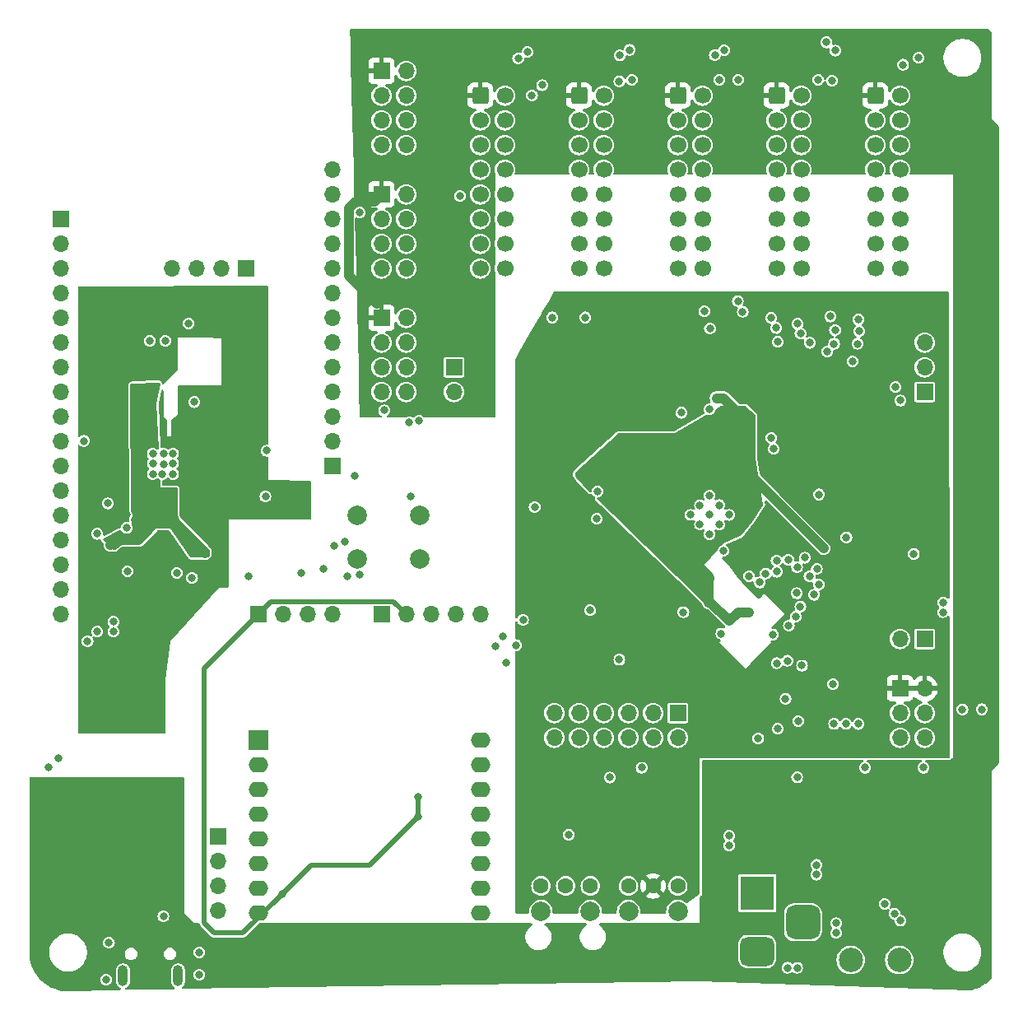
<source format=gbr>
%TF.GenerationSoftware,KiCad,Pcbnew,8.0.5*%
%TF.CreationDate,2025-01-18T12:22:11-08:00*%
%TF.ProjectId,dsp3,64737033-2e6b-4696-9361-645f70636258,rev?*%
%TF.SameCoordinates,Original*%
%TF.FileFunction,Copper,L3,Inr*%
%TF.FilePolarity,Positive*%
%FSLAX46Y46*%
G04 Gerber Fmt 4.6, Leading zero omitted, Abs format (unit mm)*
G04 Created by KiCad (PCBNEW 8.0.5) date 2025-01-18 12:22:11*
%MOMM*%
%LPD*%
G01*
G04 APERTURE LIST*
G04 Aperture macros list*
%AMRoundRect*
0 Rectangle with rounded corners*
0 $1 Rounding radius*
0 $2 $3 $4 $5 $6 $7 $8 $9 X,Y pos of 4 corners*
0 Add a 4 corners polygon primitive as box body*
4,1,4,$2,$3,$4,$5,$6,$7,$8,$9,$2,$3,0*
0 Add four circle primitives for the rounded corners*
1,1,$1+$1,$2,$3*
1,1,$1+$1,$4,$5*
1,1,$1+$1,$6,$7*
1,1,$1+$1,$8,$9*
0 Add four rect primitives between the rounded corners*
20,1,$1+$1,$2,$3,$4,$5,0*
20,1,$1+$1,$4,$5,$6,$7,0*
20,1,$1+$1,$6,$7,$8,$9,0*
20,1,$1+$1,$8,$9,$2,$3,0*%
G04 Aperture macros list end*
%TA.AperFunction,ComponentPad*%
%ADD10C,2.000000*%
%TD*%
%TA.AperFunction,ComponentPad*%
%ADD11C,1.600000*%
%TD*%
%TA.AperFunction,ComponentPad*%
%ADD12R,1.700000X1.700000*%
%TD*%
%TA.AperFunction,ComponentPad*%
%ADD13O,1.700000X1.700000*%
%TD*%
%TA.AperFunction,ComponentPad*%
%ADD14RoundRect,0.250000X-0.600000X-0.600000X0.600000X-0.600000X0.600000X0.600000X-0.600000X0.600000X0*%
%TD*%
%TA.AperFunction,ComponentPad*%
%ADD15C,1.700000*%
%TD*%
%TA.AperFunction,ComponentPad*%
%ADD16R,2.000000X2.000000*%
%TD*%
%TA.AperFunction,ComponentPad*%
%ADD17O,2.000000X1.600000*%
%TD*%
%TA.AperFunction,ComponentPad*%
%ADD18R,3.500000X3.500000*%
%TD*%
%TA.AperFunction,ComponentPad*%
%ADD19RoundRect,0.750000X1.000000X-0.750000X1.000000X0.750000X-1.000000X0.750000X-1.000000X-0.750000X0*%
%TD*%
%TA.AperFunction,ComponentPad*%
%ADD20RoundRect,0.875000X0.875000X-0.875000X0.875000X0.875000X-0.875000X0.875000X-0.875000X-0.875000X0*%
%TD*%
%TA.AperFunction,ComponentPad*%
%ADD21O,1.050000X2.150000*%
%TD*%
%TA.AperFunction,ComponentPad*%
%ADD22C,2.500000*%
%TD*%
%TA.AperFunction,ViaPad*%
%ADD23C,0.800000*%
%TD*%
%TA.AperFunction,Conductor*%
%ADD24C,1.000000*%
%TD*%
%TA.AperFunction,Conductor*%
%ADD25C,0.500000*%
%TD*%
%TA.AperFunction,Conductor*%
%ADD26C,0.200000*%
%TD*%
G04 APERTURE END LIST*
D10*
%TO.N,*%
%TO.C,U7*%
X163720000Y-139790000D03*
X158640000Y-139790000D03*
D11*
%TO.N,Net-(U7-VOUT)*%
X163720000Y-137160000D03*
%TO.N,GND*%
X161180000Y-137160000D03*
%TO.N,Net-(U7-VCC)*%
X158640000Y-137160000D03*
%TD*%
D12*
%TO.N,GND*%
%TO.C,J5*%
X142240000Y-109220000D03*
D13*
%TO.N,/ESP8266/MCU_V33*%
X144780000Y-109220000D03*
%TO.N,/ESP8266/SW*%
X147319999Y-109220000D03*
%TO.N,/ESP8266/ENCODER2*%
X149860000Y-109220000D03*
%TO.N,/ESP8266/ENCODER1*%
X152400000Y-109220000D03*
%TD*%
D12*
%TO.N,/DSP/THD_M*%
%TO.C,J20*%
X149700000Y-83820000D03*
D13*
%TO.N,/DSP/THD_P*%
X149700000Y-86360000D03*
%TD*%
D12*
%TO.N,/rp2040/SWCLK*%
%TO.C,J17*%
X128270000Y-73660000D03*
D13*
%TO.N,GND*%
X125730000Y-73660000D03*
%TO.N,/rp2040/SWD*%
X123190001Y-73660000D03*
%TO.N,/rp2040/RUN*%
X120650000Y-73660000D03*
%TD*%
D14*
%TO.N,/RAW_5V*%
%TO.C,J3*%
X172720000Y-55880000D03*
D15*
%TO.N,GND*%
X175260000Y-55880000D03*
%TO.N,/DSP/dspconnector2/TODSP*%
X172720000Y-58420000D03*
%TO.N,GND*%
X175260000Y-58420000D03*
%TO.N,Net-(J3-Pin_5)*%
X172720000Y-60960000D03*
%TO.N,GND*%
X175260000Y-60960000D03*
%TO.N,Net-(J3-Pin_7)*%
X172720000Y-63500000D03*
%TO.N,GND*%
X175260000Y-63500000D03*
%TO.N,Net-(J3-Pin_9)*%
X172720000Y-66040000D03*
%TO.N,GND*%
X175260000Y-66040000D03*
%TO.N,/DSP/SDA*%
X172720000Y-68580000D03*
%TO.N,GND*%
X175260000Y-68580000D03*
%TO.N,/DSP/SCL*%
X172720000Y-71120000D03*
%TO.N,GND*%
X175260000Y-71120000D03*
%TO.N,Net-(J3-Pin_15)*%
X172720000Y-73660000D03*
%TO.N,GND*%
X175260000Y-73660000D03*
%TD*%
D14*
%TO.N,/RAW_5V*%
%TO.C,J1*%
X193040000Y-55880000D03*
D15*
%TO.N,GND*%
X195580000Y-55880000D03*
%TO.N,/DSP/dspconnector/TODSP*%
X193040000Y-58420000D03*
%TO.N,GND*%
X195580000Y-58420000D03*
%TO.N,Net-(J1-Pin_5)*%
X193040000Y-60960000D03*
%TO.N,GND*%
X195580000Y-60960000D03*
%TO.N,Net-(J1-Pin_7)*%
X193040000Y-63500000D03*
%TO.N,GND*%
X195580000Y-63500000D03*
%TO.N,Net-(J1-Pin_9)*%
X193040000Y-66040000D03*
%TO.N,GND*%
X195580000Y-66040000D03*
%TO.N,/DSP/SDA*%
X193040000Y-68580000D03*
%TO.N,GND*%
X195580000Y-68580000D03*
%TO.N,/DSP/SCL*%
X193040000Y-71120000D03*
%TO.N,GND*%
X195580000Y-71120000D03*
%TO.N,Net-(J1-Pin_15)*%
X193040000Y-73660000D03*
%TO.N,GND*%
X195580000Y-73660000D03*
%TD*%
D12*
%TO.N,/DSP/SELFBOOT*%
%TO.C,J13*%
X198120000Y-111760000D03*
D13*
%TO.N,GND*%
X195580000Y-111760000D03*
%TD*%
D14*
%TO.N,/RAW_5V*%
%TO.C,J2*%
X182880000Y-55880000D03*
D15*
%TO.N,GND*%
X185420000Y-55880000D03*
%TO.N,/DSP/dspconnector1/TODSP*%
X182880000Y-58420000D03*
%TO.N,GND*%
X185420000Y-58420000D03*
%TO.N,Net-(J2-Pin_5)*%
X182880000Y-60959999D03*
%TO.N,GND*%
X185420000Y-60960000D03*
%TO.N,Net-(J2-Pin_7)*%
X182880000Y-63500000D03*
%TO.N,GND*%
X185420000Y-63500000D03*
%TO.N,Net-(J2-Pin_9)*%
X182880000Y-66040000D03*
%TO.N,GND*%
X185420000Y-66040000D03*
%TO.N,/DSP/SDA*%
X182880000Y-68580000D03*
%TO.N,GND*%
X185420000Y-68580000D03*
%TO.N,/DSP/SCL*%
X182880000Y-71120000D03*
%TO.N,GND*%
X185420000Y-71120000D03*
%TO.N,Net-(J2-Pin_15)*%
X182880000Y-73660001D03*
%TO.N,GND*%
X185420000Y-73660000D03*
%TD*%
D16*
%TO.N,unconnected-(U3-~{RST}-Pad1)*%
%TO.C,U3*%
X129540000Y-122144999D03*
D17*
%TO.N,/ESP8266/A0*%
X129540000Y-124684999D03*
%TO.N,/ESP8266/D0*%
X129540000Y-127224998D03*
%TO.N,/ESP8266/ENCODER1*%
X129540000Y-129764999D03*
%TO.N,/ESP8266/ENCODER2*%
X129540000Y-132304999D03*
%TO.N,/DSP/~{DSPRESET}*%
X129540000Y-134844999D03*
%TO.N,/ESP8266/D8*%
X129540000Y-137384999D03*
%TO.N,/ESP8266/MCU_V33*%
X129540000Y-139925000D03*
%TO.N,Net-(U3-5V)*%
X152400000Y-139925000D03*
%TO.N,GND*%
X152400000Y-137384999D03*
%TO.N,/ESP8266/D4*%
X152400000Y-134844999D03*
%TO.N,/ESP8266/SW*%
X152400000Y-132304999D03*
%TO.N,/ESP8266/MCU_SDA*%
X152400000Y-129764999D03*
%TO.N,/ESP8266/MCU_SCL*%
X152400000Y-127224998D03*
%TO.N,unconnected-(U3-RX-Pad15)*%
X152400000Y-124684999D03*
%TO.N,unconnected-(U3-TX-Pad16)*%
X152400000Y-122144999D03*
%TD*%
D18*
%TO.N,Net-(D3-A)*%
%TO.C,J21*%
X180900000Y-137900000D03*
D19*
%TO.N,GND*%
X180900000Y-143900000D03*
D20*
%TO.N,N/C*%
X185600000Y-140900000D03*
%TD*%
D10*
%TO.N,*%
%TO.C,U4*%
X172720000Y-139790000D03*
X167640000Y-139790000D03*
D11*
%TO.N,Net-(U4-VIN)*%
X167640000Y-137160000D03*
%TO.N,V33*%
X170180000Y-137160000D03*
%TO.N,GND*%
X172720000Y-137160000D03*
%TD*%
D12*
%TO.N,/ESP8266/MCU_V33*%
%TO.C,J6*%
X129540000Y-109220000D03*
D13*
%TO.N,GND*%
X132080000Y-109220000D03*
%TO.N,/ESP8266/MCU_SCL*%
X134619999Y-109220000D03*
%TO.N,/ESP8266/MCU_SDA*%
X137160000Y-109220000D03*
%TD*%
D12*
%TO.N,/DSP/MP6*%
%TO.C,J16*%
X198120000Y-86359999D03*
D13*
%TO.N,/DSP/MP7*%
X198120000Y-83819999D03*
%TO.N,GND*%
X198120000Y-81280000D03*
%TD*%
D12*
%TO.N,/DSP/AUXADC5*%
%TO.C,J12*%
X172720000Y-119380000D03*
D13*
%TO.N,GND*%
X172720000Y-121920000D03*
%TO.N,/DSP/AUXADC4*%
X170180000Y-119380000D03*
%TO.N,GND*%
X170180000Y-121920000D03*
%TO.N,/DSP/AUXADC3*%
X167640001Y-119380000D03*
%TO.N,GND*%
X167640000Y-121920000D03*
%TO.N,/DSP/AUXADC2*%
X165100000Y-119380000D03*
%TO.N,GND*%
X165100000Y-121920000D03*
%TO.N,/DSP/AUXADC1*%
X162560000Y-119380000D03*
%TO.N,GND*%
X162560000Y-121920000D03*
%TO.N,/DSP/AUXADC0*%
X160020000Y-119380000D03*
%TO.N,GND*%
X160020000Y-121920000D03*
%TD*%
D21*
%TO.N,GND*%
%TO.C,J14*%
X115650000Y-146400000D03*
X121300000Y-146400000D03*
%TD*%
D12*
%TO.N,GND*%
%TO.C,J18*%
X109220000Y-68580000D03*
D13*
%TO.N,/rp2040/GPIO16*%
X109220000Y-71120000D03*
%TO.N,/rp2040/GPIO17*%
X109220000Y-73660000D03*
%TO.N,/rp2040/GPIO18*%
X109220000Y-76200000D03*
%TO.N,/rp2040/GPIO19*%
X109220000Y-78740000D03*
%TO.N,/rp2040/GPIO20*%
X109220000Y-81280000D03*
%TO.N,/rp2040/GPIO21*%
X109220000Y-83820000D03*
%TO.N,/rp2040/GPIO22*%
X109220000Y-86360000D03*
%TO.N,/rp2040/GPIO23*%
X109220000Y-88900000D03*
%TO.N,/rp2040/GPIO24*%
X109220000Y-91440000D03*
%TO.N,/rp2040/GPIO25*%
X109220000Y-93980000D03*
%TO.N,GND*%
X109220000Y-96520000D03*
%TO.N,/rp2040/GPIO26_ADC0*%
X109220000Y-99060000D03*
%TO.N,/rp2040/GPIO27_ADC1*%
X109220000Y-101600000D03*
%TO.N,/rp2040/GPIO28_ADC2*%
X109220000Y-104140000D03*
%TO.N,/rp2040/GPIO29_ADC3*%
X109220000Y-106680000D03*
%TO.N,GND*%
X109220000Y-109220000D03*
%TD*%
D22*
%TO.N,GND*%
%TO.C,J15*%
X190500000Y-144780000D03*
%TO.N,Net-(D3-A)*%
X195500000Y-144780000D03*
%TD*%
D12*
%TO.N,/RAW_5V*%
%TO.C,J19*%
X142240000Y-78740000D03*
D13*
%TO.N,GND*%
X144780000Y-78740000D03*
%TO.N,/DSP/dspconnector_minimal_input3/SDAT*%
X142240000Y-81280000D03*
%TO.N,GND*%
X144780000Y-81280000D03*
%TO.N,/DSP/EXT_LRCLK*%
X142240000Y-83820000D03*
%TO.N,GND*%
X144780000Y-83820000D03*
%TO.N,/DSP/EXT_BCLK*%
X142240000Y-86360000D03*
%TO.N,GND*%
X144780000Y-86360000D03*
%TD*%
D10*
%TO.N,GND*%
%TO.C,SW2*%
X139700000Y-99060000D03*
X146200000Y-99060000D03*
%TO.N,Net-(SW2-B)*%
X139700000Y-103560000D03*
X146200000Y-103560000D03*
%TD*%
D12*
%TO.N,/RAW_5V*%
%TO.C,J10*%
X142240000Y-53340000D03*
D13*
%TO.N,GND*%
X144780000Y-53340000D03*
%TO.N,/DSP/SDATA_IN1*%
X142240000Y-55880000D03*
%TO.N,GND*%
X144780000Y-55880000D03*
%TO.N,/DSP/LRCLK_IN1{slash}MP11*%
X142240000Y-58420000D03*
%TO.N,GND*%
X144780000Y-58420000D03*
%TO.N,/DSP/BCLK_IN1*%
X142240000Y-60960000D03*
%TO.N,GND*%
X144780000Y-60960000D03*
%TD*%
D12*
%TO.N,V33*%
%TO.C,J8*%
X195580000Y-116840000D03*
D13*
X198120000Y-116840000D03*
%TO.N,/DSP/I2CADDR0*%
X195580000Y-119380000D03*
%TO.N,/DSP/I2CADDR1*%
X198120000Y-119380000D03*
%TO.N,GND*%
X195580000Y-121920000D03*
X198120000Y-121920000D03*
%TD*%
D14*
%TO.N,/RAW_5V*%
%TO.C,J7*%
X152400000Y-55880000D03*
D15*
%TO.N,GND*%
X154940000Y-55880000D03*
%TO.N,/DSP/I2SIN0_SDAT*%
X152400000Y-58420000D03*
%TO.N,GND*%
X154940000Y-58420000D03*
%TO.N,/DSP/dspconnector_input/FROMDSP*%
X152400000Y-60960000D03*
%TO.N,GND*%
X154940000Y-60960000D03*
%TO.N,/DSP/I2SIN0_SCLK*%
X152400000Y-63500000D03*
%TO.N,GND*%
X154940000Y-63500000D03*
%TO.N,/DSP/I2SIN0_LR*%
X152400000Y-66040000D03*
%TO.N,GND*%
X154940000Y-66040000D03*
%TO.N,/DSP/SDA*%
X152400000Y-68580000D03*
%TO.N,GND*%
X154940000Y-68580000D03*
%TO.N,/DSP/SCL*%
X152400000Y-71120000D03*
%TO.N,GND*%
X154940000Y-71120000D03*
%TO.N,Net-(J7-Pin_15)*%
X152400000Y-73660000D03*
%TO.N,GND*%
X154940000Y-73660000D03*
%TD*%
D14*
%TO.N,/RAW_5V*%
%TO.C,J4*%
X162560000Y-55880000D03*
D15*
%TO.N,GND*%
X165100000Y-55880000D03*
%TO.N,/DSP/dspconnector3/TODSP*%
X162560000Y-58420000D03*
%TO.N,GND*%
X165100000Y-58420000D03*
%TO.N,Net-(J4-Pin_5)*%
X162560000Y-60960000D03*
%TO.N,GND*%
X165100000Y-60960000D03*
%TO.N,Net-(J4-Pin_7)*%
X162560000Y-63500000D03*
%TO.N,GND*%
X165100000Y-63500000D03*
%TO.N,Net-(J4-Pin_9)*%
X162560000Y-66040000D03*
%TO.N,GND*%
X165100000Y-66040000D03*
%TO.N,/DSP/SDA*%
X162560000Y-68580000D03*
%TO.N,GND*%
X165100000Y-68580000D03*
%TO.N,/DSP/SCL*%
X162560000Y-71120000D03*
%TO.N,GND*%
X165100000Y-71120000D03*
%TO.N,Net-(J4-Pin_15)*%
X162560000Y-73660000D03*
%TO.N,GND*%
X165100000Y-73660000D03*
%TD*%
D12*
%TO.N,/ESP8266/A0*%
%TO.C,J11*%
X125400000Y-132080000D03*
D13*
%TO.N,/ESP8266/D0*%
X125400000Y-134620000D03*
%TO.N,/ESP8266/D4*%
X125400000Y-137160000D03*
%TO.N,/ESP8266/D8*%
X125400000Y-139700000D03*
%TD*%
D12*
%TO.N,/rp2040/GPIO2*%
%TO.C,J22*%
X137160000Y-93980000D03*
D13*
%TO.N,/rp2040/GPIO3*%
X137160000Y-91440000D03*
%TO.N,/rp2040/GPIO4*%
X137160000Y-88900001D03*
%TO.N,/rp2040/GPIO5*%
X137160000Y-86360000D03*
%TO.N,/rp2040/GPIO6*%
X137160000Y-83820000D03*
%TO.N,/rp2040/GPIO7*%
X137160000Y-81280000D03*
%TO.N,/rp2040/GPIO8*%
X137160000Y-78740000D03*
%TO.N,/rp2040/GPIO9*%
X137160000Y-76199999D03*
%TO.N,/rp2040/GPIO10*%
X137160000Y-73660000D03*
%TO.N,/rp2040/GPIO11*%
X137160000Y-71120000D03*
%TO.N,/rp2040/GPIO12*%
X137160000Y-68580000D03*
%TO.N,/rp2040/GPIO13*%
X137160000Y-66040001D03*
%TO.N,/rp2040/GPIO14*%
X137160000Y-63500000D03*
%TD*%
D12*
%TO.N,/RAW_5V*%
%TO.C,J9*%
X142240000Y-66040000D03*
D13*
%TO.N,GND*%
X144780000Y-66040000D03*
%TO.N,/DSP/SDATA_IN2*%
X142240000Y-68580000D03*
%TO.N,GND*%
X144780000Y-68580000D03*
%TO.N,/DSP/LRCLK_IN2{slash}MP12*%
X142240000Y-71120000D03*
%TO.N,GND*%
X144780000Y-71120000D03*
%TO.N,/DSP/BCLK_IN2*%
X142240000Y-73660000D03*
%TO.N,GND*%
X144780000Y-73660000D03*
%TD*%
D23*
%TO.N,GND*%
X189000000Y-142000000D03*
X114650000Y-110000000D03*
X114650000Y-111000000D03*
X123500000Y-146300000D03*
X114200000Y-143000000D03*
X123500000Y-144000000D03*
X113000000Y-100942588D03*
X177200000Y-111200000D03*
X163700000Y-108800000D03*
X177000000Y-98000000D03*
X116000000Y-100349996D03*
X120000002Y-81100000D03*
X161500000Y-131900000D03*
X182900000Y-114250000D03*
X157995318Y-98192652D03*
X195000000Y-140000000D03*
X122400000Y-79299996D03*
X164467024Y-96587004D03*
X188700000Y-116400000D03*
X122750000Y-105489425D03*
X120800000Y-92700000D03*
X194000000Y-139000000D03*
X119700000Y-94800000D03*
X195593548Y-140735454D03*
X173100000Y-88500000D03*
X197000000Y-103000000D03*
X185000000Y-145575000D03*
X112000000Y-112000000D03*
X113000000Y-111000000D03*
X177400000Y-102700000D03*
X109000000Y-124000000D03*
X175000000Y-98000000D03*
X200000000Y-109000000D03*
X130400000Y-92400000D03*
X118399998Y-81100000D03*
X187000000Y-136000000D03*
X174000000Y-99000000D03*
X188800000Y-120500000D03*
X187000000Y-135000000D03*
X178000000Y-132000000D03*
X121184420Y-104952189D03*
X166700000Y-113900000D03*
X123000000Y-87400000D03*
X116100000Y-104800000D03*
X118700000Y-93700000D03*
X108000000Y-125000000D03*
X187250000Y-96900000D03*
X114086813Y-97816024D03*
X118700000Y-92700000D03*
X198000000Y-125000000D03*
X190064321Y-101308686D03*
X119800000Y-140300000D03*
X120800000Y-93700000D03*
X130300000Y-97100000D03*
X176000000Y-88150003D03*
X178000000Y-99000000D03*
X189000000Y-141000000D03*
X192000000Y-125000000D03*
X178000000Y-133000000D03*
X181000000Y-122000000D03*
X185000000Y-126000000D03*
X191300000Y-120500000D03*
X173300000Y-109000000D03*
X113900000Y-146800000D03*
X182500000Y-111300000D03*
X185500000Y-114500000D03*
X184000000Y-145575000D03*
X185100000Y-120200000D03*
X164400000Y-99400000D03*
X177000000Y-100000000D03*
X175000000Y-100000000D03*
X176000000Y-97000000D03*
X176000000Y-99000000D03*
X118700000Y-94800000D03*
X183000000Y-121000000D03*
X200000000Y-108000000D03*
X190000000Y-120500000D03*
X119799999Y-93799999D03*
X119800000Y-92700000D03*
X120800000Y-94800000D03*
X128600000Y-105300000D03*
X111621416Y-91389184D03*
X176000000Y-101000000D03*
%TO.N,Net-(J2-Pin_15)*%
X191300000Y-78900000D03*
X188400000Y-78600000D03*
%TO.N,Net-(J3-Pin_15)*%
X185050000Y-79350002D03*
X188900006Y-80000000D03*
X191400000Y-80100000D03*
X182324923Y-78748627D03*
%TO.N,Net-(J4-Pin_15)*%
X191200000Y-81400000D03*
X182837805Y-79777927D03*
X178900000Y-77000000D03*
X185343934Y-80356066D03*
X188799992Y-81400000D03*
X175448958Y-78048958D03*
%TO.N,/DSP/SDA*%
X176529024Y-51719801D03*
X137400000Y-102200000D03*
X195900000Y-52700000D03*
X188931698Y-51250000D03*
X187164204Y-54250000D03*
X156300000Y-52050000D03*
X166777508Y-51750000D03*
X166700000Y-54400000D03*
X182900639Y-104846533D03*
X136277647Y-104520313D03*
X157722340Y-55845427D03*
X197500000Y-52000000D03*
X184952774Y-107047225D03*
X176987594Y-54246928D03*
%TO.N,/DSP/SCL*%
X204000000Y-119000000D03*
X188026936Y-50400000D03*
X138700000Y-105300000D03*
X168004622Y-54250000D03*
X157247650Y-51398490D03*
X138467751Y-101772900D03*
X177500000Y-51200000D03*
X188575766Y-54350000D03*
X167772613Y-51173568D03*
X140026327Y-105126371D03*
X158759672Y-54808096D03*
X182885460Y-103696631D03*
X134000000Y-105000000D03*
X186752480Y-107215102D03*
X202000000Y-119000000D03*
X178915353Y-54250000D03*
%TO.N,V33*%
X186000000Y-96200000D03*
X168000000Y-130500000D03*
X192747486Y-108950000D03*
X181900000Y-115500000D03*
X157300000Y-104300000D03*
X192000000Y-105000000D03*
X158900000Y-102500000D03*
X177000000Y-114000000D03*
X160100000Y-112900000D03*
X171000000Y-116000000D03*
X158470000Y-114530000D03*
X163700000Y-97800000D03*
X172000000Y-89500000D03*
X179000000Y-120000000D03*
X159350000Y-113650000D03*
X158100000Y-103400000D03*
X165100000Y-130500000D03*
X191388876Y-104186102D03*
X185000000Y-115650000D03*
X176300000Y-120600000D03*
X186000000Y-109800000D03*
%TO.N,/RAW_5V*%
X143100000Y-146100000D03*
X182000000Y-53000000D03*
X192500000Y-52500000D03*
X116812500Y-139000000D03*
X141750000Y-77250000D03*
X203000000Y-127000000D03*
X116000000Y-138000000D03*
X190000000Y-52500000D03*
X203681281Y-124000000D03*
X203000000Y-129000000D03*
X141000000Y-144000000D03*
X140900000Y-76400000D03*
X184000000Y-53000000D03*
X203703851Y-125935146D03*
X142000000Y-145000000D03*
X115000000Y-137000012D03*
%TO.N,/DSP/DVDD*%
X163900000Y-95000000D03*
X165000000Y-95000000D03*
X187722288Y-102431477D03*
X162700000Y-94900000D03*
X176700000Y-87000010D03*
X180000000Y-109000000D03*
%TO.N,/ESP8266/SW*%
X156800000Y-109800000D03*
%TO.N,/ESP8266/MCU_V33*%
X146000000Y-130000000D03*
X146000000Y-128000000D03*
X132000000Y-138000000D03*
%TO.N,/ESP8266/MCU_SDA*%
X156100000Y-112400000D03*
X154725000Y-111500000D03*
%TO.N,/ESP8266/MCU_SCL*%
X153942461Y-112549980D03*
X155100000Y-114200000D03*
%TO.N,Net-(J7-Pin_15)*%
X183000000Y-81200000D03*
X179400000Y-78100000D03*
X176026997Y-79842969D03*
X186300000Y-81300000D03*
X163200000Y-78700000D03*
X188100000Y-82200000D03*
X190700000Y-83200000D03*
X159800000Y-78700000D03*
%TO.N,/DSP/I2SIN0_LR*%
X150300000Y-66200000D03*
%TO.N,/DSP/MP7*%
X182350520Y-91077385D03*
X195132940Y-85849114D03*
%TO.N,Net-(U1-SS_M{slash}MP0)*%
X180064733Y-105293566D03*
X184144299Y-110376531D03*
%TO.N,/DSP/I2CADDR0*%
X184993679Y-104390900D03*
X186275714Y-105314478D03*
%TO.N,/DSP/MP6*%
X195612385Y-87234401D03*
X182600000Y-92200000D03*
%TO.N,/DSP/I2CADDR1*%
X187220129Y-106164478D03*
X184080613Y-103622342D03*
%TO.N,/DSP/EXT_LRCLK*%
X142503654Y-88250000D03*
X145100000Y-89500000D03*
%TO.N,/DSP/EXT_BCLK*%
X146100000Y-89300000D03*
%TO.N,/DSP/~{DSPRESET_SUPERVISED}*%
X184000000Y-114000000D03*
X183800000Y-117900000D03*
%TO.N,/DSP/SCL_M*%
X184844074Y-109463941D03*
X181148334Y-105946252D03*
%TO.N,/DSP/SDA_M*%
X185329119Y-108421234D03*
X181764733Y-105026047D03*
%TO.N,/DSP/SELFBOOT*%
X185780613Y-103406961D03*
X187031275Y-104560464D03*
%TO.N,/DSP/~{DSPRESET}*%
X169000000Y-125000000D03*
X165750000Y-126009061D03*
%TO.N,/rp2040/PI_3V3*%
X124000000Y-106000000D03*
X121000000Y-80000000D03*
X125000000Y-97000000D03*
X134500000Y-97000000D03*
X120100000Y-101200014D03*
X116000000Y-99000000D03*
X122000000Y-93000000D03*
X113000000Y-99000000D03*
X114000000Y-121000000D03*
X113000000Y-120000000D03*
X112000000Y-90000000D03*
X124512951Y-79734787D03*
X115700000Y-97400000D03*
X112000000Y-119000000D03*
%TO.N,/rp2040/PI_1V1*%
X114350000Y-102090811D03*
X124098340Y-102968358D03*
X118800000Y-86200000D03*
%TO.N,/rp2040/GPIO12*%
X140000000Y-67900000D03*
%TO.N,/rp2040/GPIO14*%
X139500000Y-95000000D03*
X145200000Y-97100000D03*
%TD*%
D24*
%TO.N,V33*%
X192000000Y-105000000D02*
X192000000Y-108202514D01*
X166332233Y-89500000D02*
X161450000Y-94382233D01*
X179600000Y-87000000D02*
X177400000Y-84800000D01*
X186000000Y-96200000D02*
X186000000Y-92959098D01*
X185000000Y-115650000D02*
X186047486Y-115650000D01*
X186047486Y-115650000D02*
X188848743Y-112848743D01*
X157300000Y-104300000D02*
X159600000Y-102000000D01*
X186000000Y-109800000D02*
X188848743Y-112648743D01*
X161600000Y-95567767D02*
X161600000Y-95700000D01*
X172000000Y-89500000D02*
X166332233Y-89500000D01*
X161450000Y-94382233D02*
X161450000Y-95417767D01*
X188848743Y-112848743D02*
X192747486Y-108950000D01*
X161450000Y-95417767D02*
X161600000Y-95567767D01*
X160200000Y-112800000D02*
X160100000Y-112900000D01*
X192000000Y-108202514D02*
X192747486Y-108950000D01*
X177400000Y-84800000D02*
X175200000Y-84800000D01*
X161600000Y-95700000D02*
X163700000Y-97800000D01*
X175200000Y-84800000D02*
X172000000Y-88000000D01*
X172000000Y-88000000D02*
X172000000Y-89500000D01*
X160200000Y-107200000D02*
X160200000Y-112800000D01*
D25*
X179000000Y-120000000D02*
X176800000Y-120000000D01*
D24*
X186000000Y-92959098D02*
X180040902Y-87000000D01*
D25*
X176800000Y-120000000D02*
X176300000Y-120500000D01*
X176300000Y-120500000D02*
X176300000Y-120600000D01*
X165100000Y-130500000D02*
X168000000Y-130500000D01*
D24*
X157300000Y-104300000D02*
X160200000Y-107200000D01*
X188848743Y-112648743D02*
X188848743Y-112848743D01*
X180040902Y-87000000D02*
X179600000Y-87000000D01*
%TO.N,/RAW_5V*%
X115000000Y-137000012D02*
X116812500Y-138812512D01*
X182000000Y-53000000D02*
X184000000Y-53000000D01*
X178450000Y-135450000D02*
X184900000Y-129000000D01*
X189500000Y-53000000D02*
X190000000Y-52500000D01*
X190000000Y-52500000D02*
X192500000Y-52500000D01*
X184000000Y-53000000D02*
X189500000Y-53000000D01*
X116812500Y-138812512D02*
X116812500Y-139000000D01*
X184900000Y-129000000D02*
X203000000Y-129000000D01*
X143100000Y-146100000D02*
X127367767Y-146100000D01*
X120267767Y-139000000D02*
X116812500Y-139000000D01*
X172700000Y-146100000D02*
X178450000Y-140350000D01*
X127367767Y-146100000D02*
X120267767Y-139000000D01*
X193800000Y-53800000D02*
X199800000Y-53800000D01*
X138900000Y-67444365D02*
X138900000Y-74400000D01*
X192500000Y-52500000D02*
X193800000Y-53800000D01*
X141480000Y-66800000D02*
X139544365Y-66800000D01*
X205250000Y-124388997D02*
X203703851Y-125935146D01*
X205250000Y-59250000D02*
X205250000Y-124388997D01*
X199800000Y-53800000D02*
X205250000Y-59250000D01*
X139544365Y-66800000D02*
X138900000Y-67444365D01*
X203703851Y-126296149D02*
X203703851Y-125935146D01*
X142240000Y-66040000D02*
X141480000Y-66800000D01*
X203000000Y-127000000D02*
X203000000Y-129000000D01*
X178450000Y-140350000D02*
X178450000Y-135450000D01*
X138900000Y-74400000D02*
X141750000Y-77250000D01*
X143100000Y-146100000D02*
X172700000Y-146100000D01*
X203000000Y-127000000D02*
X203703851Y-126296149D01*
%TO.N,/DSP/DVDD*%
X187722288Y-102431477D02*
X179800000Y-94509189D01*
X171400000Y-94509189D02*
X171400000Y-100800000D01*
X171400000Y-100800000D02*
X175900000Y-105300000D01*
X171400000Y-94509189D02*
X165490811Y-94509189D01*
X162800000Y-95000000D02*
X162700000Y-94900000D01*
X175900000Y-105300000D02*
X175900000Y-108000000D01*
X178900000Y-109000000D02*
X180000000Y-109000000D01*
X177426076Y-87000010D02*
X176700000Y-87000010D01*
X179800000Y-94509189D02*
X179800000Y-89373934D01*
X179800000Y-94509189D02*
X171400000Y-94509189D01*
X165490811Y-94509189D02*
X165000000Y-95000000D01*
X175900000Y-108000000D02*
X176100000Y-108000000D01*
X176100000Y-108000000D02*
X178000000Y-109900000D01*
X163900000Y-95000000D02*
X162800000Y-95000000D01*
X178000000Y-109900000D02*
X178900000Y-109000000D01*
X179800000Y-89373934D02*
X177426076Y-87000010D01*
D25*
%TO.N,/ESP8266/MCU_V33*%
X128000000Y-142000000D02*
X125000000Y-142000000D01*
X125000000Y-142000000D02*
X124000000Y-141000000D01*
X124000000Y-114760000D02*
X129540000Y-109220000D01*
X129540000Y-109220000D02*
X130840000Y-107920000D01*
X132000000Y-138000000D02*
X128000000Y-142000000D01*
X124000000Y-141000000D02*
X124000000Y-114760000D01*
X146000000Y-130000000D02*
X146000000Y-128000000D01*
X141000000Y-135000000D02*
X135000000Y-135000000D01*
X135000000Y-135000000D02*
X132000000Y-138000000D01*
X146000000Y-130000000D02*
X141000000Y-135000000D01*
X130840000Y-107920000D02*
X143480000Y-107920000D01*
X143480000Y-107920000D02*
X144780000Y-109220000D01*
D24*
%TO.N,/rp2040/PI_3V3*%
X115750000Y-106017767D02*
X114531360Y-104799127D01*
D26*
X114200000Y-99000000D02*
X116000000Y-99000000D01*
D24*
X120100000Y-102100000D02*
X120100000Y-101200014D01*
D26*
X114100000Y-99000000D02*
X113000000Y-99000000D01*
D24*
X122000000Y-99000000D02*
X125298340Y-102298340D01*
D26*
X115700000Y-97400000D02*
X114150000Y-98950000D01*
D24*
X133300000Y-98200000D02*
X134500000Y-97000000D01*
X121000000Y-79132233D02*
X122082233Y-78050000D01*
X123000000Y-97000000D02*
X122000000Y-96000000D01*
X119800046Y-102800000D02*
X119800046Y-101499968D01*
X111750000Y-101460355D02*
X111750000Y-100250000D01*
D26*
X114150000Y-98950000D02*
X114100000Y-99000000D01*
D24*
X123117767Y-78050000D02*
X124512951Y-79445184D01*
X124595396Y-104168358D02*
X124000000Y-104168358D01*
X122000000Y-96000000D02*
X122000000Y-99000000D01*
X119800046Y-101499968D02*
X120100000Y-101200014D01*
X126800000Y-87200000D02*
X126800000Y-80300000D01*
X124000000Y-104168358D02*
X124000000Y-106000000D01*
X125000000Y-97000000D02*
X126200000Y-98200000D01*
X125298340Y-103465414D02*
X124595396Y-104168358D01*
X115750000Y-119250000D02*
X115750000Y-106017767D01*
X114531360Y-104799127D02*
X114531360Y-104000000D01*
X112000000Y-119000000D02*
X114000000Y-121000000D01*
X126800000Y-80300000D02*
X125078164Y-80300000D01*
X111750000Y-100250000D02*
X113000000Y-99000000D01*
D26*
X114150000Y-98950000D02*
X114200000Y-99000000D01*
D24*
X122082233Y-78050000D02*
X123117767Y-78050000D01*
X122000000Y-93000000D02*
X122000000Y-92000000D01*
X125298340Y-102298340D02*
X125298340Y-103465414D01*
X113000000Y-99000000D02*
X112836813Y-98836813D01*
X114531360Y-104000000D02*
X115731360Y-102800000D01*
X122000000Y-92000000D02*
X126800000Y-87200000D01*
X124512951Y-79445184D02*
X124512951Y-79734787D01*
X115731360Y-102800000D02*
X119800046Y-102800000D01*
X112836813Y-98836813D02*
X112836813Y-90836813D01*
X125000000Y-97000000D02*
X123000000Y-97000000D01*
X114000000Y-121000000D02*
X115750000Y-119250000D01*
X126200000Y-98200000D02*
X133300000Y-98200000D01*
X122000000Y-96000000D02*
X122000000Y-93000000D01*
X114289645Y-104000000D02*
X111750000Y-101460355D01*
X121000000Y-80000000D02*
X121000000Y-79132233D01*
X114531360Y-104000000D02*
X114289645Y-104000000D01*
X112836813Y-90836813D02*
X112000000Y-90000000D01*
X125078164Y-80300000D02*
X124512951Y-79734787D01*
X122168358Y-104168358D02*
X120100000Y-102100000D01*
X124000000Y-104168358D02*
X122168358Y-104168358D01*
%TO.N,/rp2040/PI_1V1*%
X118800000Y-86200000D02*
X117600000Y-87400000D01*
X117600000Y-101187867D02*
X117187867Y-101600000D01*
X118937867Y-99850000D02*
X120979982Y-99850000D01*
X120979982Y-99850000D02*
X124098340Y-102968358D01*
X117600000Y-101187867D02*
X118937867Y-99850000D01*
X117187867Y-101600000D02*
X114840811Y-101600000D01*
X117600000Y-87400000D02*
X117600000Y-101187867D01*
X114840811Y-101600000D02*
X114350000Y-102090811D01*
%TD*%
%TA.AperFunction,Conductor*%
%TO.N,/rp2040/PI_3V3*%
G36*
X130542506Y-75419977D02*
G01*
X130588530Y-75472547D01*
X130600000Y-75524633D01*
X130600000Y-91679253D01*
X130580315Y-91746292D01*
X130527511Y-91792047D01*
X130459816Y-91802192D01*
X130400003Y-91794318D01*
X130399999Y-91794318D01*
X130243239Y-91814955D01*
X130243237Y-91814956D01*
X130097160Y-91875463D01*
X129971718Y-91971718D01*
X129875463Y-92097160D01*
X129814956Y-92243237D01*
X129814955Y-92243239D01*
X129794318Y-92399998D01*
X129794318Y-92400001D01*
X129814955Y-92556760D01*
X129814956Y-92556762D01*
X129874287Y-92700001D01*
X129875464Y-92702841D01*
X129971718Y-92828282D01*
X130097159Y-92924536D01*
X130243238Y-92985044D01*
X130321619Y-92995363D01*
X130399999Y-93005682D01*
X130400000Y-93005682D01*
X130459815Y-92997807D01*
X130528849Y-93008572D01*
X130581105Y-93054952D01*
X130600000Y-93120746D01*
X130600000Y-95400000D01*
X130599999Y-95400000D01*
X130712599Y-95402559D01*
X134878819Y-95497245D01*
X134945392Y-95518448D01*
X134989936Y-95572278D01*
X135000000Y-95621213D01*
X135000000Y-99376000D01*
X134980315Y-99443039D01*
X134927511Y-99488794D01*
X134876000Y-99500000D01*
X126500000Y-99500000D01*
X126500000Y-106376000D01*
X126480315Y-106443039D01*
X126427511Y-106488794D01*
X126376000Y-106500000D01*
X125500000Y-106500000D01*
X120499999Y-112000001D01*
X120000001Y-115999984D01*
X120000000Y-116000004D01*
X120000000Y-121376000D01*
X119980315Y-121443039D01*
X119927511Y-121488794D01*
X119876000Y-121500000D01*
X111124000Y-121500000D01*
X111056961Y-121480315D01*
X111011206Y-121427511D01*
X111000000Y-121376000D01*
X111000000Y-111999998D01*
X111394318Y-111999998D01*
X111394318Y-112000001D01*
X111414955Y-112156760D01*
X111414956Y-112156762D01*
X111475464Y-112302841D01*
X111571718Y-112428282D01*
X111697159Y-112524536D01*
X111843238Y-112585044D01*
X111921619Y-112595363D01*
X111999999Y-112605682D01*
X112000000Y-112605682D01*
X112000001Y-112605682D01*
X112052254Y-112598802D01*
X112156762Y-112585044D01*
X112302841Y-112524536D01*
X112428282Y-112428282D01*
X112524536Y-112302841D01*
X112585044Y-112156762D01*
X112605682Y-112000000D01*
X112585044Y-111843238D01*
X112524536Y-111697159D01*
X112524534Y-111697156D01*
X112520472Y-111690119D01*
X112523228Y-111688527D01*
X112503429Y-111637320D01*
X112517465Y-111568875D01*
X112566278Y-111518884D01*
X112634369Y-111503218D01*
X112688787Y-111522778D01*
X112690119Y-111520472D01*
X112697157Y-111524534D01*
X112697159Y-111524536D01*
X112843238Y-111585044D01*
X112921619Y-111595363D01*
X112999999Y-111605682D01*
X113000000Y-111605682D01*
X113000001Y-111605682D01*
X113052254Y-111598802D01*
X113156762Y-111585044D01*
X113302841Y-111524536D01*
X113428282Y-111428282D01*
X113524536Y-111302841D01*
X113585044Y-111156762D01*
X113605682Y-111000000D01*
X113585044Y-110843238D01*
X113524536Y-110697159D01*
X113428282Y-110571718D01*
X113302841Y-110475464D01*
X113156762Y-110414956D01*
X113156760Y-110414955D01*
X113000001Y-110394318D01*
X112999999Y-110394318D01*
X112843239Y-110414955D01*
X112843237Y-110414956D01*
X112697160Y-110475463D01*
X112571718Y-110571718D01*
X112475463Y-110697160D01*
X112414956Y-110843237D01*
X112414955Y-110843239D01*
X112394318Y-110999998D01*
X112394318Y-111000001D01*
X112414955Y-111156760D01*
X112414956Y-111156762D01*
X112475465Y-111302843D01*
X112479528Y-111309881D01*
X112476773Y-111311471D01*
X112496571Y-111362695D01*
X112482526Y-111431138D01*
X112433707Y-111481123D01*
X112365614Y-111496780D01*
X112311214Y-111477217D01*
X112309881Y-111479528D01*
X112302843Y-111475465D01*
X112302838Y-111475463D01*
X112156762Y-111414956D01*
X112156760Y-111414955D01*
X112000001Y-111394318D01*
X111999999Y-111394318D01*
X111843239Y-111414955D01*
X111843237Y-111414956D01*
X111697160Y-111475463D01*
X111571718Y-111571718D01*
X111475463Y-111697160D01*
X111414956Y-111843237D01*
X111414955Y-111843239D01*
X111394318Y-111999998D01*
X111000000Y-111999998D01*
X111000000Y-109999998D01*
X114044318Y-109999998D01*
X114044318Y-110000001D01*
X114064955Y-110156760D01*
X114064956Y-110156762D01*
X114125464Y-110302842D01*
X114218826Y-110424514D01*
X114244020Y-110489683D01*
X114229981Y-110558128D01*
X114218826Y-110575486D01*
X114125464Y-110697157D01*
X114064956Y-110843237D01*
X114064955Y-110843239D01*
X114044318Y-110999998D01*
X114044318Y-111000001D01*
X114064955Y-111156760D01*
X114064956Y-111156762D01*
X114125464Y-111302841D01*
X114221718Y-111428282D01*
X114347159Y-111524536D01*
X114493238Y-111585044D01*
X114571619Y-111595363D01*
X114649999Y-111605682D01*
X114650000Y-111605682D01*
X114650001Y-111605682D01*
X114702254Y-111598802D01*
X114806762Y-111585044D01*
X114952841Y-111524536D01*
X115078282Y-111428282D01*
X115174536Y-111302841D01*
X115235044Y-111156762D01*
X115255682Y-111000000D01*
X115235044Y-110843238D01*
X115174536Y-110697159D01*
X115081171Y-110575484D01*
X115055979Y-110510317D01*
X115070017Y-110441873D01*
X115081167Y-110424521D01*
X115174536Y-110302841D01*
X115235044Y-110156762D01*
X115255682Y-110000000D01*
X115235044Y-109843238D01*
X115174536Y-109697159D01*
X115078282Y-109571718D01*
X114952841Y-109475464D01*
X114806762Y-109414956D01*
X114806760Y-109414955D01*
X114650001Y-109394318D01*
X114649999Y-109394318D01*
X114493239Y-109414955D01*
X114493237Y-109414956D01*
X114347160Y-109475463D01*
X114221718Y-109571718D01*
X114125463Y-109697160D01*
X114064956Y-109843237D01*
X114064955Y-109843239D01*
X114044318Y-109999998D01*
X111000000Y-109999998D01*
X111000000Y-104799998D01*
X115494318Y-104799998D01*
X115494318Y-104800001D01*
X115514955Y-104956760D01*
X115514956Y-104956762D01*
X115575464Y-105102841D01*
X115671718Y-105228282D01*
X115797159Y-105324536D01*
X115943238Y-105385044D01*
X116021619Y-105395363D01*
X116099999Y-105405682D01*
X116100000Y-105405682D01*
X116100001Y-105405682D01*
X116152254Y-105398802D01*
X116256762Y-105385044D01*
X116402841Y-105324536D01*
X116528282Y-105228282D01*
X116624536Y-105102841D01*
X116685044Y-104956762D01*
X116685646Y-104952187D01*
X120578738Y-104952187D01*
X120578738Y-104952190D01*
X120599375Y-105108949D01*
X120599376Y-105108951D01*
X120648804Y-105228282D01*
X120659884Y-105255030D01*
X120756138Y-105380471D01*
X120881579Y-105476725D01*
X121027658Y-105537233D01*
X121106039Y-105547552D01*
X121184419Y-105557871D01*
X121184420Y-105557871D01*
X121184421Y-105557871D01*
X121236674Y-105550991D01*
X121341182Y-105537233D01*
X121456605Y-105489423D01*
X122144318Y-105489423D01*
X122144318Y-105489426D01*
X122164955Y-105646185D01*
X122164956Y-105646187D01*
X122225464Y-105792266D01*
X122321718Y-105917707D01*
X122447159Y-106013961D01*
X122593238Y-106074469D01*
X122671619Y-106084788D01*
X122749999Y-106095107D01*
X122750000Y-106095107D01*
X122750001Y-106095107D01*
X122802254Y-106088227D01*
X122906762Y-106074469D01*
X123052841Y-106013961D01*
X123178282Y-105917707D01*
X123274536Y-105792266D01*
X123335044Y-105646187D01*
X123355682Y-105489425D01*
X123347632Y-105428282D01*
X123335044Y-105332664D01*
X123335044Y-105332663D01*
X123274536Y-105186584D01*
X123178282Y-105061143D01*
X123052841Y-104964889D01*
X122906762Y-104904381D01*
X122906760Y-104904380D01*
X122750001Y-104883743D01*
X122749999Y-104883743D01*
X122593239Y-104904380D01*
X122593237Y-104904381D01*
X122447160Y-104964888D01*
X122321718Y-105061143D01*
X122225463Y-105186585D01*
X122164956Y-105332662D01*
X122164955Y-105332664D01*
X122144318Y-105489423D01*
X121456605Y-105489423D01*
X121487261Y-105476725D01*
X121612702Y-105380471D01*
X121708956Y-105255030D01*
X121769464Y-105108951D01*
X121790102Y-104952189D01*
X121769464Y-104795427D01*
X121708956Y-104649348D01*
X121612702Y-104523907D01*
X121487261Y-104427653D01*
X121406783Y-104394318D01*
X121341182Y-104367145D01*
X121341180Y-104367144D01*
X121184421Y-104346507D01*
X121184419Y-104346507D01*
X121027659Y-104367144D01*
X121027657Y-104367145D01*
X120881580Y-104427652D01*
X120756138Y-104523907D01*
X120659883Y-104649349D01*
X120599376Y-104795426D01*
X120599375Y-104795428D01*
X120578738Y-104952187D01*
X116685646Y-104952187D01*
X116705682Y-104800000D01*
X116685044Y-104643238D01*
X116624536Y-104497159D01*
X116528282Y-104371718D01*
X116402841Y-104275464D01*
X116256762Y-104214956D01*
X116256760Y-104214955D01*
X116100001Y-104194318D01*
X116099999Y-104194318D01*
X115943239Y-104214955D01*
X115943237Y-104214956D01*
X115797160Y-104275463D01*
X115671718Y-104371718D01*
X115575463Y-104497160D01*
X115514956Y-104643237D01*
X115514955Y-104643239D01*
X115494318Y-104799998D01*
X111000000Y-104799998D01*
X111000000Y-100942586D01*
X112394318Y-100942586D01*
X112394318Y-100942589D01*
X112414955Y-101099348D01*
X112414956Y-101099350D01*
X112475464Y-101245429D01*
X112571718Y-101370870D01*
X112697159Y-101467124D01*
X112843238Y-101527632D01*
X112921619Y-101537951D01*
X112999999Y-101548270D01*
X113000000Y-101548270D01*
X113000001Y-101548270D01*
X113052254Y-101541390D01*
X113156762Y-101527632D01*
X113219459Y-101501661D01*
X113288927Y-101494193D01*
X113351407Y-101525468D01*
X113386238Y-101582503D01*
X113407801Y-101658810D01*
X113441290Y-101720140D01*
X113476330Y-101766947D01*
X113476334Y-101766951D01*
X113476341Y-101766961D01*
X113476348Y-101766968D01*
X113616187Y-101906807D01*
X113649672Y-101968130D01*
X113650125Y-102018670D01*
X113649500Y-102021810D01*
X113649500Y-102021817D01*
X113649500Y-102159805D01*
X113649500Y-102159807D01*
X113649499Y-102159807D01*
X113676418Y-102295133D01*
X113676421Y-102295143D01*
X113729222Y-102422618D01*
X113805887Y-102537356D01*
X113903454Y-102634923D01*
X114018192Y-102711588D01*
X114145667Y-102764389D01*
X114145672Y-102764391D01*
X114145676Y-102764391D01*
X114145677Y-102764392D01*
X114281003Y-102791311D01*
X114281006Y-102791311D01*
X114418996Y-102791311D01*
X114510334Y-102773142D01*
X114554328Y-102764391D01*
X114554335Y-102764387D01*
X114560155Y-102762623D01*
X114560768Y-102764645D01*
X114620702Y-102758191D01*
X114637913Y-102762586D01*
X114682809Y-102777552D01*
X114709054Y-102784413D01*
X114741129Y-102790570D01*
X114826319Y-102788936D01*
X114894380Y-102773143D01*
X114948897Y-102751948D01*
X115208985Y-102605231D01*
X115232302Y-102589902D01*
X115259058Y-102569583D01*
X115280083Y-102551237D01*
X115407178Y-102424143D01*
X115425964Y-102408725D01*
X115486737Y-102368118D01*
X115508169Y-102356663D01*
X115535836Y-102345202D01*
X115575683Y-102328698D01*
X115598961Y-102321638D01*
X115603779Y-102320680D01*
X115603815Y-102320669D01*
X115678899Y-102305735D01*
X115693246Y-102302882D01*
X115717435Y-102300500D01*
X117256863Y-102300500D01*
X117347907Y-102282389D01*
X117392195Y-102273580D01*
X117455936Y-102247177D01*
X117519674Y-102220777D01*
X117519675Y-102220776D01*
X117519678Y-102220775D01*
X117634410Y-102144114D01*
X118144114Y-101634410D01*
X118144115Y-101634409D01*
X119136705Y-100641819D01*
X119198028Y-100608334D01*
X119224386Y-100605500D01*
X120328445Y-100605500D01*
X120395484Y-100625185D01*
X120430029Y-100658390D01*
X121782087Y-102589902D01*
X121848523Y-102684811D01*
X121848525Y-102684816D01*
X122141384Y-103103186D01*
X122394624Y-103464956D01*
X122394626Y-103464958D01*
X122394628Y-103464961D01*
X122420556Y-103495252D01*
X122420564Y-103495261D01*
X122420567Y-103495264D01*
X122455113Y-103528470D01*
X122459807Y-103532843D01*
X122539624Y-103577490D01*
X122606663Y-103597175D01*
X122664561Y-103605500D01*
X123781377Y-103605500D01*
X123828829Y-103614938D01*
X123894011Y-103641938D01*
X124029341Y-103668856D01*
X124029345Y-103668857D01*
X124029346Y-103668857D01*
X124167335Y-103668857D01*
X124167336Y-103668856D01*
X124302668Y-103641938D01*
X124430151Y-103589133D01*
X124447112Y-103577799D01*
X124456578Y-103572068D01*
X124507902Y-103544044D01*
X124554726Y-103508991D01*
X124706831Y-103356886D01*
X124721533Y-103340519D01*
X124738167Y-103319877D01*
X124775330Y-103248832D01*
X124795015Y-103181793D01*
X124803340Y-103123895D01*
X124803340Y-102801104D01*
X124803119Y-102791569D01*
X124802585Y-102780072D01*
X124788264Y-102713678D01*
X124762449Y-102648754D01*
X124733323Y-102598032D01*
X124152837Y-101856300D01*
X124144855Y-101846715D01*
X124134885Y-101835456D01*
X124126345Y-101826382D01*
X121624146Y-99324184D01*
X121608726Y-99305394D01*
X121568119Y-99244621D01*
X121556660Y-99223183D01*
X121528694Y-99155666D01*
X121521639Y-99132411D01*
X121503420Y-99040818D01*
X121501597Y-99028395D01*
X121501309Y-99025364D01*
X121496436Y-99000000D01*
X121491926Y-98976522D01*
X121492247Y-98976460D01*
X121489212Y-98950381D01*
X121500172Y-97099998D01*
X129694318Y-97099998D01*
X129694318Y-97100001D01*
X129714955Y-97256760D01*
X129714956Y-97256762D01*
X129775464Y-97402841D01*
X129871718Y-97528282D01*
X129997159Y-97624536D01*
X130143238Y-97685044D01*
X130221619Y-97695363D01*
X130299999Y-97705682D01*
X130300000Y-97705682D01*
X130300001Y-97705682D01*
X130352254Y-97698802D01*
X130456762Y-97685044D01*
X130602841Y-97624536D01*
X130728282Y-97528282D01*
X130824536Y-97402841D01*
X130885044Y-97256762D01*
X130905682Y-97100000D01*
X130885044Y-96943238D01*
X130824536Y-96797159D01*
X130728282Y-96671718D01*
X130602841Y-96575464D01*
X130456762Y-96514956D01*
X130456760Y-96514955D01*
X130300001Y-96494318D01*
X130299999Y-96494318D01*
X130143239Y-96514955D01*
X130143237Y-96514956D01*
X129997160Y-96575463D01*
X129871718Y-96671718D01*
X129775463Y-96797160D01*
X129714956Y-96943237D01*
X129714955Y-96943239D01*
X129694318Y-97099998D01*
X121500172Y-97099998D01*
X121504757Y-96325951D01*
X121500193Y-96281644D01*
X121500191Y-96281637D01*
X121500190Y-96281627D01*
X121488989Y-96229398D01*
X121486373Y-96218627D01*
X121486372Y-96218625D01*
X121481647Y-96209758D01*
X121443363Y-96137915D01*
X121397608Y-96085111D01*
X121397602Y-96085104D01*
X121380020Y-96067160D01*
X121380019Y-96067159D01*
X121380017Y-96067157D01*
X121380015Y-96067156D01*
X121380013Y-96067154D01*
X121300203Y-96022511D01*
X121300198Y-96022509D01*
X121233166Y-96002826D01*
X121233162Y-96002825D01*
X121233161Y-96002825D01*
X121175263Y-95994500D01*
X121175259Y-95994500D01*
X119814698Y-95994500D01*
X119747659Y-95974815D01*
X119701904Y-95922011D01*
X119690829Y-95876196D01*
X119674611Y-95523482D01*
X119691195Y-95455609D01*
X119741842Y-95407477D01*
X119782292Y-95394848D01*
X119856762Y-95385044D01*
X120002841Y-95324536D01*
X120128282Y-95228282D01*
X120151625Y-95197860D01*
X120208051Y-95156658D01*
X120277797Y-95152503D01*
X120338718Y-95186714D01*
X120348368Y-95197851D01*
X120371718Y-95228282D01*
X120497159Y-95324536D01*
X120643238Y-95385044D01*
X120717700Y-95394847D01*
X120799999Y-95405682D01*
X120800000Y-95405682D01*
X120800001Y-95405682D01*
X120882300Y-95394847D01*
X120956762Y-95385044D01*
X121102841Y-95324536D01*
X121228282Y-95228282D01*
X121324536Y-95102841D01*
X121385044Y-94956762D01*
X121405682Y-94800000D01*
X121385044Y-94643238D01*
X121324536Y-94497159D01*
X121228282Y-94371718D01*
X121197860Y-94348374D01*
X121156658Y-94291949D01*
X121152503Y-94222203D01*
X121186714Y-94161282D01*
X121197851Y-94151631D01*
X121228282Y-94128282D01*
X121324536Y-94002841D01*
X121385044Y-93856762D01*
X121405682Y-93700000D01*
X121385044Y-93543238D01*
X121324536Y-93397159D01*
X121231171Y-93275484D01*
X121205979Y-93210317D01*
X121220017Y-93141873D01*
X121231167Y-93124521D01*
X121324536Y-93002841D01*
X121385044Y-92856762D01*
X121405682Y-92700000D01*
X121385044Y-92543238D01*
X121324536Y-92397159D01*
X121228282Y-92271718D01*
X121102841Y-92175464D01*
X120956762Y-92114956D01*
X120956760Y-92114955D01*
X120800001Y-92094318D01*
X120799999Y-92094318D01*
X120643239Y-92114955D01*
X120643237Y-92114956D01*
X120497157Y-92175464D01*
X120375486Y-92268826D01*
X120310317Y-92294020D01*
X120241872Y-92279981D01*
X120224514Y-92268826D01*
X120102842Y-92175464D01*
X119956762Y-92114956D01*
X119956760Y-92114955D01*
X119800001Y-92094318D01*
X119799999Y-92094318D01*
X119652505Y-92113735D01*
X119583469Y-92102969D01*
X119531214Y-92056589D01*
X119512451Y-91996491D01*
X119307061Y-87529272D01*
X119309119Y-87500391D01*
X119554190Y-86213769D01*
X119586071Y-86151599D01*
X119646504Y-86116532D01*
X119716301Y-86119705D01*
X119773303Y-86160109D01*
X119799413Y-86224917D01*
X119800000Y-86236973D01*
X119800000Y-89000000D01*
X119800001Y-89000001D01*
X120131454Y-89165727D01*
X120182613Y-89213314D01*
X120200000Y-89276636D01*
X120200000Y-90900000D01*
X120600000Y-90900000D01*
X120600000Y-89357031D01*
X120619685Y-89289992D01*
X120643298Y-89262886D01*
X121300000Y-88700000D01*
X121300000Y-87399998D01*
X122394318Y-87399998D01*
X122394318Y-87400001D01*
X122414955Y-87556760D01*
X122414956Y-87556762D01*
X122475464Y-87702841D01*
X122571718Y-87828282D01*
X122697159Y-87924536D01*
X122843238Y-87985044D01*
X122921619Y-87995363D01*
X122999999Y-88005682D01*
X123000000Y-88005682D01*
X123000001Y-88005682D01*
X123052254Y-87998802D01*
X123156762Y-87985044D01*
X123302841Y-87924536D01*
X123428282Y-87828282D01*
X123524536Y-87702841D01*
X123585044Y-87556762D01*
X123605682Y-87400000D01*
X123585044Y-87243238D01*
X123524536Y-87097159D01*
X123428282Y-86971718D01*
X123302841Y-86875464D01*
X123156762Y-86814956D01*
X123156760Y-86814955D01*
X123000001Y-86794318D01*
X122999999Y-86794318D01*
X122843239Y-86814955D01*
X122843237Y-86814956D01*
X122697160Y-86875463D01*
X122571718Y-86971718D01*
X122475463Y-87097160D01*
X122414956Y-87243237D01*
X122414955Y-87243239D01*
X122394318Y-87399998D01*
X121300000Y-87399998D01*
X121300000Y-85824000D01*
X121319685Y-85756961D01*
X121372489Y-85711206D01*
X121424000Y-85700000D01*
X125800000Y-85700000D01*
X125800000Y-80800000D01*
X121300000Y-80800000D01*
X121300000Y-83950963D01*
X121280315Y-84018002D01*
X121266463Y-84035772D01*
X120175375Y-85199600D01*
X119887355Y-85506822D01*
X119877973Y-85516829D01*
X119817761Y-85552273D01*
X119747945Y-85549539D01*
X119690690Y-85509492D01*
X119665404Y-85453611D01*
X119662650Y-85438039D01*
X119662647Y-85438020D01*
X119656763Y-85413581D01*
X119611174Y-85334297D01*
X119611172Y-85334295D01*
X119611171Y-85334293D01*
X119563741Y-85282996D01*
X119563740Y-85282995D01*
X119545578Y-85265616D01*
X119464362Y-85223565D01*
X119396732Y-85206055D01*
X119396726Y-85206053D01*
X119338594Y-85199600D01*
X119338589Y-85199600D01*
X119338588Y-85199600D01*
X116514205Y-85290709D01*
X116514204Y-85290709D01*
X116514190Y-85290710D01*
X116473237Y-85296190D01*
X116473228Y-85296192D01*
X116473224Y-85296192D01*
X116473223Y-85296193D01*
X116455701Y-85300365D01*
X116424899Y-85307701D01*
X116417317Y-85309661D01*
X116417306Y-85309666D01*
X116336906Y-85353222D01*
X116336899Y-85353228D01*
X116284414Y-85399344D01*
X116284397Y-85399359D01*
X116266585Y-85417055D01*
X116266580Y-85417060D01*
X116222486Y-85497180D01*
X116203263Y-85564353D01*
X116195337Y-85622305D01*
X116284928Y-98612919D01*
X116285133Y-98620784D01*
X116285557Y-98630187D01*
X116299177Y-98695039D01*
X116324369Y-98760195D01*
X116324371Y-98760200D01*
X116333557Y-98776556D01*
X116335405Y-98779847D01*
X116341847Y-98793109D01*
X116363946Y-98846458D01*
X116363947Y-98846463D01*
X116363948Y-98846463D01*
X116378586Y-98881804D01*
X116386963Y-98913069D01*
X116396277Y-98983814D01*
X116396277Y-99016185D01*
X116386964Y-99086927D01*
X116378585Y-99118196D01*
X116338844Y-99214136D01*
X116336260Y-99219950D01*
X116317399Y-99259596D01*
X116317399Y-99259598D01*
X116298176Y-99326770D01*
X116290250Y-99384722D01*
X116290250Y-99384723D01*
X116292015Y-99640509D01*
X116272793Y-99707682D01*
X116220306Y-99753800D01*
X116151833Y-99764303D01*
X116000001Y-99744314D01*
X115999999Y-99744314D01*
X115843239Y-99764951D01*
X115843237Y-99764952D01*
X115697160Y-99825459D01*
X115571718Y-99921714D01*
X115475463Y-100047156D01*
X115414956Y-100193233D01*
X115414956Y-100193235D01*
X115403226Y-100282327D01*
X115374959Y-100346224D01*
X115316634Y-100384694D01*
X115302248Y-100388181D01*
X115271770Y-100393665D01*
X115216253Y-100412115D01*
X113775827Y-101132329D01*
X113707062Y-101144704D01*
X113642523Y-101117936D01*
X113602701Y-101060526D01*
X113597434Y-101005236D01*
X113605682Y-100942588D01*
X113585044Y-100785826D01*
X113524536Y-100639747D01*
X113428282Y-100514306D01*
X113302841Y-100418052D01*
X113156762Y-100357544D01*
X113156760Y-100357543D01*
X113000001Y-100336906D01*
X112999999Y-100336906D01*
X112843239Y-100357543D01*
X112843237Y-100357544D01*
X112697160Y-100418051D01*
X112571718Y-100514306D01*
X112475463Y-100639748D01*
X112414956Y-100785825D01*
X112414955Y-100785827D01*
X112394318Y-100942586D01*
X111000000Y-100942586D01*
X111000000Y-97816022D01*
X113481131Y-97816022D01*
X113481131Y-97816025D01*
X113501768Y-97972784D01*
X113501769Y-97972786D01*
X113562277Y-98118865D01*
X113658531Y-98244306D01*
X113783972Y-98340560D01*
X113930051Y-98401068D01*
X114008432Y-98411387D01*
X114086812Y-98421706D01*
X114086813Y-98421706D01*
X114086814Y-98421706D01*
X114139067Y-98414826D01*
X114243575Y-98401068D01*
X114389654Y-98340560D01*
X114515095Y-98244306D01*
X114611349Y-98118865D01*
X114671857Y-97972786D01*
X114692495Y-97816024D01*
X114671857Y-97659262D01*
X114611349Y-97513183D01*
X114515095Y-97387742D01*
X114389654Y-97291488D01*
X114305813Y-97256760D01*
X114243575Y-97230980D01*
X114243573Y-97230979D01*
X114086814Y-97210342D01*
X114086812Y-97210342D01*
X113930052Y-97230979D01*
X113930050Y-97230980D01*
X113783973Y-97291487D01*
X113658531Y-97387742D01*
X113562276Y-97513184D01*
X113501769Y-97659261D01*
X113501768Y-97659263D01*
X113481131Y-97816022D01*
X111000000Y-97816022D01*
X111000000Y-91920715D01*
X111019685Y-91853676D01*
X111072489Y-91807921D01*
X111141647Y-91797977D01*
X111199484Y-91822339D01*
X111240324Y-91853676D01*
X111318573Y-91913719D01*
X111318574Y-91913719D01*
X111318575Y-91913720D01*
X111464654Y-91974228D01*
X111543035Y-91984547D01*
X111621415Y-91994866D01*
X111621416Y-91994866D01*
X111621417Y-91994866D01*
X111673670Y-91987986D01*
X111778178Y-91974228D01*
X111924257Y-91913720D01*
X112049698Y-91817466D01*
X112145952Y-91692025D01*
X112206460Y-91545946D01*
X112227098Y-91389184D01*
X112206460Y-91232422D01*
X112145952Y-91086343D01*
X112049698Y-90960902D01*
X111924257Y-90864648D01*
X111907367Y-90857652D01*
X111778178Y-90804140D01*
X111778176Y-90804139D01*
X111621417Y-90783502D01*
X111621415Y-90783502D01*
X111464655Y-90804139D01*
X111464653Y-90804140D01*
X111318573Y-90864648D01*
X111199486Y-90956028D01*
X111134317Y-90981222D01*
X111065872Y-90967184D01*
X111015883Y-90918370D01*
X111000000Y-90857652D01*
X111000000Y-81099998D01*
X117794316Y-81099998D01*
X117794316Y-81100001D01*
X117814953Y-81256760D01*
X117814954Y-81256762D01*
X117875462Y-81402841D01*
X117971716Y-81528282D01*
X118097157Y-81624536D01*
X118243236Y-81685044D01*
X118321617Y-81695363D01*
X118399997Y-81705682D01*
X118399998Y-81705682D01*
X118399999Y-81705682D01*
X118452252Y-81698802D01*
X118556760Y-81685044D01*
X118702839Y-81624536D01*
X118828280Y-81528282D01*
X118924534Y-81402841D01*
X118985042Y-81256762D01*
X119005680Y-81100000D01*
X119005680Y-81099998D01*
X119394320Y-81099998D01*
X119394320Y-81100001D01*
X119414957Y-81256760D01*
X119414958Y-81256762D01*
X119475466Y-81402841D01*
X119571720Y-81528282D01*
X119697161Y-81624536D01*
X119843240Y-81685044D01*
X119921621Y-81695363D01*
X120000001Y-81705682D01*
X120000002Y-81705682D01*
X120000003Y-81705682D01*
X120052256Y-81698802D01*
X120156764Y-81685044D01*
X120302843Y-81624536D01*
X120428284Y-81528282D01*
X120524538Y-81402841D01*
X120585046Y-81256762D01*
X120605684Y-81100000D01*
X120585046Y-80943238D01*
X120524538Y-80797159D01*
X120428284Y-80671718D01*
X120302843Y-80575464D01*
X120156764Y-80514956D01*
X120156762Y-80514955D01*
X120000003Y-80494318D01*
X120000001Y-80494318D01*
X119843241Y-80514955D01*
X119843239Y-80514956D01*
X119697162Y-80575463D01*
X119571720Y-80671718D01*
X119475465Y-80797160D01*
X119414958Y-80943237D01*
X119414957Y-80943239D01*
X119394320Y-81099998D01*
X119005680Y-81099998D01*
X118985042Y-80943238D01*
X118924534Y-80797159D01*
X118828280Y-80671718D01*
X118702839Y-80575464D01*
X118556760Y-80514956D01*
X118556758Y-80514955D01*
X118399999Y-80494318D01*
X118399997Y-80494318D01*
X118243237Y-80514955D01*
X118243235Y-80514956D01*
X118097158Y-80575463D01*
X117971716Y-80671718D01*
X117875461Y-80797160D01*
X117814954Y-80943237D01*
X117814953Y-80943239D01*
X117794316Y-81099998D01*
X111000000Y-81099998D01*
X111000000Y-79299994D01*
X121794318Y-79299994D01*
X121794318Y-79299997D01*
X121814955Y-79456756D01*
X121814956Y-79456758D01*
X121875464Y-79602837D01*
X121971718Y-79728278D01*
X122097159Y-79824532D01*
X122243238Y-79885040D01*
X122321619Y-79895359D01*
X122399999Y-79905678D01*
X122400000Y-79905678D01*
X122400001Y-79905678D01*
X122452254Y-79898798D01*
X122556762Y-79885040D01*
X122702841Y-79824532D01*
X122828282Y-79728278D01*
X122924536Y-79602837D01*
X122985044Y-79456758D01*
X123005682Y-79299996D01*
X122985044Y-79143234D01*
X122924536Y-78997155D01*
X122828282Y-78871714D01*
X122702841Y-78775460D01*
X122556762Y-78714952D01*
X122556760Y-78714951D01*
X122400001Y-78694314D01*
X122399999Y-78694314D01*
X122243239Y-78714951D01*
X122243237Y-78714952D01*
X122097160Y-78775459D01*
X121971718Y-78871714D01*
X121875463Y-78997156D01*
X121814956Y-79143233D01*
X121814955Y-79143235D01*
X121794318Y-79299994D01*
X111000000Y-79299994D01*
X111000000Y-75623368D01*
X111019685Y-75556329D01*
X111072489Y-75510574D01*
X111123364Y-75499370D01*
X130475370Y-75400635D01*
X130542506Y-75419977D01*
G37*
%TD.AperFunction*%
%TD*%
%TA.AperFunction,Conductor*%
%TO.N,/RAW_5V*%
G36*
X204668601Y-49019685D02*
G01*
X204680226Y-49028146D01*
X204683148Y-49030544D01*
X204692165Y-49038717D01*
X204961282Y-49307834D01*
X204969452Y-49316847D01*
X204971851Y-49319770D01*
X204999166Y-49384079D01*
X205000000Y-49398438D01*
X205000000Y-146601561D01*
X204980315Y-146668600D01*
X204971848Y-146680232D01*
X204969448Y-146683156D01*
X204961281Y-146692166D01*
X204692165Y-146961282D01*
X204683148Y-146969455D01*
X204388942Y-147210902D01*
X204379169Y-147218150D01*
X204062713Y-147429600D01*
X204052275Y-147435856D01*
X203716627Y-147615264D01*
X203705627Y-147620467D01*
X203354002Y-147766114D01*
X203342544Y-147770214D01*
X202978329Y-147880698D01*
X202966525Y-147883654D01*
X202771452Y-147922456D01*
X202743130Y-147924770D01*
X175000023Y-147000000D01*
X175000006Y-147000000D01*
X175000000Y-147000000D01*
X121787406Y-147771196D01*
X121720089Y-147752486D01*
X121673574Y-147700351D01*
X121662629Y-147631343D01*
X121690730Y-147567374D01*
X121716720Y-147544108D01*
X121748941Y-147522577D01*
X121762479Y-147513532D01*
X121863532Y-147412479D01*
X121942929Y-147293653D01*
X121997619Y-147161620D01*
X122009311Y-147102841D01*
X122025500Y-147021457D01*
X122025500Y-146299998D01*
X122894318Y-146299998D01*
X122894318Y-146300001D01*
X122914955Y-146456760D01*
X122914956Y-146456762D01*
X122975464Y-146602841D01*
X123071718Y-146728282D01*
X123197159Y-146824536D01*
X123343238Y-146885044D01*
X123421619Y-146895363D01*
X123499999Y-146905682D01*
X123500000Y-146905682D01*
X123500001Y-146905682D01*
X123552254Y-146898802D01*
X123656762Y-146885044D01*
X123802841Y-146824536D01*
X123928282Y-146728282D01*
X124024536Y-146602841D01*
X124085044Y-146456762D01*
X124105682Y-146300000D01*
X124085044Y-146143238D01*
X124024536Y-145997159D01*
X123928282Y-145871718D01*
X123802841Y-145775464D01*
X123748859Y-145753104D01*
X123656762Y-145714956D01*
X123656760Y-145714955D01*
X123500001Y-145694318D01*
X123499999Y-145694318D01*
X123343239Y-145714955D01*
X123343237Y-145714956D01*
X123197160Y-145775463D01*
X123071718Y-145871718D01*
X122975463Y-145997160D01*
X122914956Y-146143237D01*
X122914955Y-146143239D01*
X122894318Y-146299998D01*
X122025500Y-146299998D01*
X122025500Y-145778542D01*
X121997620Y-145638385D01*
X121997619Y-145638384D01*
X121997619Y-145638380D01*
X121942929Y-145506347D01*
X121942928Y-145506346D01*
X121942925Y-145506340D01*
X121863532Y-145387521D01*
X121863529Y-145387517D01*
X121762482Y-145286470D01*
X121762478Y-145286467D01*
X121643659Y-145207074D01*
X121643650Y-145207069D01*
X121511620Y-145152381D01*
X121511614Y-145152379D01*
X121371457Y-145124500D01*
X121371455Y-145124500D01*
X121228545Y-145124500D01*
X121228543Y-145124500D01*
X121088385Y-145152379D01*
X121088379Y-145152381D01*
X120956349Y-145207069D01*
X120956340Y-145207074D01*
X120837521Y-145286467D01*
X120837517Y-145286470D01*
X120736470Y-145387517D01*
X120736467Y-145387521D01*
X120657074Y-145506340D01*
X120657069Y-145506349D01*
X120602381Y-145638379D01*
X120602379Y-145638385D01*
X120574500Y-145778542D01*
X120574500Y-145778545D01*
X120574500Y-147021455D01*
X120574500Y-147021457D01*
X120574499Y-147021457D01*
X120602379Y-147161614D01*
X120602381Y-147161620D01*
X120657069Y-147293650D01*
X120657074Y-147293659D01*
X120736467Y-147412478D01*
X120736470Y-147412482D01*
X120837518Y-147513530D01*
X120837521Y-147513532D01*
X120903899Y-147557884D01*
X120948703Y-147611495D01*
X120957411Y-147680820D01*
X120927257Y-147743848D01*
X120867814Y-147780568D01*
X120836805Y-147784973D01*
X115985428Y-147855283D01*
X115918110Y-147836572D01*
X115871595Y-147784437D01*
X115860650Y-147715429D01*
X115888751Y-147651460D01*
X115936176Y-147616736D01*
X115993653Y-147592929D01*
X116112479Y-147513532D01*
X116213532Y-147412479D01*
X116292929Y-147293653D01*
X116347619Y-147161620D01*
X116359311Y-147102841D01*
X116375500Y-147021457D01*
X116375500Y-145778542D01*
X116347620Y-145638385D01*
X116347619Y-145638384D01*
X116347619Y-145638380D01*
X116292929Y-145506347D01*
X116292928Y-145506346D01*
X116292925Y-145506340D01*
X116213532Y-145387521D01*
X116213529Y-145387517D01*
X116112482Y-145286470D01*
X116112478Y-145286467D01*
X115993659Y-145207074D01*
X115993650Y-145207069D01*
X115861620Y-145152381D01*
X115861614Y-145152379D01*
X115721457Y-145124500D01*
X115721455Y-145124500D01*
X115578545Y-145124500D01*
X115578543Y-145124500D01*
X115438385Y-145152379D01*
X115438379Y-145152381D01*
X115306349Y-145207069D01*
X115306340Y-145207074D01*
X115187521Y-145286467D01*
X115187517Y-145286470D01*
X115086470Y-145387517D01*
X115086467Y-145387521D01*
X115007074Y-145506340D01*
X115007069Y-145506349D01*
X114952381Y-145638379D01*
X114952379Y-145638385D01*
X114924500Y-145778542D01*
X114924500Y-145778545D01*
X114924500Y-147021455D01*
X114924500Y-147021457D01*
X114924499Y-147021457D01*
X114952379Y-147161614D01*
X114952381Y-147161620D01*
X115007069Y-147293650D01*
X115007074Y-147293659D01*
X115086467Y-147412478D01*
X115086470Y-147412482D01*
X115187517Y-147513529D01*
X115187521Y-147513532D01*
X115306340Y-147592925D01*
X115306349Y-147592930D01*
X115386378Y-147626079D01*
X115440781Y-147669920D01*
X115462846Y-147736214D01*
X115445567Y-147803913D01*
X115394430Y-147851524D01*
X115340722Y-147864627D01*
X109385767Y-147950930D01*
X109359779Y-147948560D01*
X109033474Y-147883654D01*
X109021670Y-147880698D01*
X108657455Y-147770214D01*
X108645997Y-147766114D01*
X108294372Y-147620467D01*
X108283372Y-147615264D01*
X107947724Y-147435856D01*
X107937286Y-147429600D01*
X107620830Y-147218150D01*
X107611057Y-147210902D01*
X107316851Y-146969455D01*
X107307834Y-146961282D01*
X107146550Y-146799998D01*
X113294318Y-146799998D01*
X113294318Y-146800001D01*
X113314955Y-146956760D01*
X113314956Y-146956762D01*
X113375464Y-147102841D01*
X113471718Y-147228282D01*
X113597159Y-147324536D01*
X113743238Y-147385044D01*
X113821619Y-147395363D01*
X113899999Y-147405682D01*
X113900000Y-147405682D01*
X113900001Y-147405682D01*
X113952254Y-147398802D01*
X114056762Y-147385044D01*
X114202841Y-147324536D01*
X114328282Y-147228282D01*
X114424536Y-147102841D01*
X114485044Y-146956762D01*
X114505682Y-146800000D01*
X114485044Y-146643238D01*
X114424536Y-146497159D01*
X114328282Y-146371718D01*
X114202841Y-146275464D01*
X114094288Y-146230500D01*
X114056762Y-146214956D01*
X114056760Y-146214955D01*
X113900001Y-146194318D01*
X113899999Y-146194318D01*
X113743239Y-146214955D01*
X113743237Y-146214956D01*
X113597160Y-146275463D01*
X113471718Y-146371718D01*
X113375463Y-146497160D01*
X113314956Y-146643237D01*
X113314955Y-146643239D01*
X113294318Y-146799998D01*
X107146550Y-146799998D01*
X107038717Y-146692165D01*
X107030544Y-146683148D01*
X106999999Y-146645929D01*
X106789097Y-146388942D01*
X106781849Y-146379169D01*
X106603922Y-146112883D01*
X106570396Y-146062708D01*
X106564143Y-146052275D01*
X106535381Y-145998466D01*
X106384734Y-145716626D01*
X106379532Y-145705627D01*
X106233885Y-145354002D01*
X106229785Y-145342544D01*
X106119301Y-144978329D01*
X106116345Y-144966525D01*
X106078348Y-144775500D01*
X106042096Y-144593249D01*
X106040311Y-144581218D01*
X106002930Y-144201681D01*
X106002343Y-144191075D01*
X106000009Y-144000732D01*
X106000000Y-143999212D01*
X106000000Y-143872149D01*
X108049500Y-143872149D01*
X108049500Y-144127850D01*
X108059221Y-144201681D01*
X108082874Y-144381340D01*
X108131997Y-144564669D01*
X108149050Y-144628312D01*
X108149053Y-144628322D01*
X108246894Y-144864531D01*
X108246899Y-144864542D01*
X108374734Y-145085957D01*
X108374745Y-145085973D01*
X108530388Y-145288811D01*
X108530394Y-145288818D01*
X108711181Y-145469605D01*
X108711188Y-145469611D01*
X108759066Y-145506349D01*
X108914035Y-145625261D01*
X108914042Y-145625265D01*
X109135457Y-145753100D01*
X109135462Y-145753102D01*
X109135465Y-145753104D01*
X109371687Y-145850950D01*
X109618660Y-145917126D01*
X109872157Y-145950500D01*
X109872164Y-145950500D01*
X110127836Y-145950500D01*
X110127843Y-145950500D01*
X110381340Y-145917126D01*
X110628313Y-145850950D01*
X110864535Y-145753104D01*
X111085965Y-145625261D01*
X111288813Y-145469610D01*
X111469610Y-145288813D01*
X111625261Y-145085965D01*
X111753104Y-144864535D01*
X111850950Y-144628313D01*
X111917126Y-144381340D01*
X111939148Y-144214071D01*
X115824499Y-144214071D01*
X115849497Y-144339738D01*
X115849499Y-144339744D01*
X115898533Y-144458124D01*
X115898538Y-144458133D01*
X115969723Y-144564668D01*
X115969726Y-144564672D01*
X116060327Y-144655273D01*
X116060331Y-144655276D01*
X116166866Y-144726461D01*
X116166872Y-144726464D01*
X116166873Y-144726465D01*
X116285256Y-144775501D01*
X116285260Y-144775501D01*
X116285261Y-144775502D01*
X116410928Y-144800500D01*
X116410931Y-144800500D01*
X116539071Y-144800500D01*
X116642101Y-144780005D01*
X116664744Y-144775501D01*
X116783127Y-144726465D01*
X116889669Y-144655276D01*
X116980276Y-144564669D01*
X117051465Y-144458127D01*
X117100501Y-144339744D01*
X117125500Y-144214071D01*
X119824499Y-144214071D01*
X119849497Y-144339738D01*
X119849499Y-144339744D01*
X119898533Y-144458124D01*
X119898538Y-144458133D01*
X119969723Y-144564668D01*
X119969726Y-144564672D01*
X120060327Y-144655273D01*
X120060331Y-144655276D01*
X120166866Y-144726461D01*
X120166872Y-144726464D01*
X120166873Y-144726465D01*
X120285256Y-144775501D01*
X120285260Y-144775501D01*
X120285261Y-144775502D01*
X120410928Y-144800500D01*
X120410931Y-144800500D01*
X120539071Y-144800500D01*
X120642101Y-144780005D01*
X120664744Y-144775501D01*
X120783127Y-144726465D01*
X120889669Y-144655276D01*
X120980276Y-144564669D01*
X121051465Y-144458127D01*
X121100501Y-144339744D01*
X121125500Y-144214069D01*
X121125500Y-144085931D01*
X121125500Y-144085928D01*
X121108407Y-143999998D01*
X122894318Y-143999998D01*
X122894318Y-144000001D01*
X122914955Y-144156760D01*
X122914956Y-144156762D01*
X122975464Y-144302841D01*
X123071718Y-144428282D01*
X123197159Y-144524536D01*
X123343238Y-144585044D01*
X123421619Y-144595363D01*
X123499999Y-144605682D01*
X123500000Y-144605682D01*
X123500001Y-144605682D01*
X123552254Y-144598802D01*
X123656762Y-144585044D01*
X123802841Y-144524536D01*
X123928282Y-144428282D01*
X124024536Y-144302841D01*
X124085044Y-144156762D01*
X124105682Y-144000000D01*
X124105578Y-143999212D01*
X124090678Y-143886031D01*
X124085044Y-143843238D01*
X124024536Y-143697159D01*
X123928282Y-143571718D01*
X123802841Y-143475464D01*
X123693332Y-143430104D01*
X123656762Y-143414956D01*
X123656760Y-143414955D01*
X123500001Y-143394318D01*
X123499999Y-143394318D01*
X123343239Y-143414955D01*
X123343237Y-143414956D01*
X123197160Y-143475463D01*
X123071718Y-143571718D01*
X122975463Y-143697160D01*
X122914956Y-143843237D01*
X122914955Y-143843239D01*
X122894318Y-143999998D01*
X121108407Y-143999998D01*
X121100502Y-143960261D01*
X121100501Y-143960260D01*
X121100501Y-143960256D01*
X121052031Y-143843239D01*
X121051466Y-143841875D01*
X121051461Y-143841866D01*
X120980276Y-143735331D01*
X120980273Y-143735327D01*
X120889672Y-143644726D01*
X120889668Y-143644723D01*
X120783133Y-143573538D01*
X120783124Y-143573533D01*
X120664744Y-143524499D01*
X120664738Y-143524497D01*
X120539071Y-143499500D01*
X120539069Y-143499500D01*
X120410931Y-143499500D01*
X120410929Y-143499500D01*
X120285261Y-143524497D01*
X120285255Y-143524499D01*
X120166875Y-143573533D01*
X120166866Y-143573538D01*
X120060331Y-143644723D01*
X120060327Y-143644726D01*
X119969726Y-143735327D01*
X119969723Y-143735331D01*
X119898538Y-143841866D01*
X119898533Y-143841875D01*
X119849499Y-143960255D01*
X119849497Y-143960261D01*
X119824500Y-144085928D01*
X119824500Y-144085931D01*
X119824500Y-144214069D01*
X119824500Y-144214071D01*
X119824499Y-144214071D01*
X117125500Y-144214071D01*
X117125500Y-144214069D01*
X117125500Y-144085931D01*
X117125500Y-144085928D01*
X117100502Y-143960261D01*
X117100501Y-143960260D01*
X117100501Y-143960256D01*
X117052031Y-143843239D01*
X117051466Y-143841875D01*
X117051461Y-143841866D01*
X116980276Y-143735331D01*
X116980273Y-143735327D01*
X116889672Y-143644726D01*
X116889668Y-143644723D01*
X116783133Y-143573538D01*
X116783124Y-143573533D01*
X116664744Y-143524499D01*
X116664738Y-143524497D01*
X116539071Y-143499500D01*
X116539069Y-143499500D01*
X116410931Y-143499500D01*
X116410929Y-143499500D01*
X116285261Y-143524497D01*
X116285255Y-143524499D01*
X116166875Y-143573533D01*
X116166866Y-143573538D01*
X116060331Y-143644723D01*
X116060327Y-143644726D01*
X115969726Y-143735327D01*
X115969723Y-143735331D01*
X115898538Y-143841866D01*
X115898533Y-143841875D01*
X115849499Y-143960255D01*
X115849497Y-143960261D01*
X115824500Y-144085928D01*
X115824500Y-144085931D01*
X115824500Y-144214069D01*
X115824500Y-144214071D01*
X115824499Y-144214071D01*
X111939148Y-144214071D01*
X111950500Y-144127843D01*
X111950500Y-143872157D01*
X111917126Y-143618660D01*
X111850950Y-143371687D01*
X111753104Y-143135465D01*
X111753102Y-143135462D01*
X111753100Y-143135457D01*
X111674892Y-142999998D01*
X113594318Y-142999998D01*
X113594318Y-143000001D01*
X113614955Y-143156760D01*
X113614956Y-143156762D01*
X113675464Y-143302841D01*
X113771718Y-143428282D01*
X113897159Y-143524536D01*
X114043238Y-143585044D01*
X114121619Y-143595363D01*
X114199999Y-143605682D01*
X114200000Y-143605682D01*
X114200001Y-143605682D01*
X114252254Y-143598802D01*
X114356762Y-143585044D01*
X114502841Y-143524536D01*
X114628282Y-143428282D01*
X114724536Y-143302841D01*
X114785044Y-143156762D01*
X114805682Y-143000000D01*
X114794365Y-142914042D01*
X114785044Y-142843239D01*
X114785044Y-142843238D01*
X114724536Y-142697159D01*
X114628282Y-142571718D01*
X114502841Y-142475464D01*
X114500342Y-142474429D01*
X114356762Y-142414956D01*
X114356760Y-142414955D01*
X114200001Y-142394318D01*
X114199999Y-142394318D01*
X114043239Y-142414955D01*
X114043237Y-142414956D01*
X113897160Y-142475463D01*
X113771718Y-142571718D01*
X113675463Y-142697160D01*
X113614956Y-142843237D01*
X113614955Y-142843239D01*
X113594318Y-142999998D01*
X111674892Y-142999998D01*
X111625265Y-142914042D01*
X111625261Y-142914035D01*
X111478858Y-142723239D01*
X111469611Y-142711188D01*
X111469605Y-142711181D01*
X111288818Y-142530394D01*
X111288811Y-142530388D01*
X111085973Y-142374745D01*
X111085971Y-142374743D01*
X111085965Y-142374739D01*
X111085960Y-142374736D01*
X111085957Y-142374734D01*
X110864542Y-142246899D01*
X110864531Y-142246894D01*
X110628322Y-142149053D01*
X110628315Y-142149051D01*
X110628313Y-142149050D01*
X110381340Y-142082874D01*
X110325007Y-142075457D01*
X110127850Y-142049500D01*
X110127843Y-142049500D01*
X109872157Y-142049500D01*
X109872149Y-142049500D01*
X109646826Y-142079165D01*
X109618660Y-142082874D01*
X109371687Y-142149050D01*
X109371677Y-142149053D01*
X109135468Y-142246894D01*
X109135457Y-142246899D01*
X108914042Y-142374734D01*
X108914026Y-142374745D01*
X108711188Y-142530388D01*
X108711181Y-142530394D01*
X108530394Y-142711181D01*
X108530388Y-142711188D01*
X108374745Y-142914026D01*
X108374734Y-142914042D01*
X108246899Y-143135457D01*
X108246894Y-143135468D01*
X108149053Y-143371677D01*
X108149050Y-143371687D01*
X108086352Y-143605682D01*
X108082874Y-143618661D01*
X108049500Y-143872149D01*
X106000000Y-143872149D01*
X106000000Y-140299998D01*
X119194318Y-140299998D01*
X119194318Y-140300001D01*
X119214955Y-140456760D01*
X119214956Y-140456762D01*
X119265461Y-140578693D01*
X119275464Y-140602841D01*
X119371718Y-140728282D01*
X119497159Y-140824536D01*
X119643238Y-140885044D01*
X119697700Y-140892214D01*
X119799999Y-140905682D01*
X119800000Y-140905682D01*
X119800001Y-140905682D01*
X119852254Y-140898802D01*
X119956762Y-140885044D01*
X120102841Y-140824536D01*
X120228282Y-140728282D01*
X120324536Y-140602841D01*
X120385044Y-140456762D01*
X120405682Y-140300000D01*
X120385044Y-140143238D01*
X120324536Y-139997159D01*
X120228282Y-139871718D01*
X120102841Y-139775464D01*
X119956762Y-139714956D01*
X119956760Y-139714955D01*
X119800001Y-139694318D01*
X119799999Y-139694318D01*
X119643239Y-139714955D01*
X119643237Y-139714956D01*
X119497160Y-139775463D01*
X119371718Y-139871718D01*
X119275463Y-139997160D01*
X119214956Y-140143237D01*
X119214955Y-140143239D01*
X119194318Y-140299998D01*
X106000000Y-140299998D01*
X106000000Y-126124000D01*
X106019685Y-126056961D01*
X106072489Y-126011206D01*
X106124000Y-126000000D01*
X121876000Y-126000000D01*
X121943039Y-126019685D01*
X121988794Y-126072489D01*
X122000000Y-126124000D01*
X122000000Y-141000000D01*
X123438460Y-141000000D01*
X123505499Y-141019685D01*
X123551254Y-141072489D01*
X123558235Y-141091908D01*
X123567925Y-141128075D01*
X123567926Y-141128075D01*
X123580201Y-141173888D01*
X123609856Y-141225250D01*
X123639511Y-141276614D01*
X124723387Y-142360490D01*
X124817724Y-142414955D01*
X124817726Y-142414957D01*
X124826112Y-142419798D01*
X124826114Y-142419799D01*
X124940691Y-142450500D01*
X124940693Y-142450500D01*
X128059308Y-142450500D01*
X128059309Y-142450500D01*
X128149673Y-142426286D01*
X128173887Y-142419799D01*
X128276614Y-142360489D01*
X129600784Y-141036319D01*
X129662107Y-141002834D01*
X129688465Y-141000000D01*
X157636426Y-141000000D01*
X157703465Y-141019685D01*
X157749220Y-141072489D01*
X157759164Y-141141647D01*
X157730139Y-141205203D01*
X157692721Y-141234485D01*
X157672180Y-141244951D01*
X157500213Y-141369890D01*
X157349890Y-141520213D01*
X157224951Y-141692179D01*
X157128444Y-141881585D01*
X157062753Y-142083760D01*
X157029500Y-142293713D01*
X157029500Y-142506286D01*
X157059731Y-142697160D01*
X157062754Y-142716243D01*
X157104017Y-142843238D01*
X157128444Y-142918414D01*
X157224951Y-143107820D01*
X157349890Y-143279786D01*
X157500213Y-143430109D01*
X157672179Y-143555048D01*
X157672181Y-143555049D01*
X157672184Y-143555051D01*
X157861588Y-143651557D01*
X158063757Y-143717246D01*
X158273713Y-143750500D01*
X158273714Y-143750500D01*
X158486286Y-143750500D01*
X158486287Y-143750500D01*
X158696243Y-143717246D01*
X158898412Y-143651557D01*
X159087816Y-143555051D01*
X159197359Y-143475464D01*
X159259786Y-143430109D01*
X159259788Y-143430106D01*
X159259792Y-143430104D01*
X159410104Y-143279792D01*
X159410106Y-143279788D01*
X159410109Y-143279786D01*
X159535048Y-143107820D01*
X159535047Y-143107820D01*
X159535051Y-143107816D01*
X159631557Y-142918412D01*
X159697246Y-142716243D01*
X159730500Y-142506287D01*
X159730500Y-142293713D01*
X159697246Y-142083757D01*
X159631557Y-141881588D01*
X159535051Y-141692184D01*
X159535049Y-141692181D01*
X159535048Y-141692179D01*
X159410109Y-141520213D01*
X159259786Y-141369890D01*
X159087819Y-141244951D01*
X159087818Y-141244950D01*
X159087816Y-141244949D01*
X159067278Y-141234484D01*
X159016483Y-141186510D01*
X158999688Y-141118689D01*
X159022225Y-141052554D01*
X159076941Y-141009103D01*
X159123574Y-141000000D01*
X163236426Y-141000000D01*
X163303465Y-141019685D01*
X163349220Y-141072489D01*
X163359164Y-141141647D01*
X163330139Y-141205203D01*
X163292721Y-141234485D01*
X163272180Y-141244951D01*
X163100213Y-141369890D01*
X162949890Y-141520213D01*
X162824951Y-141692179D01*
X162728444Y-141881585D01*
X162662753Y-142083760D01*
X162629500Y-142293713D01*
X162629500Y-142506286D01*
X162659731Y-142697160D01*
X162662754Y-142716243D01*
X162704017Y-142843238D01*
X162728444Y-142918414D01*
X162824951Y-143107820D01*
X162949890Y-143279786D01*
X163100213Y-143430109D01*
X163272179Y-143555048D01*
X163272181Y-143555049D01*
X163272184Y-143555051D01*
X163461588Y-143651557D01*
X163663757Y-143717246D01*
X163873713Y-143750500D01*
X163873714Y-143750500D01*
X164086286Y-143750500D01*
X164086287Y-143750500D01*
X164296243Y-143717246D01*
X164498412Y-143651557D01*
X164687816Y-143555051D01*
X164797359Y-143475464D01*
X164859786Y-143430109D01*
X164859788Y-143430106D01*
X164859792Y-143430104D01*
X165010104Y-143279792D01*
X165010106Y-143279788D01*
X165010109Y-143279786D01*
X165135048Y-143107820D01*
X165135047Y-143107820D01*
X165135051Y-143107816D01*
X165141651Y-143094863D01*
X178949500Y-143094863D01*
X178949500Y-144705136D01*
X178959582Y-144818548D01*
X179012762Y-145004405D01*
X179090059Y-145152381D01*
X179102266Y-145175751D01*
X179127807Y-145207074D01*
X179224428Y-145325571D01*
X179299339Y-145386652D01*
X179374249Y-145447734D01*
X179545594Y-145537237D01*
X179731448Y-145590417D01*
X179844862Y-145600500D01*
X179844870Y-145600500D01*
X181955130Y-145600500D01*
X181955138Y-145600500D01*
X182068552Y-145590417D01*
X182122438Y-145574998D01*
X183394318Y-145574998D01*
X183394318Y-145575001D01*
X183414955Y-145731760D01*
X183414956Y-145731762D01*
X183464273Y-145850825D01*
X183475464Y-145877841D01*
X183571718Y-146003282D01*
X183697159Y-146099536D01*
X183843238Y-146160044D01*
X183921619Y-146170363D01*
X183999999Y-146180682D01*
X184000000Y-146180682D01*
X184000001Y-146180682D01*
X184052254Y-146173802D01*
X184156762Y-146160044D01*
X184302841Y-146099536D01*
X184424515Y-146006171D01*
X184489683Y-145980979D01*
X184558127Y-145995017D01*
X184575478Y-146006167D01*
X184697159Y-146099536D01*
X184843238Y-146160044D01*
X184921619Y-146170363D01*
X184999999Y-146180682D01*
X185000000Y-146180682D01*
X185000001Y-146180682D01*
X185052254Y-146173802D01*
X185156762Y-146160044D01*
X185302841Y-146099536D01*
X185428282Y-146003282D01*
X185524536Y-145877841D01*
X185585044Y-145731762D01*
X185605682Y-145575000D01*
X185600710Y-145537237D01*
X185585044Y-145418239D01*
X185585044Y-145418238D01*
X185524536Y-145272159D01*
X185428282Y-145146718D01*
X185302841Y-145050464D01*
X185156762Y-144989956D01*
X185156760Y-144989955D01*
X185000001Y-144969318D01*
X184999999Y-144969318D01*
X184843239Y-144989955D01*
X184843237Y-144989956D01*
X184697157Y-145050464D01*
X184575486Y-145143826D01*
X184510317Y-145169020D01*
X184441872Y-145154981D01*
X184424514Y-145143826D01*
X184302842Y-145050464D01*
X184156762Y-144989956D01*
X184156760Y-144989955D01*
X184000001Y-144969318D01*
X183999999Y-144969318D01*
X183843239Y-144989955D01*
X183843237Y-144989956D01*
X183697160Y-145050463D01*
X183571718Y-145146718D01*
X183475463Y-145272160D01*
X183414956Y-145418237D01*
X183414955Y-145418239D01*
X183394318Y-145574998D01*
X182122438Y-145574998D01*
X182254406Y-145537237D01*
X182425751Y-145447734D01*
X182575571Y-145325571D01*
X182697734Y-145175751D01*
X182787237Y-145004406D01*
X182840417Y-144818552D01*
X182843845Y-144779994D01*
X189044529Y-144779994D01*
X189044529Y-144780005D01*
X189064379Y-145019559D01*
X189123389Y-145252589D01*
X189219951Y-145472729D01*
X189296841Y-145590417D01*
X189351429Y-145673969D01*
X189514236Y-145850825D01*
X189514239Y-145850827D01*
X189514242Y-145850830D01*
X189703924Y-145998466D01*
X189703930Y-145998470D01*
X189703933Y-145998472D01*
X189915344Y-146112882D01*
X189915347Y-146112883D01*
X190142699Y-146190933D01*
X190142701Y-146190933D01*
X190142703Y-146190934D01*
X190379808Y-146230500D01*
X190379809Y-146230500D01*
X190620191Y-146230500D01*
X190620192Y-146230500D01*
X190857297Y-146190934D01*
X191084656Y-146112882D01*
X191296067Y-145998472D01*
X191485764Y-145850825D01*
X191648571Y-145673969D01*
X191780049Y-145472728D01*
X191876610Y-145252591D01*
X191935620Y-145019563D01*
X191948466Y-144864535D01*
X191955471Y-144780005D01*
X191955471Y-144779994D01*
X194044529Y-144779994D01*
X194044529Y-144780005D01*
X194064379Y-145019559D01*
X194123389Y-145252589D01*
X194219951Y-145472729D01*
X194296841Y-145590417D01*
X194351429Y-145673969D01*
X194514236Y-145850825D01*
X194514239Y-145850827D01*
X194514242Y-145850830D01*
X194703924Y-145998466D01*
X194703930Y-145998470D01*
X194703933Y-145998472D01*
X194915344Y-146112882D01*
X194915347Y-146112883D01*
X195142699Y-146190933D01*
X195142701Y-146190933D01*
X195142703Y-146190934D01*
X195379808Y-146230500D01*
X195379809Y-146230500D01*
X195620191Y-146230500D01*
X195620192Y-146230500D01*
X195857297Y-146190934D01*
X196084656Y-146112882D01*
X196296067Y-145998472D01*
X196485764Y-145850825D01*
X196648571Y-145673969D01*
X196780049Y-145472728D01*
X196876610Y-145252591D01*
X196935620Y-145019563D01*
X196948466Y-144864535D01*
X196955471Y-144780005D01*
X196955471Y-144779994D01*
X196935620Y-144540440D01*
X196935620Y-144540437D01*
X196876610Y-144307409D01*
X196780049Y-144087272D01*
X196648571Y-143886031D01*
X196635792Y-143872149D01*
X200049500Y-143872149D01*
X200049500Y-144127850D01*
X200059221Y-144201681D01*
X200082874Y-144381340D01*
X200131997Y-144564669D01*
X200149050Y-144628312D01*
X200149053Y-144628322D01*
X200246894Y-144864531D01*
X200246899Y-144864542D01*
X200374734Y-145085957D01*
X200374745Y-145085973D01*
X200530388Y-145288811D01*
X200530394Y-145288818D01*
X200711181Y-145469605D01*
X200711188Y-145469611D01*
X200759066Y-145506349D01*
X200914035Y-145625261D01*
X200914042Y-145625265D01*
X201135457Y-145753100D01*
X201135462Y-145753102D01*
X201135465Y-145753104D01*
X201371687Y-145850950D01*
X201618660Y-145917126D01*
X201872157Y-145950500D01*
X201872164Y-145950500D01*
X202127836Y-145950500D01*
X202127843Y-145950500D01*
X202381340Y-145917126D01*
X202628313Y-145850950D01*
X202864535Y-145753104D01*
X203085965Y-145625261D01*
X203288813Y-145469610D01*
X203469610Y-145288813D01*
X203625261Y-145085965D01*
X203753104Y-144864535D01*
X203850950Y-144628313D01*
X203917126Y-144381340D01*
X203950500Y-144127843D01*
X203950500Y-143872157D01*
X203917126Y-143618660D01*
X203850950Y-143371687D01*
X203753104Y-143135465D01*
X203753102Y-143135462D01*
X203753100Y-143135457D01*
X203625265Y-142914042D01*
X203625261Y-142914035D01*
X203478858Y-142723239D01*
X203469611Y-142711188D01*
X203469605Y-142711181D01*
X203288818Y-142530394D01*
X203288811Y-142530388D01*
X203085973Y-142374745D01*
X203085971Y-142374743D01*
X203085965Y-142374739D01*
X203085960Y-142374736D01*
X203085957Y-142374734D01*
X202864542Y-142246899D01*
X202864531Y-142246894D01*
X202628322Y-142149053D01*
X202628315Y-142149051D01*
X202628313Y-142149050D01*
X202381340Y-142082874D01*
X202325007Y-142075457D01*
X202127850Y-142049500D01*
X202127843Y-142049500D01*
X201872157Y-142049500D01*
X201872149Y-142049500D01*
X201646826Y-142079165D01*
X201618660Y-142082874D01*
X201371687Y-142149050D01*
X201371677Y-142149053D01*
X201135468Y-142246894D01*
X201135457Y-142246899D01*
X200914042Y-142374734D01*
X200914026Y-142374745D01*
X200711188Y-142530388D01*
X200711181Y-142530394D01*
X200530394Y-142711181D01*
X200530388Y-142711188D01*
X200374745Y-142914026D01*
X200374734Y-142914042D01*
X200246899Y-143135457D01*
X200246894Y-143135468D01*
X200149053Y-143371677D01*
X200149050Y-143371687D01*
X200086352Y-143605682D01*
X200082874Y-143618661D01*
X200049500Y-143872149D01*
X196635792Y-143872149D01*
X196485764Y-143709175D01*
X196485759Y-143709171D01*
X196485757Y-143709169D01*
X196296075Y-143561533D01*
X196296069Y-143561529D01*
X196084657Y-143447118D01*
X196084652Y-143447116D01*
X195857300Y-143369066D01*
X195679468Y-143339391D01*
X195620192Y-143329500D01*
X195379808Y-143329500D01*
X195332387Y-143337413D01*
X195142699Y-143369066D01*
X194915347Y-143447116D01*
X194915342Y-143447118D01*
X194703930Y-143561529D01*
X194703924Y-143561533D01*
X194514242Y-143709169D01*
X194514239Y-143709172D01*
X194514236Y-143709174D01*
X194514236Y-143709175D01*
X194490158Y-143735331D01*
X194351430Y-143886029D01*
X194351427Y-143886033D01*
X194219951Y-144087270D01*
X194123389Y-144307410D01*
X194064379Y-144540440D01*
X194044529Y-144779994D01*
X191955471Y-144779994D01*
X191935620Y-144540440D01*
X191935620Y-144540437D01*
X191876610Y-144307409D01*
X191780049Y-144087272D01*
X191648571Y-143886031D01*
X191485764Y-143709175D01*
X191485759Y-143709171D01*
X191485757Y-143709169D01*
X191296075Y-143561533D01*
X191296069Y-143561529D01*
X191084657Y-143447118D01*
X191084652Y-143447116D01*
X190857300Y-143369066D01*
X190679468Y-143339391D01*
X190620192Y-143329500D01*
X190379808Y-143329500D01*
X190332387Y-143337413D01*
X190142699Y-143369066D01*
X189915347Y-143447116D01*
X189915342Y-143447118D01*
X189703930Y-143561529D01*
X189703924Y-143561533D01*
X189514242Y-143709169D01*
X189514239Y-143709172D01*
X189514236Y-143709174D01*
X189514236Y-143709175D01*
X189490158Y-143735331D01*
X189351430Y-143886029D01*
X189351427Y-143886033D01*
X189219951Y-144087270D01*
X189123389Y-144307410D01*
X189064379Y-144540440D01*
X189044529Y-144779994D01*
X182843845Y-144779994D01*
X182850500Y-144705138D01*
X182850500Y-143094862D01*
X182840417Y-142981448D01*
X182787237Y-142795594D01*
X182697734Y-142624249D01*
X182601548Y-142506287D01*
X182575571Y-142474428D01*
X182453319Y-142374745D01*
X182425751Y-142352266D01*
X182311873Y-142292781D01*
X182254405Y-142262762D01*
X182099845Y-142218537D01*
X182068552Y-142209583D01*
X182068551Y-142209582D01*
X182068548Y-142209582D01*
X181979662Y-142201680D01*
X181955138Y-142199500D01*
X179844862Y-142199500D01*
X179832599Y-142200590D01*
X179731451Y-142209582D01*
X179545594Y-142262762D01*
X179374250Y-142352265D01*
X179224428Y-142474428D01*
X179102265Y-142624250D01*
X179012762Y-142795594D01*
X178959582Y-142981451D01*
X178949500Y-143094863D01*
X165141651Y-143094863D01*
X165231557Y-142918412D01*
X165297246Y-142716243D01*
X165330500Y-142506287D01*
X165330500Y-142293713D01*
X165297246Y-142083757D01*
X165231557Y-141881588D01*
X165135051Y-141692184D01*
X165135049Y-141692181D01*
X165135048Y-141692179D01*
X165010109Y-141520213D01*
X164859786Y-141369890D01*
X164687819Y-141244951D01*
X164687818Y-141244950D01*
X164687816Y-141244949D01*
X164667278Y-141234484D01*
X164616483Y-141186510D01*
X164599688Y-141118689D01*
X164622225Y-141052554D01*
X164676941Y-141009103D01*
X164723574Y-141000000D01*
X175000000Y-141000000D01*
X175000000Y-139942882D01*
X183649500Y-139942882D01*
X183649500Y-141857118D01*
X183652249Y-141903263D01*
X183652249Y-141903267D01*
X183652250Y-141903268D01*
X183695907Y-142103961D01*
X183695909Y-142103968D01*
X183763910Y-142262763D01*
X183776763Y-142292777D01*
X183798436Y-142324800D01*
X183891882Y-142462868D01*
X183891890Y-142462877D01*
X184037122Y-142608109D01*
X184037131Y-142608117D01*
X184139849Y-142677637D01*
X184207223Y-142723237D01*
X184207228Y-142723239D01*
X184396031Y-142804090D01*
X184396038Y-142804092D01*
X184462935Y-142818644D01*
X184596737Y-142847751D01*
X184642882Y-142850500D01*
X184642893Y-142850500D01*
X186557107Y-142850500D01*
X186557118Y-142850500D01*
X186603263Y-142847751D01*
X186778954Y-142809531D01*
X186803961Y-142804092D01*
X186803968Y-142804090D01*
X186866902Y-142777139D01*
X186992777Y-142723237D01*
X187139031Y-142624250D01*
X187162868Y-142608117D01*
X187162869Y-142608115D01*
X187162875Y-142608112D01*
X187308112Y-142462875D01*
X187423237Y-142292777D01*
X187484783Y-142149053D01*
X187504090Y-142103968D01*
X187504092Y-142103961D01*
X187526707Y-142000000D01*
X187547751Y-141903263D01*
X187550500Y-141857118D01*
X187550500Y-140999998D01*
X188394318Y-140999998D01*
X188394318Y-141000000D01*
X188414955Y-141156760D01*
X188414956Y-141156762D01*
X188475464Y-141302842D01*
X188568826Y-141424514D01*
X188594020Y-141489683D01*
X188579981Y-141558128D01*
X188568826Y-141575486D01*
X188475464Y-141697157D01*
X188414956Y-141843237D01*
X188414955Y-141843239D01*
X188394318Y-141999998D01*
X188394318Y-142000001D01*
X188414955Y-142156760D01*
X188414956Y-142156762D01*
X188475464Y-142302841D01*
X188571718Y-142428282D01*
X188697159Y-142524536D01*
X188843238Y-142585044D01*
X188921619Y-142595363D01*
X188999999Y-142605682D01*
X189000000Y-142605682D01*
X189000001Y-142605682D01*
X189052254Y-142598802D01*
X189156762Y-142585044D01*
X189302841Y-142524536D01*
X189428282Y-142428282D01*
X189524536Y-142302841D01*
X189585044Y-142156762D01*
X189605682Y-142000000D01*
X189585044Y-141843238D01*
X189524536Y-141697159D01*
X189431171Y-141575484D01*
X189405979Y-141510317D01*
X189420017Y-141441873D01*
X189431167Y-141424521D01*
X189524536Y-141302841D01*
X189585044Y-141156762D01*
X189605682Y-141000000D01*
X189604431Y-140990500D01*
X189585044Y-140843239D01*
X189585044Y-140843238D01*
X189524536Y-140697159D01*
X189428282Y-140571718D01*
X189302841Y-140475464D01*
X189257690Y-140456762D01*
X189156762Y-140414956D01*
X189156760Y-140414955D01*
X189000001Y-140394318D01*
X188999999Y-140394318D01*
X188843239Y-140414955D01*
X188843237Y-140414956D01*
X188697160Y-140475463D01*
X188571718Y-140571718D01*
X188475463Y-140697160D01*
X188414956Y-140843237D01*
X188414955Y-140843239D01*
X188394318Y-140999998D01*
X187550500Y-140999998D01*
X187550500Y-139942882D01*
X187547751Y-139896737D01*
X187511095Y-139728230D01*
X187504092Y-139696038D01*
X187504090Y-139696031D01*
X187430094Y-139523235D01*
X187423237Y-139507223D01*
X187373449Y-139433661D01*
X187308117Y-139337131D01*
X187308109Y-139337122D01*
X187162877Y-139191890D01*
X187162868Y-139191882D01*
X187012728Y-139090266D01*
X186992777Y-139076763D01*
X186992773Y-139076761D01*
X186992771Y-139076760D01*
X186813517Y-138999998D01*
X193394318Y-138999998D01*
X193394318Y-139000001D01*
X193414955Y-139156760D01*
X193414956Y-139156762D01*
X193429506Y-139191890D01*
X193475464Y-139302841D01*
X193571718Y-139428282D01*
X193697159Y-139524536D01*
X193843238Y-139585044D01*
X193921619Y-139595363D01*
X193999999Y-139605682D01*
X194000000Y-139605682D01*
X194000001Y-139605682D01*
X194052254Y-139598802D01*
X194156762Y-139585044D01*
X194302841Y-139524536D01*
X194302845Y-139524532D01*
X194309881Y-139520472D01*
X194311476Y-139523235D01*
X194362625Y-139503434D01*
X194431077Y-139517440D01*
X194481089Y-139566231D01*
X194496784Y-139634315D01*
X194477228Y-139688791D01*
X194479528Y-139690119D01*
X194475465Y-139697156D01*
X194414956Y-139843237D01*
X194414955Y-139843239D01*
X194394318Y-139999998D01*
X194394318Y-140000001D01*
X194414955Y-140156760D01*
X194414956Y-140156762D01*
X194474287Y-140300001D01*
X194475464Y-140302841D01*
X194571718Y-140428282D01*
X194697159Y-140524536D01*
X194843238Y-140585044D01*
X194881927Y-140590137D01*
X194945823Y-140618403D01*
X194984295Y-140676727D01*
X194988681Y-140729260D01*
X194987866Y-140735451D01*
X194987866Y-140735455D01*
X195008503Y-140892214D01*
X195008504Y-140892216D01*
X195068193Y-141036319D01*
X195069012Y-141038295D01*
X195165266Y-141163736D01*
X195290707Y-141259990D01*
X195436786Y-141320498D01*
X195515167Y-141330817D01*
X195593547Y-141341136D01*
X195593548Y-141341136D01*
X195593549Y-141341136D01*
X195645802Y-141334256D01*
X195750310Y-141320498D01*
X195896389Y-141259990D01*
X196021830Y-141163736D01*
X196118084Y-141038295D01*
X196178592Y-140892216D01*
X196199230Y-140735454D01*
X196194188Y-140697159D01*
X196178592Y-140578693D01*
X196178592Y-140578692D01*
X196118084Y-140432613D01*
X196021830Y-140307172D01*
X195896389Y-140210918D01*
X195750310Y-140150410D01*
X195730723Y-140147831D01*
X195711618Y-140145316D01*
X195647722Y-140117049D01*
X195609252Y-140058724D01*
X195604867Y-140006187D01*
X195605682Y-140000000D01*
X195585044Y-139843238D01*
X195524536Y-139697159D01*
X195428282Y-139571718D01*
X195302841Y-139475464D01*
X195243987Y-139451086D01*
X195156762Y-139414956D01*
X195156760Y-139414955D01*
X195000001Y-139394318D01*
X194999999Y-139394318D01*
X194843239Y-139414955D01*
X194843237Y-139414956D01*
X194697156Y-139475465D01*
X194690119Y-139479528D01*
X194688533Y-139476781D01*
X194637251Y-139496575D01*
X194568814Y-139482501D01*
X194518850Y-139433661D01*
X194503222Y-139365561D01*
X194522789Y-139311218D01*
X194520472Y-139309881D01*
X194524534Y-139302843D01*
X194524536Y-139302841D01*
X194585044Y-139156762D01*
X194605682Y-139000000D01*
X194605143Y-138995909D01*
X194585044Y-138843239D01*
X194585044Y-138843238D01*
X194524536Y-138697159D01*
X194428282Y-138571718D01*
X194302841Y-138475464D01*
X194156762Y-138414956D01*
X194156760Y-138414955D01*
X194000001Y-138394318D01*
X193999999Y-138394318D01*
X193843239Y-138414955D01*
X193843237Y-138414956D01*
X193697160Y-138475463D01*
X193571718Y-138571718D01*
X193475463Y-138697160D01*
X193414956Y-138843237D01*
X193414955Y-138843239D01*
X193394318Y-138999998D01*
X186813517Y-138999998D01*
X186803968Y-138995909D01*
X186803961Y-138995907D01*
X186603268Y-138952250D01*
X186603267Y-138952249D01*
X186603263Y-138952249D01*
X186557118Y-138949500D01*
X184642882Y-138949500D01*
X184596737Y-138952249D01*
X184596732Y-138952249D01*
X184596731Y-138952250D01*
X184396038Y-138995907D01*
X184396031Y-138995909D01*
X184207228Y-139076760D01*
X184207218Y-139076766D01*
X184037131Y-139191882D01*
X184037122Y-139191890D01*
X183891890Y-139337122D01*
X183891882Y-139337131D01*
X183776766Y-139507218D01*
X183776760Y-139507228D01*
X183695909Y-139696031D01*
X183695907Y-139696038D01*
X183656760Y-139876000D01*
X183652249Y-139896737D01*
X183649500Y-139942882D01*
X175000000Y-139942882D01*
X175000000Y-138313342D01*
X175019685Y-138246303D01*
X175055225Y-138210163D01*
X175058769Y-138207800D01*
X175058768Y-138207800D01*
X175058774Y-138207797D01*
X175091311Y-138180894D01*
X175126843Y-138144759D01*
X175132843Y-138138391D01*
X175177490Y-138058574D01*
X175197175Y-137991535D01*
X175205500Y-137933637D01*
X175205500Y-136130247D01*
X178949500Y-136130247D01*
X178949500Y-139669752D01*
X178961131Y-139728229D01*
X178961132Y-139728230D01*
X179005447Y-139794552D01*
X179071769Y-139838867D01*
X179071770Y-139838868D01*
X179130247Y-139850499D01*
X179130250Y-139850500D01*
X179130252Y-139850500D01*
X182669750Y-139850500D01*
X182669751Y-139850499D01*
X182684568Y-139847552D01*
X182728229Y-139838868D01*
X182728229Y-139838867D01*
X182728231Y-139838867D01*
X182794552Y-139794552D01*
X182838867Y-139728231D01*
X182838867Y-139728229D01*
X182838868Y-139728229D01*
X182850499Y-139669752D01*
X182850500Y-139669750D01*
X182850500Y-136130249D01*
X182850499Y-136130247D01*
X182838868Y-136071770D01*
X182838867Y-136071769D01*
X182794552Y-136005447D01*
X182728230Y-135961132D01*
X182728229Y-135961131D01*
X182669752Y-135949500D01*
X182669748Y-135949500D01*
X179130252Y-135949500D01*
X179130247Y-135949500D01*
X179071770Y-135961131D01*
X179071769Y-135961132D01*
X179005447Y-136005447D01*
X178961132Y-136071769D01*
X178961131Y-136071770D01*
X178949500Y-136130247D01*
X175205500Y-136130247D01*
X175205500Y-134999998D01*
X186394318Y-134999998D01*
X186394318Y-135000001D01*
X186414955Y-135156760D01*
X186414956Y-135156762D01*
X186475464Y-135302842D01*
X186568826Y-135424514D01*
X186594020Y-135489683D01*
X186579981Y-135558128D01*
X186568826Y-135575486D01*
X186475464Y-135697157D01*
X186414956Y-135843237D01*
X186414955Y-135843239D01*
X186394318Y-135999998D01*
X186394318Y-136000001D01*
X186414955Y-136156760D01*
X186414956Y-136156762D01*
X186475464Y-136302841D01*
X186571718Y-136428282D01*
X186697159Y-136524536D01*
X186843238Y-136585044D01*
X186921619Y-136595363D01*
X186999999Y-136605682D01*
X187000000Y-136605682D01*
X187000001Y-136605682D01*
X187052254Y-136598802D01*
X187156762Y-136585044D01*
X187302841Y-136524536D01*
X187428282Y-136428282D01*
X187524536Y-136302841D01*
X187585044Y-136156762D01*
X187605682Y-136000000D01*
X187585044Y-135843238D01*
X187524536Y-135697159D01*
X187431171Y-135575484D01*
X187405979Y-135510317D01*
X187420017Y-135441873D01*
X187431167Y-135424521D01*
X187524536Y-135302841D01*
X187585044Y-135156762D01*
X187605682Y-135000000D01*
X187585044Y-134843238D01*
X187524536Y-134697159D01*
X187428282Y-134571718D01*
X187302841Y-134475464D01*
X187156762Y-134414956D01*
X187156760Y-134414955D01*
X187000001Y-134394318D01*
X186999999Y-134394318D01*
X186843239Y-134414955D01*
X186843237Y-134414956D01*
X186697160Y-134475463D01*
X186571718Y-134571718D01*
X186475463Y-134697160D01*
X186414956Y-134843237D01*
X186414955Y-134843239D01*
X186394318Y-134999998D01*
X175205500Y-134999998D01*
X175205500Y-131999998D01*
X177394318Y-131999998D01*
X177394318Y-132000001D01*
X177414955Y-132156760D01*
X177414956Y-132156762D01*
X177475464Y-132302842D01*
X177568826Y-132424514D01*
X177594020Y-132489683D01*
X177579981Y-132558128D01*
X177568826Y-132575486D01*
X177475464Y-132697157D01*
X177414956Y-132843237D01*
X177414955Y-132843239D01*
X177394318Y-132999998D01*
X177394318Y-133000001D01*
X177414955Y-133156760D01*
X177414956Y-133156762D01*
X177475464Y-133302841D01*
X177571718Y-133428282D01*
X177697159Y-133524536D01*
X177843238Y-133585044D01*
X177921619Y-133595363D01*
X177999999Y-133605682D01*
X178000000Y-133605682D01*
X178000001Y-133605682D01*
X178052254Y-133598802D01*
X178156762Y-133585044D01*
X178302841Y-133524536D01*
X178428282Y-133428282D01*
X178524536Y-133302841D01*
X178585044Y-133156762D01*
X178605682Y-133000000D01*
X178585044Y-132843238D01*
X178524536Y-132697159D01*
X178431171Y-132575484D01*
X178405979Y-132510317D01*
X178420017Y-132441873D01*
X178431167Y-132424521D01*
X178524536Y-132302841D01*
X178585044Y-132156762D01*
X178605682Y-132000000D01*
X178585044Y-131843238D01*
X178524536Y-131697159D01*
X178428282Y-131571718D01*
X178302841Y-131475464D01*
X178156762Y-131414956D01*
X178156760Y-131414955D01*
X178000001Y-131394318D01*
X177999999Y-131394318D01*
X177843239Y-131414955D01*
X177843237Y-131414956D01*
X177697160Y-131475463D01*
X177571718Y-131571718D01*
X177475463Y-131697160D01*
X177414956Y-131843237D01*
X177414955Y-131843239D01*
X177394318Y-131999998D01*
X175205500Y-131999998D01*
X175205500Y-125999998D01*
X184394318Y-125999998D01*
X184394318Y-126000000D01*
X184414955Y-126156760D01*
X184414956Y-126156762D01*
X184475464Y-126302841D01*
X184571718Y-126428282D01*
X184697159Y-126524536D01*
X184843238Y-126585044D01*
X184921619Y-126595363D01*
X184999999Y-126605682D01*
X185000000Y-126605682D01*
X185000001Y-126605682D01*
X185052254Y-126598802D01*
X185156762Y-126585044D01*
X185302841Y-126524536D01*
X185428282Y-126428282D01*
X185524536Y-126302841D01*
X185585044Y-126156762D01*
X185605682Y-126000000D01*
X185585044Y-125843238D01*
X185524536Y-125697159D01*
X185428282Y-125571718D01*
X185302841Y-125475464D01*
X185270669Y-125462138D01*
X185156762Y-125414956D01*
X185156760Y-125414955D01*
X185000001Y-125394318D01*
X184999999Y-125394318D01*
X184843239Y-125414955D01*
X184843237Y-125414956D01*
X184697160Y-125475463D01*
X184571718Y-125571718D01*
X184475463Y-125697160D01*
X184414956Y-125843237D01*
X184414955Y-125843239D01*
X184394318Y-125999998D01*
X175205500Y-125999998D01*
X175205500Y-124329500D01*
X175225185Y-124262461D01*
X175277989Y-124216706D01*
X175329500Y-124205500D01*
X191725520Y-124205500D01*
X191792559Y-124225185D01*
X191838314Y-124277989D01*
X191848258Y-124347147D01*
X191819233Y-124410703D01*
X191772973Y-124444060D01*
X191751111Y-124453116D01*
X191697160Y-124475463D01*
X191571718Y-124571718D01*
X191475463Y-124697160D01*
X191414956Y-124843237D01*
X191414955Y-124843239D01*
X191394318Y-124999998D01*
X191394318Y-125000001D01*
X191414955Y-125156760D01*
X191414956Y-125156762D01*
X191475464Y-125302841D01*
X191571718Y-125428282D01*
X191697159Y-125524536D01*
X191843238Y-125585044D01*
X191921619Y-125595363D01*
X191999999Y-125605682D01*
X192000000Y-125605682D01*
X192000001Y-125605682D01*
X192052254Y-125598802D01*
X192156762Y-125585044D01*
X192302841Y-125524536D01*
X192428282Y-125428282D01*
X192524536Y-125302841D01*
X192585044Y-125156762D01*
X192605682Y-125000000D01*
X192585044Y-124843238D01*
X192524536Y-124697159D01*
X192428282Y-124571718D01*
X192302841Y-124475464D01*
X192227026Y-124444060D01*
X192172624Y-124400220D01*
X192150559Y-124333926D01*
X192167838Y-124266227D01*
X192218975Y-124218616D01*
X192274480Y-124205500D01*
X197725520Y-124205500D01*
X197792559Y-124225185D01*
X197838314Y-124277989D01*
X197848258Y-124347147D01*
X197819233Y-124410703D01*
X197772973Y-124444060D01*
X197751111Y-124453116D01*
X197697160Y-124475463D01*
X197571718Y-124571718D01*
X197475463Y-124697160D01*
X197414956Y-124843237D01*
X197414955Y-124843239D01*
X197394318Y-124999998D01*
X197394318Y-125000001D01*
X197414955Y-125156760D01*
X197414956Y-125156762D01*
X197475464Y-125302841D01*
X197571718Y-125428282D01*
X197697159Y-125524536D01*
X197843238Y-125585044D01*
X197921619Y-125595363D01*
X197999999Y-125605682D01*
X198000000Y-125605682D01*
X198000001Y-125605682D01*
X198052254Y-125598802D01*
X198156762Y-125585044D01*
X198302841Y-125524536D01*
X198428282Y-125428282D01*
X198524536Y-125302841D01*
X198585044Y-125156762D01*
X198605682Y-125000000D01*
X198585044Y-124843238D01*
X198524536Y-124697159D01*
X198428282Y-124571718D01*
X198302841Y-124475464D01*
X198227026Y-124444060D01*
X198172624Y-124400220D01*
X198150559Y-124333926D01*
X198167838Y-124266227D01*
X198218975Y-124218616D01*
X198274480Y-124205500D01*
X200575732Y-124205500D01*
X200575741Y-124205500D01*
X200619632Y-124200758D01*
X200671378Y-124189445D01*
X200681761Y-124186890D01*
X200762384Y-124143713D01*
X200815093Y-124097848D01*
X200833011Y-124080218D01*
X200842211Y-124063689D01*
X200892017Y-124014688D01*
X200950557Y-124000000D01*
X201000000Y-124000000D01*
X201000000Y-118999998D01*
X201394318Y-118999998D01*
X201394318Y-119000001D01*
X201414955Y-119156760D01*
X201414956Y-119156762D01*
X201475464Y-119302841D01*
X201571718Y-119428282D01*
X201697159Y-119524536D01*
X201843238Y-119585044D01*
X201921619Y-119595363D01*
X201999999Y-119605682D01*
X202000000Y-119605682D01*
X202000001Y-119605682D01*
X202052254Y-119598802D01*
X202156762Y-119585044D01*
X202302841Y-119524536D01*
X202428282Y-119428282D01*
X202524536Y-119302841D01*
X202585044Y-119156762D01*
X202605682Y-119000000D01*
X202605682Y-118999998D01*
X203394318Y-118999998D01*
X203394318Y-119000001D01*
X203414955Y-119156760D01*
X203414956Y-119156762D01*
X203475464Y-119302841D01*
X203571718Y-119428282D01*
X203697159Y-119524536D01*
X203843238Y-119585044D01*
X203921619Y-119595363D01*
X203999999Y-119605682D01*
X204000000Y-119605682D01*
X204000001Y-119605682D01*
X204052254Y-119598802D01*
X204156762Y-119585044D01*
X204302841Y-119524536D01*
X204428282Y-119428282D01*
X204524536Y-119302841D01*
X204585044Y-119156762D01*
X204605682Y-119000000D01*
X204585044Y-118843238D01*
X204524536Y-118697159D01*
X204428282Y-118571718D01*
X204302841Y-118475464D01*
X204156762Y-118414956D01*
X204156760Y-118414955D01*
X204000001Y-118394318D01*
X203999999Y-118394318D01*
X203843239Y-118414955D01*
X203843237Y-118414956D01*
X203697160Y-118475463D01*
X203571718Y-118571718D01*
X203475463Y-118697160D01*
X203414956Y-118843237D01*
X203414955Y-118843239D01*
X203394318Y-118999998D01*
X202605682Y-118999998D01*
X202585044Y-118843238D01*
X202524536Y-118697159D01*
X202428282Y-118571718D01*
X202302841Y-118475464D01*
X202156762Y-118414956D01*
X202156760Y-118414955D01*
X202000001Y-118394318D01*
X201999999Y-118394318D01*
X201843239Y-118414955D01*
X201843237Y-118414956D01*
X201697160Y-118475463D01*
X201571718Y-118571718D01*
X201475463Y-118697160D01*
X201414956Y-118843237D01*
X201414955Y-118843239D01*
X201394318Y-118999998D01*
X201000000Y-118999998D01*
X201000000Y-64000000D01*
X196693291Y-64000000D01*
X196626252Y-63980315D01*
X196580497Y-63927511D01*
X196570553Y-63858353D01*
X196574630Y-63840005D01*
X196615300Y-63705934D01*
X196635583Y-63500000D01*
X196615300Y-63294066D01*
X196555232Y-63096046D01*
X196457685Y-62913550D01*
X196405702Y-62850209D01*
X196326410Y-62753589D01*
X196166452Y-62622317D01*
X196166453Y-62622317D01*
X196166450Y-62622315D01*
X195983954Y-62524768D01*
X195785934Y-62464700D01*
X195785932Y-62464699D01*
X195785934Y-62464699D01*
X195580000Y-62444417D01*
X195374067Y-62464699D01*
X195176043Y-62524769D01*
X195065898Y-62583643D01*
X194993550Y-62622315D01*
X194993548Y-62622316D01*
X194993547Y-62622317D01*
X194833589Y-62753589D01*
X194702317Y-62913547D01*
X194604769Y-63096043D01*
X194544699Y-63294067D01*
X194524417Y-63500000D01*
X194544699Y-63705932D01*
X194585370Y-63840005D01*
X194585993Y-63909872D01*
X194548745Y-63968985D01*
X194485451Y-63998575D01*
X194466709Y-64000000D01*
X194153291Y-64000000D01*
X194086252Y-63980315D01*
X194040497Y-63927511D01*
X194030553Y-63858353D01*
X194034630Y-63840005D01*
X194075300Y-63705934D01*
X194095583Y-63500000D01*
X194075300Y-63294066D01*
X194015232Y-63096046D01*
X193917685Y-62913550D01*
X193865702Y-62850209D01*
X193786410Y-62753589D01*
X193626452Y-62622317D01*
X193626453Y-62622317D01*
X193626450Y-62622315D01*
X193443954Y-62524768D01*
X193245934Y-62464700D01*
X193245932Y-62464699D01*
X193245934Y-62464699D01*
X193040000Y-62444417D01*
X192834067Y-62464699D01*
X192636043Y-62524769D01*
X192525898Y-62583643D01*
X192453550Y-62622315D01*
X192453548Y-62622316D01*
X192453547Y-62622317D01*
X192293589Y-62753589D01*
X192162317Y-62913547D01*
X192064769Y-63096043D01*
X192004699Y-63294067D01*
X191984417Y-63500000D01*
X192004699Y-63705932D01*
X192045370Y-63840005D01*
X192045993Y-63909872D01*
X192008745Y-63968985D01*
X191945451Y-63998575D01*
X191926709Y-64000000D01*
X186533291Y-64000000D01*
X186466252Y-63980315D01*
X186420497Y-63927511D01*
X186410553Y-63858353D01*
X186414630Y-63840005D01*
X186455300Y-63705934D01*
X186475583Y-63500000D01*
X186455300Y-63294066D01*
X186395232Y-63096046D01*
X186297685Y-62913550D01*
X186245702Y-62850209D01*
X186166410Y-62753589D01*
X186006452Y-62622317D01*
X186006453Y-62622317D01*
X186006450Y-62622315D01*
X185823954Y-62524768D01*
X185625934Y-62464700D01*
X185625932Y-62464699D01*
X185625934Y-62464699D01*
X185420000Y-62444417D01*
X185214067Y-62464699D01*
X185016043Y-62524769D01*
X184905898Y-62583643D01*
X184833550Y-62622315D01*
X184833548Y-62622316D01*
X184833547Y-62622317D01*
X184673589Y-62753589D01*
X184542317Y-62913547D01*
X184444769Y-63096043D01*
X184384699Y-63294067D01*
X184364417Y-63500000D01*
X184384699Y-63705932D01*
X184425370Y-63840005D01*
X184425993Y-63909872D01*
X184388745Y-63968985D01*
X184325451Y-63998575D01*
X184306709Y-64000000D01*
X183993291Y-64000000D01*
X183926252Y-63980315D01*
X183880497Y-63927511D01*
X183870553Y-63858353D01*
X183874630Y-63840005D01*
X183915300Y-63705934D01*
X183935583Y-63500000D01*
X183915300Y-63294066D01*
X183855232Y-63096046D01*
X183757685Y-62913550D01*
X183705702Y-62850209D01*
X183626410Y-62753589D01*
X183466452Y-62622317D01*
X183466453Y-62622317D01*
X183466450Y-62622315D01*
X183283954Y-62524768D01*
X183085934Y-62464700D01*
X183085932Y-62464699D01*
X183085934Y-62464699D01*
X182880000Y-62444417D01*
X182674067Y-62464699D01*
X182476043Y-62524769D01*
X182365898Y-62583643D01*
X182293550Y-62622315D01*
X182293548Y-62622316D01*
X182293547Y-62622317D01*
X182133589Y-62753589D01*
X182002317Y-62913547D01*
X181904769Y-63096043D01*
X181844699Y-63294067D01*
X181824417Y-63500000D01*
X181844699Y-63705932D01*
X181885370Y-63840005D01*
X181885993Y-63909872D01*
X181848745Y-63968985D01*
X181785451Y-63998575D01*
X181766709Y-64000000D01*
X176373291Y-64000000D01*
X176306252Y-63980315D01*
X176260497Y-63927511D01*
X176250553Y-63858353D01*
X176254630Y-63840005D01*
X176295300Y-63705934D01*
X176315583Y-63500000D01*
X176295300Y-63294066D01*
X176235232Y-63096046D01*
X176137685Y-62913550D01*
X176085702Y-62850209D01*
X176006410Y-62753589D01*
X175846452Y-62622317D01*
X175846453Y-62622317D01*
X175846450Y-62622315D01*
X175663954Y-62524768D01*
X175465934Y-62464700D01*
X175465932Y-62464699D01*
X175465934Y-62464699D01*
X175260000Y-62444417D01*
X175054067Y-62464699D01*
X174856043Y-62524769D01*
X174745898Y-62583643D01*
X174673550Y-62622315D01*
X174673548Y-62622316D01*
X174673547Y-62622317D01*
X174513589Y-62753589D01*
X174382317Y-62913547D01*
X174284769Y-63096043D01*
X174224699Y-63294067D01*
X174204417Y-63500000D01*
X174224699Y-63705932D01*
X174265370Y-63840005D01*
X174265993Y-63909872D01*
X174228745Y-63968985D01*
X174165451Y-63998575D01*
X174146709Y-64000000D01*
X173833291Y-64000000D01*
X173766252Y-63980315D01*
X173720497Y-63927511D01*
X173710553Y-63858353D01*
X173714630Y-63840005D01*
X173755300Y-63705934D01*
X173775583Y-63500000D01*
X173755300Y-63294066D01*
X173695232Y-63096046D01*
X173597685Y-62913550D01*
X173545702Y-62850209D01*
X173466410Y-62753589D01*
X173306452Y-62622317D01*
X173306453Y-62622317D01*
X173306450Y-62622315D01*
X173123954Y-62524768D01*
X172925934Y-62464700D01*
X172925932Y-62464699D01*
X172925934Y-62464699D01*
X172720000Y-62444417D01*
X172514067Y-62464699D01*
X172316043Y-62524769D01*
X172205898Y-62583643D01*
X172133550Y-62622315D01*
X172133548Y-62622316D01*
X172133547Y-62622317D01*
X171973589Y-62753589D01*
X171842317Y-62913547D01*
X171744769Y-63096043D01*
X171684699Y-63294067D01*
X171664417Y-63500000D01*
X171684699Y-63705932D01*
X171725370Y-63840005D01*
X171725993Y-63909872D01*
X171688745Y-63968985D01*
X171625451Y-63998575D01*
X171606709Y-64000000D01*
X166213291Y-64000000D01*
X166146252Y-63980315D01*
X166100497Y-63927511D01*
X166090553Y-63858353D01*
X166094630Y-63840005D01*
X166135300Y-63705934D01*
X166155583Y-63500000D01*
X166135300Y-63294066D01*
X166075232Y-63096046D01*
X165977685Y-62913550D01*
X165925702Y-62850209D01*
X165846410Y-62753589D01*
X165686452Y-62622317D01*
X165686453Y-62622317D01*
X165686450Y-62622315D01*
X165503954Y-62524768D01*
X165305934Y-62464700D01*
X165305932Y-62464699D01*
X165305934Y-62464699D01*
X165100000Y-62444417D01*
X164894067Y-62464699D01*
X164696043Y-62524769D01*
X164585898Y-62583643D01*
X164513550Y-62622315D01*
X164513548Y-62622316D01*
X164513547Y-62622317D01*
X164353589Y-62753589D01*
X164222317Y-62913547D01*
X164124769Y-63096043D01*
X164064699Y-63294067D01*
X164044417Y-63500000D01*
X164064699Y-63705932D01*
X164105370Y-63840005D01*
X164105993Y-63909872D01*
X164068745Y-63968985D01*
X164005451Y-63998575D01*
X163986709Y-64000000D01*
X163673291Y-64000000D01*
X163606252Y-63980315D01*
X163560497Y-63927511D01*
X163550553Y-63858353D01*
X163554630Y-63840005D01*
X163595300Y-63705934D01*
X163615583Y-63500000D01*
X163595300Y-63294066D01*
X163535232Y-63096046D01*
X163437685Y-62913550D01*
X163385702Y-62850209D01*
X163306410Y-62753589D01*
X163146452Y-62622317D01*
X163146453Y-62622317D01*
X163146450Y-62622315D01*
X162963954Y-62524768D01*
X162765934Y-62464700D01*
X162765932Y-62464699D01*
X162765934Y-62464699D01*
X162560000Y-62444417D01*
X162354067Y-62464699D01*
X162156043Y-62524769D01*
X162045898Y-62583643D01*
X161973550Y-62622315D01*
X161973548Y-62622316D01*
X161973547Y-62622317D01*
X161813589Y-62753589D01*
X161682317Y-62913547D01*
X161584769Y-63096043D01*
X161524699Y-63294067D01*
X161504417Y-63500000D01*
X161524699Y-63705932D01*
X161565370Y-63840005D01*
X161565993Y-63909872D01*
X161528745Y-63968985D01*
X161465451Y-63998575D01*
X161446709Y-64000000D01*
X156053291Y-64000000D01*
X155986252Y-63980315D01*
X155940497Y-63927511D01*
X155930553Y-63858353D01*
X155934630Y-63840005D01*
X155975300Y-63705934D01*
X155995583Y-63500000D01*
X155975300Y-63294066D01*
X155915232Y-63096046D01*
X155817685Y-62913550D01*
X155765702Y-62850209D01*
X155686410Y-62753589D01*
X155526452Y-62622317D01*
X155526453Y-62622317D01*
X155526450Y-62622315D01*
X155343954Y-62524768D01*
X155145934Y-62464700D01*
X155145932Y-62464699D01*
X155145934Y-62464699D01*
X154940000Y-62444417D01*
X154734067Y-62464699D01*
X154536043Y-62524769D01*
X154425898Y-62583643D01*
X154353550Y-62622315D01*
X154353548Y-62622316D01*
X154353547Y-62622317D01*
X154193589Y-62753589D01*
X154062317Y-62913547D01*
X153964769Y-63096043D01*
X153904699Y-63294067D01*
X153884417Y-63500000D01*
X153904699Y-63705932D01*
X153904700Y-63705934D01*
X153964768Y-63903954D01*
X153985358Y-63942476D01*
X154000000Y-64000928D01*
X154000000Y-65539071D01*
X153985358Y-65597525D01*
X153964769Y-65636043D01*
X153904699Y-65834067D01*
X153884417Y-66040000D01*
X153904699Y-66245932D01*
X153904700Y-66245934D01*
X153964768Y-66443954D01*
X153985358Y-66482476D01*
X154000000Y-66540928D01*
X154000000Y-68079071D01*
X153985358Y-68137525D01*
X153964769Y-68176043D01*
X153904699Y-68374067D01*
X153884417Y-68580000D01*
X153904699Y-68785932D01*
X153904700Y-68785934D01*
X153964768Y-68983954D01*
X153985358Y-69022476D01*
X154000000Y-69080928D01*
X154000000Y-70619071D01*
X153985358Y-70677525D01*
X153964769Y-70716043D01*
X153904699Y-70914067D01*
X153884417Y-71120000D01*
X153904699Y-71325932D01*
X153904700Y-71325934D01*
X153964768Y-71523954D01*
X153985358Y-71562476D01*
X154000000Y-71620928D01*
X154000000Y-73159071D01*
X153985358Y-73217525D01*
X153964769Y-73256043D01*
X153904699Y-73454067D01*
X153884417Y-73660000D01*
X153904699Y-73865932D01*
X153904700Y-73865934D01*
X153964768Y-74063954D01*
X153985358Y-74102476D01*
X154000000Y-74160928D01*
X154000000Y-88876000D01*
X153980315Y-88943039D01*
X153927511Y-88988794D01*
X153876000Y-89000000D01*
X146687866Y-89000000D01*
X146620827Y-88980315D01*
X146589492Y-88951489D01*
X146528282Y-88871718D01*
X146402841Y-88775464D01*
X146256762Y-88714956D01*
X146256760Y-88714955D01*
X146100001Y-88694318D01*
X146099999Y-88694318D01*
X145943239Y-88714955D01*
X145943237Y-88714956D01*
X145797160Y-88775463D01*
X145720805Y-88834052D01*
X145671718Y-88871718D01*
X145610508Y-88951488D01*
X145554082Y-88992689D01*
X145512134Y-89000000D01*
X145476908Y-89000000D01*
X145409869Y-88980315D01*
X145403561Y-88975880D01*
X145402842Y-88975465D01*
X145402841Y-88975464D01*
X145402839Y-88975463D01*
X145402837Y-88975462D01*
X145256762Y-88914956D01*
X145256760Y-88914955D01*
X145100001Y-88894318D01*
X145099999Y-88894318D01*
X144943239Y-88914955D01*
X144943237Y-88914956D01*
X144797162Y-88975462D01*
X144790125Y-88979526D01*
X144789236Y-88977987D01*
X144733411Y-88999570D01*
X144723092Y-89000000D01*
X142877957Y-89000000D01*
X142810918Y-88980315D01*
X142765163Y-88927511D01*
X142755219Y-88858353D01*
X142784244Y-88794797D01*
X142802470Y-88777624D01*
X142806493Y-88774536D01*
X142806495Y-88774536D01*
X142931936Y-88678282D01*
X143028190Y-88552841D01*
X143088698Y-88406762D01*
X143109336Y-88250000D01*
X143088698Y-88093238D01*
X143028190Y-87947159D01*
X142931936Y-87821718D01*
X142806495Y-87725464D01*
X142660416Y-87664956D01*
X142660414Y-87664955D01*
X142503655Y-87644318D01*
X142503653Y-87644318D01*
X142346893Y-87664955D01*
X142346891Y-87664956D01*
X142200814Y-87725463D01*
X142075372Y-87821718D01*
X141979117Y-87947160D01*
X141918610Y-88093237D01*
X141918609Y-88093239D01*
X141897972Y-88249998D01*
X141897972Y-88250001D01*
X141918609Y-88406760D01*
X141918610Y-88406762D01*
X141979118Y-88552841D01*
X142075372Y-88678282D01*
X142200813Y-88774536D01*
X142200814Y-88774536D01*
X142204838Y-88777624D01*
X142246040Y-88834052D01*
X142250195Y-88903798D01*
X142215983Y-88964719D01*
X142154265Y-88997471D01*
X142129351Y-89000000D01*
X140120938Y-89000000D01*
X140053899Y-88980315D01*
X140008144Y-88927511D01*
X139996977Y-88879099D01*
X139996792Y-88871718D01*
X139933999Y-86360000D01*
X141184417Y-86360000D01*
X141204699Y-86565932D01*
X141204700Y-86565934D01*
X141264768Y-86763954D01*
X141362315Y-86946450D01*
X141362317Y-86946452D01*
X141493589Y-87106410D01*
X141590209Y-87185702D01*
X141653550Y-87237685D01*
X141836046Y-87335232D01*
X142034066Y-87395300D01*
X142034065Y-87395300D01*
X142052529Y-87397118D01*
X142240000Y-87415583D01*
X142445934Y-87395300D01*
X142643954Y-87335232D01*
X142826450Y-87237685D01*
X142986410Y-87106410D01*
X143117685Y-86946450D01*
X143215232Y-86763954D01*
X143275300Y-86565934D01*
X143295583Y-86360000D01*
X143724417Y-86360000D01*
X143744699Y-86565932D01*
X143744700Y-86565934D01*
X143804768Y-86763954D01*
X143902315Y-86946450D01*
X143902317Y-86946452D01*
X144033589Y-87106410D01*
X144130209Y-87185702D01*
X144193550Y-87237685D01*
X144376046Y-87335232D01*
X144574066Y-87395300D01*
X144574065Y-87395300D01*
X144592529Y-87397118D01*
X144780000Y-87415583D01*
X144985934Y-87395300D01*
X145183954Y-87335232D01*
X145366450Y-87237685D01*
X145526410Y-87106410D01*
X145657685Y-86946450D01*
X145755232Y-86763954D01*
X145815300Y-86565934D01*
X145835583Y-86360000D01*
X148644417Y-86360000D01*
X148664699Y-86565932D01*
X148664700Y-86565934D01*
X148724768Y-86763954D01*
X148822315Y-86946450D01*
X148822317Y-86946452D01*
X148953589Y-87106410D01*
X149050209Y-87185702D01*
X149113550Y-87237685D01*
X149296046Y-87335232D01*
X149494066Y-87395300D01*
X149494065Y-87395300D01*
X149512529Y-87397118D01*
X149700000Y-87415583D01*
X149905934Y-87395300D01*
X150103954Y-87335232D01*
X150286450Y-87237685D01*
X150446410Y-87106410D01*
X150577685Y-86946450D01*
X150675232Y-86763954D01*
X150735300Y-86565934D01*
X150755583Y-86360000D01*
X150735300Y-86154066D01*
X150675232Y-85956046D01*
X150577685Y-85773550D01*
X150525702Y-85710209D01*
X150446410Y-85613589D01*
X150286452Y-85482317D01*
X150286453Y-85482317D01*
X150286450Y-85482315D01*
X150103954Y-85384768D01*
X149905934Y-85324700D01*
X149905932Y-85324699D01*
X149905934Y-85324699D01*
X149700000Y-85304417D01*
X149494067Y-85324699D01*
X149296043Y-85384769D01*
X149185898Y-85443643D01*
X149113550Y-85482315D01*
X149113548Y-85482316D01*
X149113547Y-85482317D01*
X148953589Y-85613589D01*
X148822317Y-85773547D01*
X148724769Y-85956043D01*
X148664699Y-86154067D01*
X148644417Y-86360000D01*
X145835583Y-86360000D01*
X145815300Y-86154066D01*
X145755232Y-85956046D01*
X145657685Y-85773550D01*
X145605702Y-85710209D01*
X145526410Y-85613589D01*
X145366452Y-85482317D01*
X145366453Y-85482317D01*
X145366450Y-85482315D01*
X145183954Y-85384768D01*
X144985934Y-85324700D01*
X144985932Y-85324699D01*
X144985934Y-85324699D01*
X144780000Y-85304417D01*
X144574067Y-85324699D01*
X144376043Y-85384769D01*
X144265898Y-85443643D01*
X144193550Y-85482315D01*
X144193548Y-85482316D01*
X144193547Y-85482317D01*
X144033589Y-85613589D01*
X143902317Y-85773547D01*
X143804769Y-85956043D01*
X143744699Y-86154067D01*
X143724417Y-86360000D01*
X143295583Y-86360000D01*
X143275300Y-86154066D01*
X143215232Y-85956046D01*
X143117685Y-85773550D01*
X143065702Y-85710209D01*
X142986410Y-85613589D01*
X142826452Y-85482317D01*
X142826453Y-85482317D01*
X142826450Y-85482315D01*
X142643954Y-85384768D01*
X142445934Y-85324700D01*
X142445932Y-85324699D01*
X142445934Y-85324699D01*
X142240000Y-85304417D01*
X142034067Y-85324699D01*
X141836043Y-85384769D01*
X141725898Y-85443643D01*
X141653550Y-85482315D01*
X141653548Y-85482316D01*
X141653547Y-85482317D01*
X141493589Y-85613589D01*
X141362317Y-85773547D01*
X141264769Y-85956043D01*
X141204699Y-86154067D01*
X141184417Y-86360000D01*
X139933999Y-86360000D01*
X139870499Y-83820000D01*
X141184417Y-83820000D01*
X141204699Y-84025932D01*
X141204700Y-84025934D01*
X141264768Y-84223954D01*
X141362315Y-84406450D01*
X141362317Y-84406452D01*
X141493589Y-84566410D01*
X141590209Y-84645702D01*
X141653550Y-84697685D01*
X141836046Y-84795232D01*
X142034066Y-84855300D01*
X142034065Y-84855300D01*
X142052529Y-84857118D01*
X142240000Y-84875583D01*
X142445934Y-84855300D01*
X142643954Y-84795232D01*
X142826450Y-84697685D01*
X142986410Y-84566410D01*
X143117685Y-84406450D01*
X143215232Y-84223954D01*
X143275300Y-84025934D01*
X143295583Y-83820000D01*
X143724417Y-83820000D01*
X143744699Y-84025932D01*
X143744700Y-84025934D01*
X143804768Y-84223954D01*
X143902315Y-84406450D01*
X143902317Y-84406452D01*
X144033589Y-84566410D01*
X144130209Y-84645702D01*
X144193550Y-84697685D01*
X144376046Y-84795232D01*
X144574066Y-84855300D01*
X144574065Y-84855300D01*
X144592529Y-84857118D01*
X144780000Y-84875583D01*
X144985934Y-84855300D01*
X145183954Y-84795232D01*
X145366450Y-84697685D01*
X145526410Y-84566410D01*
X145657685Y-84406450D01*
X145755232Y-84223954D01*
X145815300Y-84025934D01*
X145835583Y-83820000D01*
X145815300Y-83614066D01*
X145755232Y-83416046D01*
X145657685Y-83233550D01*
X145605702Y-83170209D01*
X145526410Y-83073589D01*
X145376121Y-82950252D01*
X145376115Y-82950247D01*
X148649500Y-82950247D01*
X148649500Y-84689752D01*
X148661131Y-84748229D01*
X148661132Y-84748230D01*
X148705447Y-84814552D01*
X148771769Y-84858867D01*
X148771770Y-84858868D01*
X148830247Y-84870499D01*
X148830250Y-84870500D01*
X148830252Y-84870500D01*
X150569750Y-84870500D01*
X150569751Y-84870499D01*
X150584568Y-84867552D01*
X150628229Y-84858868D01*
X150628229Y-84858867D01*
X150628231Y-84858867D01*
X150694552Y-84814552D01*
X150738867Y-84748231D01*
X150738867Y-84748229D01*
X150738868Y-84748229D01*
X150750499Y-84689752D01*
X150750500Y-84689750D01*
X150750500Y-82950249D01*
X150750499Y-82950247D01*
X150738868Y-82891770D01*
X150738867Y-82891769D01*
X150694552Y-82825447D01*
X150628230Y-82781132D01*
X150628229Y-82781131D01*
X150569752Y-82769500D01*
X150569748Y-82769500D01*
X148830252Y-82769500D01*
X148830247Y-82769500D01*
X148771770Y-82781131D01*
X148771769Y-82781132D01*
X148705447Y-82825447D01*
X148661132Y-82891769D01*
X148661131Y-82891770D01*
X148649500Y-82950247D01*
X145376115Y-82950247D01*
X145366450Y-82942315D01*
X145183954Y-82844768D01*
X144985934Y-82784700D01*
X144985932Y-82784699D01*
X144985934Y-82784699D01*
X144780000Y-82764417D01*
X144574067Y-82784699D01*
X144376043Y-82844769D01*
X144288114Y-82891769D01*
X144193550Y-82942315D01*
X144193548Y-82942316D01*
X144193547Y-82942317D01*
X144033589Y-83073589D01*
X143902317Y-83233547D01*
X143804769Y-83416043D01*
X143744699Y-83614067D01*
X143724417Y-83820000D01*
X143295583Y-83820000D01*
X143275300Y-83614066D01*
X143215232Y-83416046D01*
X143117685Y-83233550D01*
X143065702Y-83170209D01*
X142986410Y-83073589D01*
X142836121Y-82950252D01*
X142826450Y-82942315D01*
X142643954Y-82844768D01*
X142445934Y-82784700D01*
X142445932Y-82784699D01*
X142445934Y-82784699D01*
X142240000Y-82764417D01*
X142034067Y-82784699D01*
X141836043Y-82844769D01*
X141748114Y-82891769D01*
X141653550Y-82942315D01*
X141653548Y-82942316D01*
X141653547Y-82942317D01*
X141493589Y-83073589D01*
X141362317Y-83233547D01*
X141264769Y-83416043D01*
X141204699Y-83614067D01*
X141184417Y-83820000D01*
X139870499Y-83820000D01*
X139721053Y-77842155D01*
X140890000Y-77842155D01*
X140890000Y-78490000D01*
X141806988Y-78490000D01*
X141774075Y-78547007D01*
X141740000Y-78674174D01*
X141740000Y-78805826D01*
X141774075Y-78932993D01*
X141806988Y-78990000D01*
X140890000Y-78990000D01*
X140890000Y-79637844D01*
X140896401Y-79697372D01*
X140896403Y-79697379D01*
X140946645Y-79832086D01*
X140946649Y-79832093D01*
X141032809Y-79947187D01*
X141032812Y-79947190D01*
X141147906Y-80033350D01*
X141147913Y-80033354D01*
X141282620Y-80083596D01*
X141282627Y-80083598D01*
X141342155Y-80089999D01*
X141342172Y-80090000D01*
X141742813Y-80090000D01*
X141809852Y-80109685D01*
X141855607Y-80162489D01*
X141865551Y-80231647D01*
X141836526Y-80295203D01*
X141801267Y-80323357D01*
X141653550Y-80402315D01*
X141653548Y-80402316D01*
X141653547Y-80402317D01*
X141493589Y-80533589D01*
X141362317Y-80693547D01*
X141264769Y-80876043D01*
X141204699Y-81074067D01*
X141184417Y-81280000D01*
X141204699Y-81485932D01*
X141204700Y-81485934D01*
X141264768Y-81683954D01*
X141362315Y-81866450D01*
X141362317Y-81866452D01*
X141493589Y-82026410D01*
X141580873Y-82098041D01*
X141653550Y-82157685D01*
X141836046Y-82255232D01*
X142034066Y-82315300D01*
X142034065Y-82315300D01*
X142052529Y-82317118D01*
X142240000Y-82335583D01*
X142445934Y-82315300D01*
X142643954Y-82255232D01*
X142826450Y-82157685D01*
X142986410Y-82026410D01*
X143117685Y-81866450D01*
X143215232Y-81683954D01*
X143275300Y-81485934D01*
X143295583Y-81280000D01*
X143724417Y-81280000D01*
X143744699Y-81485932D01*
X143744700Y-81485934D01*
X143804768Y-81683954D01*
X143902315Y-81866450D01*
X143902317Y-81866452D01*
X144033589Y-82026410D01*
X144120873Y-82098041D01*
X144193550Y-82157685D01*
X144376046Y-82255232D01*
X144574066Y-82315300D01*
X144574065Y-82315300D01*
X144592529Y-82317118D01*
X144780000Y-82335583D01*
X144985934Y-82315300D01*
X145183954Y-82255232D01*
X145366450Y-82157685D01*
X145526410Y-82026410D01*
X145657685Y-81866450D01*
X145755232Y-81683954D01*
X145815300Y-81485934D01*
X145835583Y-81280000D01*
X145815300Y-81074066D01*
X145755232Y-80876046D01*
X145657685Y-80693550D01*
X145605702Y-80630209D01*
X145526410Y-80533589D01*
X145366452Y-80402317D01*
X145366453Y-80402317D01*
X145366450Y-80402315D01*
X145183954Y-80304768D01*
X144985934Y-80244700D01*
X144985932Y-80244699D01*
X144985934Y-80244699D01*
X144780000Y-80224417D01*
X144574067Y-80244699D01*
X144376043Y-80304769D01*
X144265898Y-80363643D01*
X144193550Y-80402315D01*
X144193548Y-80402316D01*
X144193547Y-80402317D01*
X144033589Y-80533589D01*
X143902317Y-80693547D01*
X143804769Y-80876043D01*
X143744699Y-81074067D01*
X143724417Y-81280000D01*
X143295583Y-81280000D01*
X143275300Y-81074066D01*
X143215232Y-80876046D01*
X143117685Y-80693550D01*
X143065702Y-80630209D01*
X142986410Y-80533589D01*
X142826452Y-80402317D01*
X142826453Y-80402317D01*
X142826450Y-80402315D01*
X142678732Y-80323357D01*
X142628889Y-80274395D01*
X142613429Y-80206257D01*
X142637261Y-80140578D01*
X142692819Y-80098209D01*
X142737187Y-80090000D01*
X143137828Y-80090000D01*
X143137844Y-80089999D01*
X143197372Y-80083598D01*
X143197379Y-80083596D01*
X143332086Y-80033354D01*
X143332093Y-80033350D01*
X143447187Y-79947190D01*
X143447190Y-79947187D01*
X143533350Y-79832093D01*
X143533354Y-79832086D01*
X143583596Y-79697379D01*
X143583598Y-79697372D01*
X143589999Y-79637844D01*
X143590000Y-79637827D01*
X143590000Y-79237186D01*
X143609685Y-79170147D01*
X143662489Y-79124392D01*
X143731647Y-79114448D01*
X143795203Y-79143473D01*
X143823356Y-79178729D01*
X143902315Y-79326450D01*
X143902317Y-79326452D01*
X144033589Y-79486410D01*
X144130209Y-79565702D01*
X144193550Y-79617685D01*
X144376046Y-79715232D01*
X144574066Y-79775300D01*
X144574065Y-79775300D01*
X144592529Y-79777118D01*
X144780000Y-79795583D01*
X144985934Y-79775300D01*
X145183954Y-79715232D01*
X145366450Y-79617685D01*
X145526410Y-79486410D01*
X145657685Y-79326450D01*
X145755232Y-79143954D01*
X145815300Y-78945934D01*
X145835583Y-78740000D01*
X145815300Y-78534066D01*
X145755232Y-78336046D01*
X145657685Y-78153550D01*
X145605702Y-78090209D01*
X145526410Y-77993589D01*
X145366452Y-77862317D01*
X145366453Y-77862317D01*
X145366450Y-77862315D01*
X145183954Y-77764768D01*
X144985934Y-77704700D01*
X144985932Y-77704699D01*
X144985934Y-77704699D01*
X144780000Y-77684417D01*
X144574067Y-77704699D01*
X144376043Y-77764769D01*
X144342634Y-77782627D01*
X144193550Y-77862315D01*
X144193548Y-77862316D01*
X144193547Y-77862317D01*
X144033589Y-77993589D01*
X143902317Y-78153547D01*
X143902315Y-78153550D01*
X143830887Y-78287181D01*
X143823358Y-78301267D01*
X143774395Y-78351111D01*
X143706257Y-78366571D01*
X143640578Y-78342739D01*
X143598209Y-78287181D01*
X143590000Y-78242813D01*
X143590000Y-77842172D01*
X143589999Y-77842155D01*
X143583598Y-77782627D01*
X143583596Y-77782620D01*
X143533354Y-77647913D01*
X143533350Y-77647906D01*
X143447190Y-77532812D01*
X143447187Y-77532809D01*
X143332093Y-77446649D01*
X143332086Y-77446645D01*
X143197379Y-77396403D01*
X143197372Y-77396401D01*
X143137844Y-77390000D01*
X142490000Y-77390000D01*
X142490000Y-78306988D01*
X142432993Y-78274075D01*
X142305826Y-78240000D01*
X142174174Y-78240000D01*
X142047007Y-78274075D01*
X141990000Y-78306988D01*
X141990000Y-77390000D01*
X141342155Y-77390000D01*
X141282627Y-77396401D01*
X141282620Y-77396403D01*
X141147913Y-77446645D01*
X141147906Y-77446649D01*
X141032812Y-77532809D01*
X141032809Y-77532812D01*
X140946649Y-77647906D01*
X140946645Y-77647913D01*
X140896403Y-77782620D01*
X140896401Y-77782627D01*
X140890000Y-77842155D01*
X139721053Y-77842155D01*
X139616500Y-73660000D01*
X141184417Y-73660000D01*
X141204699Y-73865932D01*
X141204700Y-73865934D01*
X141264768Y-74063954D01*
X141362315Y-74246450D01*
X141362316Y-74246451D01*
X141362317Y-74246452D01*
X141493589Y-74406410D01*
X141590209Y-74485702D01*
X141653550Y-74537685D01*
X141836046Y-74635232D01*
X142034066Y-74695300D01*
X142034065Y-74695300D01*
X142052529Y-74697118D01*
X142240000Y-74715583D01*
X142445934Y-74695300D01*
X142643954Y-74635232D01*
X142826450Y-74537685D01*
X142986410Y-74406410D01*
X143117685Y-74246450D01*
X143215232Y-74063954D01*
X143275300Y-73865934D01*
X143295583Y-73660000D01*
X143724417Y-73660000D01*
X143744699Y-73865932D01*
X143744700Y-73865934D01*
X143804768Y-74063954D01*
X143902315Y-74246450D01*
X143902316Y-74246451D01*
X143902317Y-74246452D01*
X144033589Y-74406410D01*
X144130209Y-74485702D01*
X144193550Y-74537685D01*
X144376046Y-74635232D01*
X144574066Y-74695300D01*
X144574065Y-74695300D01*
X144592529Y-74697118D01*
X144780000Y-74715583D01*
X144985934Y-74695300D01*
X145183954Y-74635232D01*
X145366450Y-74537685D01*
X145526410Y-74406410D01*
X145657685Y-74246450D01*
X145755232Y-74063954D01*
X145815300Y-73865934D01*
X145835583Y-73660000D01*
X151344417Y-73660000D01*
X151364699Y-73865932D01*
X151364700Y-73865934D01*
X151424768Y-74063954D01*
X151522315Y-74246450D01*
X151522316Y-74246451D01*
X151522317Y-74246452D01*
X151653589Y-74406410D01*
X151750209Y-74485702D01*
X151813550Y-74537685D01*
X151996046Y-74635232D01*
X152194066Y-74695300D01*
X152194065Y-74695300D01*
X152212529Y-74697118D01*
X152400000Y-74715583D01*
X152605934Y-74695300D01*
X152803954Y-74635232D01*
X152986450Y-74537685D01*
X153146410Y-74406410D01*
X153277685Y-74246450D01*
X153375232Y-74063954D01*
X153435300Y-73865934D01*
X153455583Y-73660000D01*
X153435300Y-73454066D01*
X153375232Y-73256046D01*
X153277685Y-73073550D01*
X153225702Y-73010209D01*
X153146410Y-72913589D01*
X152986452Y-72782317D01*
X152986453Y-72782317D01*
X152986450Y-72782315D01*
X152803954Y-72684768D01*
X152605934Y-72624700D01*
X152605932Y-72624699D01*
X152605934Y-72624699D01*
X152400000Y-72604417D01*
X152194067Y-72624699D01*
X151996043Y-72684769D01*
X151908114Y-72731769D01*
X151813550Y-72782315D01*
X151813548Y-72782316D01*
X151813547Y-72782317D01*
X151653589Y-72913589D01*
X151522317Y-73073547D01*
X151522315Y-73073550D01*
X151483643Y-73145898D01*
X151424769Y-73256043D01*
X151364699Y-73454067D01*
X151344417Y-73660000D01*
X145835583Y-73660000D01*
X145815300Y-73454066D01*
X145755232Y-73256046D01*
X145657685Y-73073550D01*
X145605702Y-73010209D01*
X145526410Y-72913589D01*
X145366452Y-72782317D01*
X145366453Y-72782317D01*
X145366450Y-72782315D01*
X145183954Y-72684768D01*
X144985934Y-72624700D01*
X144985932Y-72624699D01*
X144985934Y-72624699D01*
X144780000Y-72604417D01*
X144574067Y-72624699D01*
X144376043Y-72684769D01*
X144288114Y-72731769D01*
X144193550Y-72782315D01*
X144193548Y-72782316D01*
X144193547Y-72782317D01*
X144033589Y-72913589D01*
X143902317Y-73073547D01*
X143902315Y-73073550D01*
X143863643Y-73145898D01*
X143804769Y-73256043D01*
X143744699Y-73454067D01*
X143724417Y-73660000D01*
X143295583Y-73660000D01*
X143275300Y-73454066D01*
X143215232Y-73256046D01*
X143117685Y-73073550D01*
X143065702Y-73010209D01*
X142986410Y-72913589D01*
X142826452Y-72782317D01*
X142826453Y-72782317D01*
X142826450Y-72782315D01*
X142643954Y-72684768D01*
X142445934Y-72624700D01*
X142445932Y-72624699D01*
X142445934Y-72624699D01*
X142240000Y-72604417D01*
X142034067Y-72624699D01*
X141836043Y-72684769D01*
X141748114Y-72731769D01*
X141653550Y-72782315D01*
X141653548Y-72782316D01*
X141653547Y-72782317D01*
X141493589Y-72913589D01*
X141362317Y-73073547D01*
X141362315Y-73073550D01*
X141323643Y-73145898D01*
X141264769Y-73256043D01*
X141204699Y-73454067D01*
X141184417Y-73660000D01*
X139616500Y-73660000D01*
X139553000Y-71120000D01*
X141184417Y-71120000D01*
X141204699Y-71325932D01*
X141204700Y-71325934D01*
X141264768Y-71523954D01*
X141362315Y-71706450D01*
X141362317Y-71706452D01*
X141493589Y-71866410D01*
X141590209Y-71945702D01*
X141653550Y-71997685D01*
X141836046Y-72095232D01*
X142034066Y-72155300D01*
X142034065Y-72155300D01*
X142052529Y-72157118D01*
X142240000Y-72175583D01*
X142445934Y-72155300D01*
X142643954Y-72095232D01*
X142826450Y-71997685D01*
X142986410Y-71866410D01*
X143117685Y-71706450D01*
X143215232Y-71523954D01*
X143275300Y-71325934D01*
X143295583Y-71120000D01*
X143724417Y-71120000D01*
X143744699Y-71325932D01*
X143744700Y-71325934D01*
X143804768Y-71523954D01*
X143902315Y-71706450D01*
X143902317Y-71706452D01*
X144033589Y-71866410D01*
X144130209Y-71945702D01*
X144193550Y-71997685D01*
X144376046Y-72095232D01*
X144574066Y-72155300D01*
X144574065Y-72155300D01*
X144592529Y-72157118D01*
X144780000Y-72175583D01*
X144985934Y-72155300D01*
X145183954Y-72095232D01*
X145366450Y-71997685D01*
X145526410Y-71866410D01*
X145657685Y-71706450D01*
X145755232Y-71523954D01*
X145815300Y-71325934D01*
X145835583Y-71120000D01*
X151344417Y-71120000D01*
X151364699Y-71325932D01*
X151364700Y-71325934D01*
X151424768Y-71523954D01*
X151522315Y-71706450D01*
X151522317Y-71706452D01*
X151653589Y-71866410D01*
X151750209Y-71945702D01*
X151813550Y-71997685D01*
X151996046Y-72095232D01*
X152194066Y-72155300D01*
X152194065Y-72155300D01*
X152212529Y-72157118D01*
X152400000Y-72175583D01*
X152605934Y-72155300D01*
X152803954Y-72095232D01*
X152986450Y-71997685D01*
X153146410Y-71866410D01*
X153277685Y-71706450D01*
X153375232Y-71523954D01*
X153435300Y-71325934D01*
X153455583Y-71120000D01*
X153435300Y-70914066D01*
X153375232Y-70716046D01*
X153277685Y-70533550D01*
X153225702Y-70470209D01*
X153146410Y-70373589D01*
X152986452Y-70242317D01*
X152986453Y-70242317D01*
X152986450Y-70242315D01*
X152803954Y-70144768D01*
X152605934Y-70084700D01*
X152605932Y-70084699D01*
X152605934Y-70084699D01*
X152400000Y-70064417D01*
X152194067Y-70084699D01*
X151996043Y-70144769D01*
X151885898Y-70203643D01*
X151813550Y-70242315D01*
X151813548Y-70242316D01*
X151813547Y-70242317D01*
X151653589Y-70373589D01*
X151522317Y-70533547D01*
X151424769Y-70716043D01*
X151364699Y-70914067D01*
X151344417Y-71120000D01*
X145835583Y-71120000D01*
X145815300Y-70914066D01*
X145755232Y-70716046D01*
X145657685Y-70533550D01*
X145605702Y-70470209D01*
X145526410Y-70373589D01*
X145366452Y-70242317D01*
X145366453Y-70242317D01*
X145366450Y-70242315D01*
X145183954Y-70144768D01*
X144985934Y-70084700D01*
X144985932Y-70084699D01*
X144985934Y-70084699D01*
X144780000Y-70064417D01*
X144574067Y-70084699D01*
X144376043Y-70144769D01*
X144265898Y-70203643D01*
X144193550Y-70242315D01*
X144193548Y-70242316D01*
X144193547Y-70242317D01*
X144033589Y-70373589D01*
X143902317Y-70533547D01*
X143804769Y-70716043D01*
X143744699Y-70914067D01*
X143724417Y-71120000D01*
X143295583Y-71120000D01*
X143275300Y-70914066D01*
X143215232Y-70716046D01*
X143117685Y-70533550D01*
X143065702Y-70470209D01*
X142986410Y-70373589D01*
X142826452Y-70242317D01*
X142826453Y-70242317D01*
X142826450Y-70242315D01*
X142643954Y-70144768D01*
X142445934Y-70084700D01*
X142445932Y-70084699D01*
X142445934Y-70084699D01*
X142240000Y-70064417D01*
X142034067Y-70084699D01*
X141836043Y-70144769D01*
X141725898Y-70203643D01*
X141653550Y-70242315D01*
X141653548Y-70242316D01*
X141653547Y-70242317D01*
X141493589Y-70373589D01*
X141362317Y-70533547D01*
X141264769Y-70716043D01*
X141204699Y-70914067D01*
X141184417Y-71120000D01*
X139553000Y-71120000D01*
X139487963Y-68518529D01*
X139505966Y-68451020D01*
X139557610Y-68403959D01*
X139626498Y-68392290D01*
X139687411Y-68417056D01*
X139697159Y-68424536D01*
X139843238Y-68485044D01*
X139921619Y-68495363D01*
X139999999Y-68505682D01*
X140000000Y-68505682D01*
X140000001Y-68505682D01*
X140052254Y-68498802D01*
X140156762Y-68485044D01*
X140302841Y-68424536D01*
X140428282Y-68328282D01*
X140524536Y-68202841D01*
X140585044Y-68056762D01*
X140605682Y-67900000D01*
X140585044Y-67743238D01*
X140524536Y-67597159D01*
X140428282Y-67471718D01*
X140302841Y-67375464D01*
X140156762Y-67314956D01*
X140156760Y-67314955D01*
X140000001Y-67294318D01*
X139999999Y-67294318D01*
X139843239Y-67314955D01*
X139843237Y-67314956D01*
X139697157Y-67375464D01*
X139657217Y-67406112D01*
X139592048Y-67431306D01*
X139523603Y-67417267D01*
X139473613Y-67368453D01*
X139457770Y-67310838D01*
X139403553Y-65142155D01*
X140890000Y-65142155D01*
X140890000Y-65790000D01*
X141806988Y-65790000D01*
X141774075Y-65847007D01*
X141740000Y-65974174D01*
X141740000Y-66105826D01*
X141774075Y-66232993D01*
X141806988Y-66290000D01*
X140890000Y-66290000D01*
X140890000Y-66937844D01*
X140896401Y-66997372D01*
X140896403Y-66997379D01*
X140946645Y-67132086D01*
X140946649Y-67132093D01*
X141032809Y-67247187D01*
X141032812Y-67247190D01*
X141147906Y-67333350D01*
X141147913Y-67333354D01*
X141282620Y-67383596D01*
X141282627Y-67383598D01*
X141342155Y-67389999D01*
X141342172Y-67390000D01*
X141742813Y-67390000D01*
X141809852Y-67409685D01*
X141855607Y-67462489D01*
X141865551Y-67531647D01*
X141836526Y-67595203D01*
X141801267Y-67623357D01*
X141653550Y-67702315D01*
X141653548Y-67702316D01*
X141653547Y-67702317D01*
X141493589Y-67833589D01*
X141362317Y-67993547D01*
X141264769Y-68176043D01*
X141204699Y-68374067D01*
X141184417Y-68580000D01*
X141204699Y-68785932D01*
X141204700Y-68785934D01*
X141264768Y-68983954D01*
X141362315Y-69166450D01*
X141362317Y-69166452D01*
X141493589Y-69326410D01*
X141590209Y-69405702D01*
X141653550Y-69457685D01*
X141836046Y-69555232D01*
X142034066Y-69615300D01*
X142034065Y-69615300D01*
X142052529Y-69617118D01*
X142240000Y-69635583D01*
X142445934Y-69615300D01*
X142643954Y-69555232D01*
X142826450Y-69457685D01*
X142986410Y-69326410D01*
X143117685Y-69166450D01*
X143215232Y-68983954D01*
X143275300Y-68785934D01*
X143295583Y-68580000D01*
X143724417Y-68580000D01*
X143744699Y-68785932D01*
X143744700Y-68785934D01*
X143804768Y-68983954D01*
X143902315Y-69166450D01*
X143902317Y-69166452D01*
X144033589Y-69326410D01*
X144130209Y-69405702D01*
X144193550Y-69457685D01*
X144376046Y-69555232D01*
X144574066Y-69615300D01*
X144574065Y-69615300D01*
X144592529Y-69617118D01*
X144780000Y-69635583D01*
X144985934Y-69615300D01*
X145183954Y-69555232D01*
X145366450Y-69457685D01*
X145526410Y-69326410D01*
X145657685Y-69166450D01*
X145755232Y-68983954D01*
X145815300Y-68785934D01*
X145835583Y-68580000D01*
X151344417Y-68580000D01*
X151364699Y-68785932D01*
X151364700Y-68785934D01*
X151424768Y-68983954D01*
X151522315Y-69166450D01*
X151522317Y-69166452D01*
X151653589Y-69326410D01*
X151750209Y-69405702D01*
X151813550Y-69457685D01*
X151996046Y-69555232D01*
X152194066Y-69615300D01*
X152194065Y-69615300D01*
X152212529Y-69617118D01*
X152400000Y-69635583D01*
X152605934Y-69615300D01*
X152803954Y-69555232D01*
X152986450Y-69457685D01*
X153146410Y-69326410D01*
X153277685Y-69166450D01*
X153375232Y-68983954D01*
X153435300Y-68785934D01*
X153455583Y-68580000D01*
X153435300Y-68374066D01*
X153375232Y-68176046D01*
X153277685Y-67993550D01*
X153200911Y-67900000D01*
X153146410Y-67833589D01*
X152986452Y-67702317D01*
X152986453Y-67702317D01*
X152986450Y-67702315D01*
X152803954Y-67604768D01*
X152605934Y-67544700D01*
X152605932Y-67544699D01*
X152605934Y-67544699D01*
X152400000Y-67524417D01*
X152194067Y-67544699D01*
X151996043Y-67604769D01*
X151908114Y-67651769D01*
X151813550Y-67702315D01*
X151813548Y-67702316D01*
X151813547Y-67702317D01*
X151653589Y-67833589D01*
X151522317Y-67993547D01*
X151424769Y-68176043D01*
X151364699Y-68374067D01*
X151344417Y-68580000D01*
X145835583Y-68580000D01*
X145815300Y-68374066D01*
X145755232Y-68176046D01*
X145657685Y-67993550D01*
X145580911Y-67900000D01*
X145526410Y-67833589D01*
X145366452Y-67702317D01*
X145366453Y-67702317D01*
X145366450Y-67702315D01*
X145183954Y-67604768D01*
X144985934Y-67544700D01*
X144985932Y-67544699D01*
X144985934Y-67544699D01*
X144780000Y-67524417D01*
X144574067Y-67544699D01*
X144376043Y-67604769D01*
X144288114Y-67651769D01*
X144193550Y-67702315D01*
X144193548Y-67702316D01*
X144193547Y-67702317D01*
X144033589Y-67833589D01*
X143902317Y-67993547D01*
X143804769Y-68176043D01*
X143744699Y-68374067D01*
X143724417Y-68580000D01*
X143295583Y-68580000D01*
X143275300Y-68374066D01*
X143215232Y-68176046D01*
X143117685Y-67993550D01*
X143040911Y-67900000D01*
X142986410Y-67833589D01*
X142826452Y-67702317D01*
X142826453Y-67702317D01*
X142826450Y-67702315D01*
X142678732Y-67623357D01*
X142628889Y-67574395D01*
X142613429Y-67506257D01*
X142637261Y-67440578D01*
X142692819Y-67398209D01*
X142737187Y-67390000D01*
X143137828Y-67390000D01*
X143137844Y-67389999D01*
X143197372Y-67383598D01*
X143197379Y-67383596D01*
X143332086Y-67333354D01*
X143332093Y-67333350D01*
X143447187Y-67247190D01*
X143447190Y-67247187D01*
X143533350Y-67132093D01*
X143533354Y-67132086D01*
X143583596Y-66997379D01*
X143583598Y-66997372D01*
X143589999Y-66937844D01*
X143590000Y-66937827D01*
X143590000Y-66537186D01*
X143609685Y-66470147D01*
X143662489Y-66424392D01*
X143731647Y-66414448D01*
X143795203Y-66443473D01*
X143823356Y-66478729D01*
X143902315Y-66626450D01*
X143936969Y-66668677D01*
X144033589Y-66786410D01*
X144130209Y-66865702D01*
X144193550Y-66917685D01*
X144376046Y-67015232D01*
X144574066Y-67075300D01*
X144574065Y-67075300D01*
X144592529Y-67077118D01*
X144780000Y-67095583D01*
X144985934Y-67075300D01*
X145183954Y-67015232D01*
X145366450Y-66917685D01*
X145526410Y-66786410D01*
X145657685Y-66626450D01*
X145755232Y-66443954D01*
X145815300Y-66245934D01*
X145819824Y-66199998D01*
X149694318Y-66199998D01*
X149694318Y-66200001D01*
X149714955Y-66356760D01*
X149714956Y-66356762D01*
X149751072Y-66443955D01*
X149775464Y-66502841D01*
X149871718Y-66628282D01*
X149997159Y-66724536D01*
X150143238Y-66785044D01*
X150221619Y-66795363D01*
X150299999Y-66805682D01*
X150300000Y-66805682D01*
X150300001Y-66805682D01*
X150352254Y-66798802D01*
X150456762Y-66785044D01*
X150602841Y-66724536D01*
X150728282Y-66628282D01*
X150824536Y-66502841D01*
X150885044Y-66356762D01*
X150905682Y-66200000D01*
X150885044Y-66043238D01*
X150883703Y-66040000D01*
X151344417Y-66040000D01*
X151364699Y-66245932D01*
X151364700Y-66245934D01*
X151424768Y-66443954D01*
X151522315Y-66626450D01*
X151556969Y-66668677D01*
X151653589Y-66786410D01*
X151750209Y-66865702D01*
X151813550Y-66917685D01*
X151996046Y-67015232D01*
X152194066Y-67075300D01*
X152194065Y-67075300D01*
X152212529Y-67077118D01*
X152400000Y-67095583D01*
X152605934Y-67075300D01*
X152803954Y-67015232D01*
X152986450Y-66917685D01*
X153146410Y-66786410D01*
X153277685Y-66626450D01*
X153375232Y-66443954D01*
X153435300Y-66245934D01*
X153455583Y-66040000D01*
X153435300Y-65834066D01*
X153375232Y-65636046D01*
X153277685Y-65453550D01*
X153225702Y-65390209D01*
X153146410Y-65293589D01*
X152986452Y-65162317D01*
X152986453Y-65162317D01*
X152986450Y-65162315D01*
X152803954Y-65064768D01*
X152605934Y-65004700D01*
X152605932Y-65004699D01*
X152605934Y-65004699D01*
X152400000Y-64984417D01*
X152194067Y-65004699D01*
X151996043Y-65064769D01*
X151962634Y-65082627D01*
X151813550Y-65162315D01*
X151813548Y-65162316D01*
X151813547Y-65162317D01*
X151653589Y-65293589D01*
X151522317Y-65453547D01*
X151522315Y-65453550D01*
X151483643Y-65525898D01*
X151424769Y-65636043D01*
X151364699Y-65834067D01*
X151344417Y-66040000D01*
X150883703Y-66040000D01*
X150824536Y-65897159D01*
X150728282Y-65771718D01*
X150602841Y-65675464D01*
X150581371Y-65666571D01*
X150456762Y-65614956D01*
X150456760Y-65614955D01*
X150300001Y-65594318D01*
X150299999Y-65594318D01*
X150143239Y-65614955D01*
X150143237Y-65614956D01*
X149997160Y-65675463D01*
X149871718Y-65771718D01*
X149775463Y-65897160D01*
X149714956Y-66043237D01*
X149714955Y-66043239D01*
X149694318Y-66199998D01*
X145819824Y-66199998D01*
X145835583Y-66040000D01*
X145815300Y-65834066D01*
X145755232Y-65636046D01*
X145657685Y-65453550D01*
X145605702Y-65390209D01*
X145526410Y-65293589D01*
X145366452Y-65162317D01*
X145366453Y-65162317D01*
X145366450Y-65162315D01*
X145183954Y-65064768D01*
X144985934Y-65004700D01*
X144985932Y-65004699D01*
X144985934Y-65004699D01*
X144780000Y-64984417D01*
X144574067Y-65004699D01*
X144376043Y-65064769D01*
X144342634Y-65082627D01*
X144193550Y-65162315D01*
X144193548Y-65162316D01*
X144193547Y-65162317D01*
X144033589Y-65293589D01*
X143902317Y-65453547D01*
X143902315Y-65453550D01*
X143830887Y-65587181D01*
X143823358Y-65601267D01*
X143774395Y-65651111D01*
X143706257Y-65666571D01*
X143640578Y-65642739D01*
X143598209Y-65587181D01*
X143590000Y-65542813D01*
X143590000Y-65142172D01*
X143589999Y-65142155D01*
X143583598Y-65082627D01*
X143583596Y-65082620D01*
X143533354Y-64947913D01*
X143533350Y-64947906D01*
X143447190Y-64832812D01*
X143447187Y-64832809D01*
X143332093Y-64746649D01*
X143332086Y-64746645D01*
X143197379Y-64696403D01*
X143197372Y-64696401D01*
X143137844Y-64690000D01*
X142490000Y-64690000D01*
X142490000Y-65606988D01*
X142432993Y-65574075D01*
X142305826Y-65540000D01*
X142174174Y-65540000D01*
X142047007Y-65574075D01*
X141990000Y-65606988D01*
X141990000Y-64690000D01*
X141342155Y-64690000D01*
X141282627Y-64696401D01*
X141282620Y-64696403D01*
X141147913Y-64746645D01*
X141147906Y-64746649D01*
X141032812Y-64832809D01*
X141032809Y-64832812D01*
X140946649Y-64947906D01*
X140946645Y-64947913D01*
X140896403Y-65082620D01*
X140896401Y-65082627D01*
X140890000Y-65142155D01*
X139403553Y-65142155D01*
X139362499Y-63500000D01*
X151344417Y-63500000D01*
X151364699Y-63705932D01*
X151364700Y-63705934D01*
X151424768Y-63903954D01*
X151522315Y-64086450D01*
X151522317Y-64086452D01*
X151653589Y-64246410D01*
X151750209Y-64325702D01*
X151813550Y-64377685D01*
X151996046Y-64475232D01*
X152194066Y-64535300D01*
X152194065Y-64535300D01*
X152212529Y-64537118D01*
X152400000Y-64555583D01*
X152605934Y-64535300D01*
X152803954Y-64475232D01*
X152986450Y-64377685D01*
X153146410Y-64246410D01*
X153277685Y-64086450D01*
X153375232Y-63903954D01*
X153435300Y-63705934D01*
X153455583Y-63500000D01*
X153435300Y-63294066D01*
X153375232Y-63096046D01*
X153277685Y-62913550D01*
X153225702Y-62850209D01*
X153146410Y-62753589D01*
X152986452Y-62622317D01*
X152986453Y-62622317D01*
X152986450Y-62622315D01*
X152803954Y-62524768D01*
X152605934Y-62464700D01*
X152605932Y-62464699D01*
X152605934Y-62464699D01*
X152400000Y-62444417D01*
X152194067Y-62464699D01*
X151996043Y-62524769D01*
X151885898Y-62583643D01*
X151813550Y-62622315D01*
X151813548Y-62622316D01*
X151813547Y-62622317D01*
X151653589Y-62753589D01*
X151522317Y-62913547D01*
X151424769Y-63096043D01*
X151364699Y-63294067D01*
X151344417Y-63500000D01*
X139362499Y-63500000D01*
X139298999Y-60960000D01*
X141184417Y-60960000D01*
X141204699Y-61165932D01*
X141204700Y-61165934D01*
X141264768Y-61363954D01*
X141362315Y-61546450D01*
X141362316Y-61546451D01*
X141362317Y-61546452D01*
X141493589Y-61706410D01*
X141590209Y-61785702D01*
X141653550Y-61837685D01*
X141836046Y-61935232D01*
X142034066Y-61995300D01*
X142034065Y-61995300D01*
X142052529Y-61997118D01*
X142240000Y-62015583D01*
X142445934Y-61995300D01*
X142643954Y-61935232D01*
X142826450Y-61837685D01*
X142986410Y-61706410D01*
X143117685Y-61546450D01*
X143215232Y-61363954D01*
X143275300Y-61165934D01*
X143295583Y-60960000D01*
X143724417Y-60960000D01*
X143744699Y-61165932D01*
X143744700Y-61165934D01*
X143804768Y-61363954D01*
X143902315Y-61546450D01*
X143902316Y-61546451D01*
X143902317Y-61546452D01*
X144033589Y-61706410D01*
X144130209Y-61785702D01*
X144193550Y-61837685D01*
X144376046Y-61935232D01*
X144574066Y-61995300D01*
X144574065Y-61995300D01*
X144592529Y-61997118D01*
X144780000Y-62015583D01*
X144985934Y-61995300D01*
X145183954Y-61935232D01*
X145366450Y-61837685D01*
X145526410Y-61706410D01*
X145657685Y-61546450D01*
X145755232Y-61363954D01*
X145815300Y-61165934D01*
X145835583Y-60960000D01*
X151344417Y-60960000D01*
X151364699Y-61165932D01*
X151364700Y-61165934D01*
X151424768Y-61363954D01*
X151522315Y-61546450D01*
X151522316Y-61546451D01*
X151522317Y-61546452D01*
X151653589Y-61706410D01*
X151750209Y-61785702D01*
X151813550Y-61837685D01*
X151996046Y-61935232D01*
X152194066Y-61995300D01*
X152194065Y-61995300D01*
X152212529Y-61997118D01*
X152400000Y-62015583D01*
X152605934Y-61995300D01*
X152803954Y-61935232D01*
X152986450Y-61837685D01*
X153146410Y-61706410D01*
X153277685Y-61546450D01*
X153375232Y-61363954D01*
X153435300Y-61165934D01*
X153455583Y-60960000D01*
X153884417Y-60960000D01*
X153904699Y-61165932D01*
X153904700Y-61165934D01*
X153964768Y-61363954D01*
X154062315Y-61546450D01*
X154062316Y-61546451D01*
X154062317Y-61546452D01*
X154193589Y-61706410D01*
X154290209Y-61785702D01*
X154353550Y-61837685D01*
X154536046Y-61935232D01*
X154734066Y-61995300D01*
X154734065Y-61995300D01*
X154752529Y-61997118D01*
X154940000Y-62015583D01*
X155145934Y-61995300D01*
X155343954Y-61935232D01*
X155526450Y-61837685D01*
X155686410Y-61706410D01*
X155817685Y-61546450D01*
X155915232Y-61363954D01*
X155975300Y-61165934D01*
X155995583Y-60960000D01*
X161504417Y-60960000D01*
X161524699Y-61165932D01*
X161524700Y-61165934D01*
X161584768Y-61363954D01*
X161682315Y-61546450D01*
X161682316Y-61546451D01*
X161682317Y-61546452D01*
X161813589Y-61706410D01*
X161910209Y-61785702D01*
X161973550Y-61837685D01*
X162156046Y-61935232D01*
X162354066Y-61995300D01*
X162354065Y-61995300D01*
X162372529Y-61997118D01*
X162560000Y-62015583D01*
X162765934Y-61995300D01*
X162963954Y-61935232D01*
X163146450Y-61837685D01*
X163306410Y-61706410D01*
X163437685Y-61546450D01*
X163535232Y-61363954D01*
X163595300Y-61165934D01*
X163615583Y-60960000D01*
X164044417Y-60960000D01*
X164064699Y-61165932D01*
X164064700Y-61165934D01*
X164124768Y-61363954D01*
X164222315Y-61546450D01*
X164222316Y-61546451D01*
X164222317Y-61546452D01*
X164353589Y-61706410D01*
X164450209Y-61785702D01*
X164513550Y-61837685D01*
X164696046Y-61935232D01*
X164894066Y-61995300D01*
X164894065Y-61995300D01*
X164912529Y-61997118D01*
X165100000Y-62015583D01*
X165305934Y-61995300D01*
X165503954Y-61935232D01*
X165686450Y-61837685D01*
X165846410Y-61706410D01*
X165977685Y-61546450D01*
X166075232Y-61363954D01*
X166135300Y-61165934D01*
X166155583Y-60960000D01*
X171664417Y-60960000D01*
X171684699Y-61165932D01*
X171684700Y-61165934D01*
X171744768Y-61363954D01*
X171842315Y-61546450D01*
X171842316Y-61546451D01*
X171842317Y-61546452D01*
X171973589Y-61706410D01*
X172070209Y-61785702D01*
X172133550Y-61837685D01*
X172316046Y-61935232D01*
X172514066Y-61995300D01*
X172514065Y-61995300D01*
X172532529Y-61997118D01*
X172720000Y-62015583D01*
X172925934Y-61995300D01*
X173123954Y-61935232D01*
X173306450Y-61837685D01*
X173466410Y-61706410D01*
X173597685Y-61546450D01*
X173695232Y-61363954D01*
X173755300Y-61165934D01*
X173775583Y-60960000D01*
X174204417Y-60960000D01*
X174224699Y-61165932D01*
X174224700Y-61165934D01*
X174284768Y-61363954D01*
X174382315Y-61546450D01*
X174382316Y-61546451D01*
X174382317Y-61546452D01*
X174513589Y-61706410D01*
X174610209Y-61785702D01*
X174673550Y-61837685D01*
X174856046Y-61935232D01*
X175054066Y-61995300D01*
X175054065Y-61995300D01*
X175072529Y-61997118D01*
X175260000Y-62015583D01*
X175465934Y-61995300D01*
X175663954Y-61935232D01*
X175846450Y-61837685D01*
X176006410Y-61706410D01*
X176137685Y-61546450D01*
X176235232Y-61363954D01*
X176295300Y-61165934D01*
X176315583Y-60960000D01*
X176315583Y-60959999D01*
X181824417Y-60959999D01*
X181844699Y-61165931D01*
X181844700Y-61165933D01*
X181904768Y-61363953D01*
X182002315Y-61546449D01*
X182036969Y-61588676D01*
X182133589Y-61706409D01*
X182230209Y-61785701D01*
X182293550Y-61837684D01*
X182476046Y-61935231D01*
X182674066Y-61995299D01*
X182674065Y-61995299D01*
X182692529Y-61997117D01*
X182880000Y-62015582D01*
X183085934Y-61995299D01*
X183283954Y-61935231D01*
X183466450Y-61837684D01*
X183626410Y-61706409D01*
X183757685Y-61546449D01*
X183855232Y-61363953D01*
X183915300Y-61165933D01*
X183935583Y-60960000D01*
X184364417Y-60960000D01*
X184384699Y-61165932D01*
X184384700Y-61165934D01*
X184444768Y-61363954D01*
X184542315Y-61546450D01*
X184542316Y-61546451D01*
X184542317Y-61546452D01*
X184673589Y-61706410D01*
X184770209Y-61785702D01*
X184833550Y-61837685D01*
X185016046Y-61935232D01*
X185214066Y-61995300D01*
X185214065Y-61995300D01*
X185232529Y-61997118D01*
X185420000Y-62015583D01*
X185625934Y-61995300D01*
X185823954Y-61935232D01*
X186006450Y-61837685D01*
X186166410Y-61706410D01*
X186297685Y-61546450D01*
X186395232Y-61363954D01*
X186455300Y-61165934D01*
X186475583Y-60960000D01*
X191984417Y-60960000D01*
X192004699Y-61165932D01*
X192004700Y-61165934D01*
X192064768Y-61363954D01*
X192162315Y-61546450D01*
X192162316Y-61546451D01*
X192162317Y-61546452D01*
X192293589Y-61706410D01*
X192390209Y-61785702D01*
X192453550Y-61837685D01*
X192636046Y-61935232D01*
X192834066Y-61995300D01*
X192834065Y-61995300D01*
X192852529Y-61997118D01*
X193040000Y-62015583D01*
X193245934Y-61995300D01*
X193443954Y-61935232D01*
X193626450Y-61837685D01*
X193786410Y-61706410D01*
X193917685Y-61546450D01*
X194015232Y-61363954D01*
X194075300Y-61165934D01*
X194095583Y-60960000D01*
X194524417Y-60960000D01*
X194544699Y-61165932D01*
X194544700Y-61165934D01*
X194604768Y-61363954D01*
X194702315Y-61546450D01*
X194702316Y-61546451D01*
X194702317Y-61546452D01*
X194833589Y-61706410D01*
X194930209Y-61785702D01*
X194993550Y-61837685D01*
X195176046Y-61935232D01*
X195374066Y-61995300D01*
X195374065Y-61995300D01*
X195392529Y-61997118D01*
X195580000Y-62015583D01*
X195785934Y-61995300D01*
X195983954Y-61935232D01*
X196166450Y-61837685D01*
X196326410Y-61706410D01*
X196457685Y-61546450D01*
X196555232Y-61363954D01*
X196615300Y-61165934D01*
X196635583Y-60960000D01*
X196615300Y-60754066D01*
X196555232Y-60556046D01*
X196457685Y-60373550D01*
X196405702Y-60310209D01*
X196326410Y-60213589D01*
X196166452Y-60082317D01*
X196166453Y-60082317D01*
X196166450Y-60082315D01*
X195983954Y-59984768D01*
X195785934Y-59924700D01*
X195785932Y-59924699D01*
X195785934Y-59924699D01*
X195580000Y-59904417D01*
X195374067Y-59924699D01*
X195198692Y-59977898D01*
X195176050Y-59984767D01*
X195176043Y-59984769D01*
X195065898Y-60043643D01*
X194993550Y-60082315D01*
X194993548Y-60082316D01*
X194993547Y-60082317D01*
X194833589Y-60213589D01*
X194702317Y-60373547D01*
X194604769Y-60556043D01*
X194544699Y-60754067D01*
X194524417Y-60960000D01*
X194095583Y-60960000D01*
X194075300Y-60754066D01*
X194015232Y-60556046D01*
X193917685Y-60373550D01*
X193865702Y-60310209D01*
X193786410Y-60213589D01*
X193626452Y-60082317D01*
X193626453Y-60082317D01*
X193626450Y-60082315D01*
X193443954Y-59984768D01*
X193245934Y-59924700D01*
X193245932Y-59924699D01*
X193245934Y-59924699D01*
X193040000Y-59904417D01*
X192834067Y-59924699D01*
X192658692Y-59977898D01*
X192636050Y-59984767D01*
X192636043Y-59984769D01*
X192525898Y-60043643D01*
X192453550Y-60082315D01*
X192453548Y-60082316D01*
X192453547Y-60082317D01*
X192293589Y-60213589D01*
X192162317Y-60373547D01*
X192064769Y-60556043D01*
X192004699Y-60754067D01*
X191984417Y-60960000D01*
X186475583Y-60960000D01*
X186455300Y-60754066D01*
X186395232Y-60556046D01*
X186297685Y-60373550D01*
X186245702Y-60310209D01*
X186166410Y-60213589D01*
X186006452Y-60082317D01*
X186006453Y-60082317D01*
X186006450Y-60082315D01*
X185823954Y-59984768D01*
X185625934Y-59924700D01*
X185625932Y-59924699D01*
X185625934Y-59924699D01*
X185420000Y-59904417D01*
X185214067Y-59924699D01*
X185038692Y-59977898D01*
X185016050Y-59984767D01*
X185016043Y-59984769D01*
X184905898Y-60043643D01*
X184833550Y-60082315D01*
X184833548Y-60082316D01*
X184833547Y-60082317D01*
X184673589Y-60213589D01*
X184542317Y-60373547D01*
X184444769Y-60556043D01*
X184384699Y-60754067D01*
X184364417Y-60960000D01*
X183935583Y-60960000D01*
X183935583Y-60959999D01*
X183915300Y-60754065D01*
X183855232Y-60556045D01*
X183757685Y-60373549D01*
X183705702Y-60310208D01*
X183626410Y-60213588D01*
X183508677Y-60116968D01*
X183466450Y-60082314D01*
X183283954Y-59984767D01*
X183085934Y-59924699D01*
X183085932Y-59924698D01*
X183085934Y-59924698D01*
X182880000Y-59904416D01*
X182674067Y-59924698D01*
X182476043Y-59984768D01*
X182365898Y-60043642D01*
X182293550Y-60082314D01*
X182293548Y-60082315D01*
X182293547Y-60082316D01*
X182133589Y-60213588D01*
X182002317Y-60373546D01*
X182002316Y-60373547D01*
X182002315Y-60373549D01*
X181963643Y-60445897D01*
X181904769Y-60556042D01*
X181844699Y-60754066D01*
X181824417Y-60959999D01*
X176315583Y-60959999D01*
X176295300Y-60754066D01*
X176235232Y-60556046D01*
X176137685Y-60373550D01*
X176085702Y-60310209D01*
X176006410Y-60213589D01*
X175846452Y-60082317D01*
X175846453Y-60082317D01*
X175846450Y-60082315D01*
X175663954Y-59984768D01*
X175465934Y-59924700D01*
X175465932Y-59924699D01*
X175465934Y-59924699D01*
X175260000Y-59904417D01*
X175054067Y-59924699D01*
X174878692Y-59977898D01*
X174856050Y-59984767D01*
X174856043Y-59984769D01*
X174745898Y-60043643D01*
X174673550Y-60082315D01*
X174673548Y-60082316D01*
X174673547Y-60082317D01*
X174513589Y-60213589D01*
X174382317Y-60373547D01*
X174284769Y-60556043D01*
X174224699Y-60754067D01*
X174204417Y-60960000D01*
X173775583Y-60960000D01*
X173755300Y-60754066D01*
X173695232Y-60556046D01*
X173597685Y-60373550D01*
X173545702Y-60310209D01*
X173466410Y-60213589D01*
X173306452Y-60082317D01*
X173306453Y-60082317D01*
X173306450Y-60082315D01*
X173123954Y-59984768D01*
X172925934Y-59924700D01*
X172925932Y-59924699D01*
X172925934Y-59924699D01*
X172720000Y-59904417D01*
X172514067Y-59924699D01*
X172338692Y-59977898D01*
X172316050Y-59984767D01*
X172316043Y-59984769D01*
X172205898Y-60043643D01*
X172133550Y-60082315D01*
X172133548Y-60082316D01*
X172133547Y-60082317D01*
X171973589Y-60213589D01*
X171842317Y-60373547D01*
X171744769Y-60556043D01*
X171684699Y-60754067D01*
X171664417Y-60960000D01*
X166155583Y-60960000D01*
X166135300Y-60754066D01*
X166075232Y-60556046D01*
X165977685Y-60373550D01*
X165925702Y-60310209D01*
X165846410Y-60213589D01*
X165686452Y-60082317D01*
X165686453Y-60082317D01*
X165686450Y-60082315D01*
X165503954Y-59984768D01*
X165305934Y-59924700D01*
X165305932Y-59924699D01*
X165305934Y-59924699D01*
X165100000Y-59904417D01*
X164894067Y-59924699D01*
X164718692Y-59977898D01*
X164696050Y-59984767D01*
X164696043Y-59984769D01*
X164585898Y-60043643D01*
X164513550Y-60082315D01*
X164513548Y-60082316D01*
X164513547Y-60082317D01*
X164353589Y-60213589D01*
X164222317Y-60373547D01*
X164124769Y-60556043D01*
X164064699Y-60754067D01*
X164044417Y-60960000D01*
X163615583Y-60960000D01*
X163595300Y-60754066D01*
X163535232Y-60556046D01*
X163437685Y-60373550D01*
X163385702Y-60310209D01*
X163306410Y-60213589D01*
X163146452Y-60082317D01*
X163146453Y-60082317D01*
X163146450Y-60082315D01*
X162963954Y-59984768D01*
X162765934Y-59924700D01*
X162765932Y-59924699D01*
X162765934Y-59924699D01*
X162560000Y-59904417D01*
X162354067Y-59924699D01*
X162178692Y-59977898D01*
X162156050Y-59984767D01*
X162156043Y-59984769D01*
X162045898Y-60043643D01*
X161973550Y-60082315D01*
X161973548Y-60082316D01*
X161973547Y-60082317D01*
X161813589Y-60213589D01*
X161682317Y-60373547D01*
X161584769Y-60556043D01*
X161524699Y-60754067D01*
X161504417Y-60960000D01*
X155995583Y-60960000D01*
X155975300Y-60754066D01*
X155915232Y-60556046D01*
X155817685Y-60373550D01*
X155765702Y-60310209D01*
X155686410Y-60213589D01*
X155526452Y-60082317D01*
X155526453Y-60082317D01*
X155526450Y-60082315D01*
X155343954Y-59984768D01*
X155145934Y-59924700D01*
X155145932Y-59924699D01*
X155145934Y-59924699D01*
X154940000Y-59904417D01*
X154734067Y-59924699D01*
X154558692Y-59977898D01*
X154536050Y-59984767D01*
X154536043Y-59984769D01*
X154425898Y-60043643D01*
X154353550Y-60082315D01*
X154353548Y-60082316D01*
X154353547Y-60082317D01*
X154193589Y-60213589D01*
X154062317Y-60373547D01*
X153964769Y-60556043D01*
X153904699Y-60754067D01*
X153884417Y-60960000D01*
X153455583Y-60960000D01*
X153435300Y-60754066D01*
X153375232Y-60556046D01*
X153277685Y-60373550D01*
X153225702Y-60310209D01*
X153146410Y-60213589D01*
X152986452Y-60082317D01*
X152986453Y-60082317D01*
X152986450Y-60082315D01*
X152803954Y-59984768D01*
X152605934Y-59924700D01*
X152605932Y-59924699D01*
X152605934Y-59924699D01*
X152400000Y-59904417D01*
X152194067Y-59924699D01*
X152018692Y-59977898D01*
X151996050Y-59984767D01*
X151996043Y-59984769D01*
X151885898Y-60043643D01*
X151813550Y-60082315D01*
X151813548Y-60082316D01*
X151813547Y-60082317D01*
X151653589Y-60213589D01*
X151522317Y-60373547D01*
X151424769Y-60556043D01*
X151364699Y-60754067D01*
X151344417Y-60960000D01*
X145835583Y-60960000D01*
X145815300Y-60754066D01*
X145755232Y-60556046D01*
X145657685Y-60373550D01*
X145605702Y-60310209D01*
X145526410Y-60213589D01*
X145366452Y-60082317D01*
X145366453Y-60082317D01*
X145366450Y-60082315D01*
X145183954Y-59984768D01*
X144985934Y-59924700D01*
X144985932Y-59924699D01*
X144985934Y-59924699D01*
X144780000Y-59904417D01*
X144574067Y-59924699D01*
X144398692Y-59977898D01*
X144376050Y-59984767D01*
X144376043Y-59984769D01*
X144265898Y-60043643D01*
X144193550Y-60082315D01*
X144193548Y-60082316D01*
X144193547Y-60082317D01*
X144033589Y-60213589D01*
X143902317Y-60373547D01*
X143804769Y-60556043D01*
X143744699Y-60754067D01*
X143724417Y-60960000D01*
X143295583Y-60960000D01*
X143275300Y-60754066D01*
X143215232Y-60556046D01*
X143117685Y-60373550D01*
X143065702Y-60310209D01*
X142986410Y-60213589D01*
X142826452Y-60082317D01*
X142826453Y-60082317D01*
X142826450Y-60082315D01*
X142643954Y-59984768D01*
X142445934Y-59924700D01*
X142445932Y-59924699D01*
X142445934Y-59924699D01*
X142240000Y-59904417D01*
X142034067Y-59924699D01*
X141858692Y-59977898D01*
X141836050Y-59984767D01*
X141836043Y-59984769D01*
X141725898Y-60043643D01*
X141653550Y-60082315D01*
X141653548Y-60082316D01*
X141653547Y-60082317D01*
X141493589Y-60213589D01*
X141362317Y-60373547D01*
X141264769Y-60556043D01*
X141204699Y-60754067D01*
X141184417Y-60960000D01*
X139298999Y-60960000D01*
X139235499Y-58420000D01*
X141184417Y-58420000D01*
X141204699Y-58625932D01*
X141204700Y-58625934D01*
X141264768Y-58823954D01*
X141362315Y-59006450D01*
X141362317Y-59006452D01*
X141493589Y-59166410D01*
X141590209Y-59245702D01*
X141653550Y-59297685D01*
X141836046Y-59395232D01*
X142034066Y-59455300D01*
X142034065Y-59455300D01*
X142052529Y-59457118D01*
X142240000Y-59475583D01*
X142445934Y-59455300D01*
X142643954Y-59395232D01*
X142826450Y-59297685D01*
X142986410Y-59166410D01*
X143117685Y-59006450D01*
X143215232Y-58823954D01*
X143275300Y-58625934D01*
X143295583Y-58420000D01*
X143724417Y-58420000D01*
X143744699Y-58625932D01*
X143744700Y-58625934D01*
X143804768Y-58823954D01*
X143902315Y-59006450D01*
X143902317Y-59006452D01*
X144033589Y-59166410D01*
X144130209Y-59245702D01*
X144193550Y-59297685D01*
X144376046Y-59395232D01*
X144574066Y-59455300D01*
X144574065Y-59455300D01*
X144592529Y-59457118D01*
X144780000Y-59475583D01*
X144985934Y-59455300D01*
X145183954Y-59395232D01*
X145366450Y-59297685D01*
X145526410Y-59166410D01*
X145657685Y-59006450D01*
X145755232Y-58823954D01*
X145815300Y-58625934D01*
X145835583Y-58420000D01*
X145815300Y-58214066D01*
X145755232Y-58016046D01*
X145657685Y-57833550D01*
X145605702Y-57770209D01*
X145526410Y-57673589D01*
X145366452Y-57542317D01*
X145366453Y-57542317D01*
X145366450Y-57542315D01*
X145183954Y-57444768D01*
X144985934Y-57384700D01*
X144985932Y-57384699D01*
X144985934Y-57384699D01*
X144780000Y-57364417D01*
X144574067Y-57384699D01*
X144376043Y-57444769D01*
X144265898Y-57503643D01*
X144193550Y-57542315D01*
X144193548Y-57542316D01*
X144193547Y-57542317D01*
X144033589Y-57673589D01*
X143902317Y-57833547D01*
X143804769Y-58016043D01*
X143744699Y-58214067D01*
X143724417Y-58420000D01*
X143295583Y-58420000D01*
X143275300Y-58214066D01*
X143215232Y-58016046D01*
X143117685Y-57833550D01*
X143065702Y-57770209D01*
X142986410Y-57673589D01*
X142826452Y-57542317D01*
X142826453Y-57542317D01*
X142826450Y-57542315D01*
X142643954Y-57444768D01*
X142445934Y-57384700D01*
X142445932Y-57384699D01*
X142445934Y-57384699D01*
X142240000Y-57364417D01*
X142034067Y-57384699D01*
X141836043Y-57444769D01*
X141725898Y-57503643D01*
X141653550Y-57542315D01*
X141653548Y-57542316D01*
X141653547Y-57542317D01*
X141493589Y-57673589D01*
X141362317Y-57833547D01*
X141264769Y-58016043D01*
X141204699Y-58214067D01*
X141184417Y-58420000D01*
X139235499Y-58420000D01*
X139086053Y-52442155D01*
X140890000Y-52442155D01*
X140890000Y-53090000D01*
X141806988Y-53090000D01*
X141774075Y-53147007D01*
X141740000Y-53274174D01*
X141740000Y-53405826D01*
X141774075Y-53532993D01*
X141806988Y-53590000D01*
X140890000Y-53590000D01*
X140890000Y-54237844D01*
X140896401Y-54297372D01*
X140896403Y-54297379D01*
X140946645Y-54432086D01*
X140946649Y-54432093D01*
X141032809Y-54547187D01*
X141032812Y-54547190D01*
X141147906Y-54633350D01*
X141147913Y-54633354D01*
X141282620Y-54683596D01*
X141282627Y-54683598D01*
X141342155Y-54689999D01*
X141342172Y-54690000D01*
X141742813Y-54690000D01*
X141809852Y-54709685D01*
X141855607Y-54762489D01*
X141865551Y-54831647D01*
X141836526Y-54895203D01*
X141801267Y-54923357D01*
X141653550Y-55002315D01*
X141653548Y-55002316D01*
X141653547Y-55002317D01*
X141493589Y-55133589D01*
X141389534Y-55260383D01*
X141362315Y-55293550D01*
X141347701Y-55320891D01*
X141264769Y-55476043D01*
X141204699Y-55674067D01*
X141184417Y-55880000D01*
X141204699Y-56085932D01*
X141234734Y-56184944D01*
X141264768Y-56283954D01*
X141362315Y-56466450D01*
X141362317Y-56466452D01*
X141493589Y-56626410D01*
X141590209Y-56705702D01*
X141653550Y-56757685D01*
X141836046Y-56855232D01*
X142034066Y-56915300D01*
X142034065Y-56915300D01*
X142052529Y-56917118D01*
X142240000Y-56935583D01*
X142445934Y-56915300D01*
X142643954Y-56855232D01*
X142826450Y-56757685D01*
X142986410Y-56626410D01*
X143117685Y-56466450D01*
X143215232Y-56283954D01*
X143275300Y-56085934D01*
X143295583Y-55880000D01*
X143724417Y-55880000D01*
X143744699Y-56085932D01*
X143774734Y-56184944D01*
X143804768Y-56283954D01*
X143902315Y-56466450D01*
X143902317Y-56466452D01*
X144033589Y-56626410D01*
X144130209Y-56705702D01*
X144193550Y-56757685D01*
X144376046Y-56855232D01*
X144574066Y-56915300D01*
X144574065Y-56915300D01*
X144592529Y-56917118D01*
X144780000Y-56935583D01*
X144985934Y-56915300D01*
X145183954Y-56855232D01*
X145366450Y-56757685D01*
X145526410Y-56626410D01*
X145657685Y-56466450D01*
X145755232Y-56283954D01*
X145815300Y-56085934D01*
X145835583Y-55880000D01*
X145815300Y-55674066D01*
X145755232Y-55476046D01*
X145657685Y-55293550D01*
X145605542Y-55230013D01*
X151050000Y-55230013D01*
X151050000Y-55630000D01*
X151966988Y-55630000D01*
X151934075Y-55687007D01*
X151900000Y-55814174D01*
X151900000Y-55945826D01*
X151934075Y-56072993D01*
X151966988Y-56130000D01*
X151050001Y-56130000D01*
X151050001Y-56529986D01*
X151060494Y-56632697D01*
X151115641Y-56799119D01*
X151115643Y-56799124D01*
X151207684Y-56948345D01*
X151331654Y-57072315D01*
X151480875Y-57164356D01*
X151480880Y-57164358D01*
X151647302Y-57219505D01*
X151647309Y-57219506D01*
X151750019Y-57229999D01*
X151902812Y-57229999D01*
X151969852Y-57249683D01*
X152015607Y-57302487D01*
X152025551Y-57371645D01*
X151996526Y-57435201D01*
X151961267Y-57463357D01*
X151857835Y-57518643D01*
X151813550Y-57542315D01*
X151813548Y-57542316D01*
X151813547Y-57542317D01*
X151653589Y-57673589D01*
X151522317Y-57833547D01*
X151424769Y-58016043D01*
X151364699Y-58214067D01*
X151344417Y-58420000D01*
X151364699Y-58625932D01*
X151364700Y-58625934D01*
X151424768Y-58823954D01*
X151522315Y-59006450D01*
X151522317Y-59006452D01*
X151653589Y-59166410D01*
X151750209Y-59245702D01*
X151813550Y-59297685D01*
X151996046Y-59395232D01*
X152194066Y-59455300D01*
X152194065Y-59455300D01*
X152212529Y-59457118D01*
X152400000Y-59475583D01*
X152605934Y-59455300D01*
X152803954Y-59395232D01*
X152986450Y-59297685D01*
X153146410Y-59166410D01*
X153277685Y-59006450D01*
X153375232Y-58823954D01*
X153435300Y-58625934D01*
X153455583Y-58420000D01*
X153884417Y-58420000D01*
X153904699Y-58625932D01*
X153904700Y-58625934D01*
X153964768Y-58823954D01*
X154062315Y-59006450D01*
X154062317Y-59006452D01*
X154193589Y-59166410D01*
X154290209Y-59245702D01*
X154353550Y-59297685D01*
X154536046Y-59395232D01*
X154734066Y-59455300D01*
X154734065Y-59455300D01*
X154752529Y-59457118D01*
X154940000Y-59475583D01*
X155145934Y-59455300D01*
X155343954Y-59395232D01*
X155526450Y-59297685D01*
X155686410Y-59166410D01*
X155817685Y-59006450D01*
X155915232Y-58823954D01*
X155975300Y-58625934D01*
X155995583Y-58420000D01*
X155975300Y-58214066D01*
X155915232Y-58016046D01*
X155817685Y-57833550D01*
X155765702Y-57770209D01*
X155686410Y-57673589D01*
X155526452Y-57542317D01*
X155526453Y-57542317D01*
X155526450Y-57542315D01*
X155343954Y-57444768D01*
X155145934Y-57384700D01*
X155145932Y-57384699D01*
X155145934Y-57384699D01*
X154940000Y-57364417D01*
X154734067Y-57384699D01*
X154536043Y-57444769D01*
X154425898Y-57503643D01*
X154353550Y-57542315D01*
X154353548Y-57542316D01*
X154353547Y-57542317D01*
X154193589Y-57673589D01*
X154062317Y-57833547D01*
X153964769Y-58016043D01*
X153904699Y-58214067D01*
X153884417Y-58420000D01*
X153455583Y-58420000D01*
X153435300Y-58214066D01*
X153375232Y-58016046D01*
X153277685Y-57833550D01*
X153225702Y-57770209D01*
X153146410Y-57673589D01*
X152986452Y-57542317D01*
X152986453Y-57542317D01*
X152986450Y-57542315D01*
X152838730Y-57463356D01*
X152788887Y-57414394D01*
X152773427Y-57346256D01*
X152797259Y-57280577D01*
X152852817Y-57238208D01*
X152897185Y-57229999D01*
X153049971Y-57229999D01*
X153049987Y-57229998D01*
X153152697Y-57219505D01*
X153319119Y-57164358D01*
X153319124Y-57164356D01*
X153468345Y-57072315D01*
X153592315Y-56948345D01*
X153684356Y-56799124D01*
X153684358Y-56799119D01*
X153739505Y-56632697D01*
X153739506Y-56632690D01*
X153749999Y-56529986D01*
X153749999Y-56377187D01*
X153769683Y-56310147D01*
X153822487Y-56264392D01*
X153891645Y-56254448D01*
X153955201Y-56283473D01*
X153983357Y-56318732D01*
X154062315Y-56466450D01*
X154062317Y-56466452D01*
X154193589Y-56626410D01*
X154290209Y-56705702D01*
X154353550Y-56757685D01*
X154536046Y-56855232D01*
X154734066Y-56915300D01*
X154734065Y-56915300D01*
X154752529Y-56917118D01*
X154940000Y-56935583D01*
X155145934Y-56915300D01*
X155343954Y-56855232D01*
X155526450Y-56757685D01*
X155686410Y-56626410D01*
X155817685Y-56466450D01*
X155915232Y-56283954D01*
X155975300Y-56085934D01*
X155995583Y-55880000D01*
X155992178Y-55845425D01*
X157116658Y-55845425D01*
X157116658Y-55845428D01*
X157137295Y-56002187D01*
X157137296Y-56002189D01*
X157171983Y-56085932D01*
X157197804Y-56148268D01*
X157294058Y-56273709D01*
X157419499Y-56369963D01*
X157565578Y-56430471D01*
X157643959Y-56440790D01*
X157722339Y-56451109D01*
X157722340Y-56451109D01*
X157722341Y-56451109D01*
X157774594Y-56444229D01*
X157879102Y-56430471D01*
X158025181Y-56369963D01*
X158150622Y-56273709D01*
X158246876Y-56148268D01*
X158307384Y-56002189D01*
X158328022Y-55845427D01*
X158323907Y-55814174D01*
X158307384Y-55688666D01*
X158307384Y-55688665D01*
X158246876Y-55542586D01*
X158150622Y-55417145D01*
X158025181Y-55320891D01*
X157879102Y-55260383D01*
X157879100Y-55260382D01*
X157722341Y-55239745D01*
X157722339Y-55239745D01*
X157565579Y-55260382D01*
X157565577Y-55260383D01*
X157419500Y-55320890D01*
X157294058Y-55417145D01*
X157197803Y-55542587D01*
X157137296Y-55688664D01*
X157137295Y-55688666D01*
X157116658Y-55845425D01*
X155992178Y-55845425D01*
X155975300Y-55674066D01*
X155915232Y-55476046D01*
X155817685Y-55293550D01*
X155765541Y-55230012D01*
X155686410Y-55133589D01*
X155568677Y-55036969D01*
X155526450Y-55002315D01*
X155343954Y-54904768D01*
X155145934Y-54844700D01*
X155145932Y-54844699D01*
X155145934Y-54844699D01*
X154940000Y-54824417D01*
X154734067Y-54844699D01*
X154536043Y-54904769D01*
X154479404Y-54935044D01*
X154353550Y-55002315D01*
X154353548Y-55002316D01*
X154353547Y-55002317D01*
X154193589Y-55133589D01*
X154089534Y-55260383D01*
X154062315Y-55293550D01*
X154047701Y-55320891D01*
X153983357Y-55441268D01*
X153934394Y-55491112D01*
X153866256Y-55506572D01*
X153800577Y-55482740D01*
X153758208Y-55427182D01*
X153749999Y-55382814D01*
X153749999Y-55230028D01*
X153749998Y-55230012D01*
X153739505Y-55127302D01*
X153684358Y-54960880D01*
X153684356Y-54960875D01*
X153592315Y-54811654D01*
X153588755Y-54808094D01*
X158153990Y-54808094D01*
X158153990Y-54808097D01*
X158174627Y-54964856D01*
X158174628Y-54964858D01*
X158235136Y-55110937D01*
X158331390Y-55236378D01*
X158456831Y-55332632D01*
X158602910Y-55393140D01*
X158681291Y-55403459D01*
X158759671Y-55413778D01*
X158759672Y-55413778D01*
X158759673Y-55413778D01*
X158811926Y-55406898D01*
X158916434Y-55393140D01*
X159062513Y-55332632D01*
X159187954Y-55236378D01*
X159192838Y-55230013D01*
X161210000Y-55230013D01*
X161210000Y-55630000D01*
X162126988Y-55630000D01*
X162094075Y-55687007D01*
X162060000Y-55814174D01*
X162060000Y-55945826D01*
X162094075Y-56072993D01*
X162126988Y-56130000D01*
X161210001Y-56130000D01*
X161210001Y-56529986D01*
X161220494Y-56632697D01*
X161275641Y-56799119D01*
X161275643Y-56799124D01*
X161367684Y-56948345D01*
X161491654Y-57072315D01*
X161640875Y-57164356D01*
X161640880Y-57164358D01*
X161807302Y-57219505D01*
X161807309Y-57219506D01*
X161910019Y-57229999D01*
X162062812Y-57229999D01*
X162129852Y-57249683D01*
X162175607Y-57302487D01*
X162185551Y-57371645D01*
X162156526Y-57435201D01*
X162121267Y-57463357D01*
X162017835Y-57518643D01*
X161973550Y-57542315D01*
X161973548Y-57542316D01*
X161973547Y-57542317D01*
X161813589Y-57673589D01*
X161682317Y-57833547D01*
X161584769Y-58016043D01*
X161524699Y-58214067D01*
X161504417Y-58420000D01*
X161524699Y-58625932D01*
X161524700Y-58625934D01*
X161584768Y-58823954D01*
X161682315Y-59006450D01*
X161682317Y-59006452D01*
X161813589Y-59166410D01*
X161910209Y-59245702D01*
X161973550Y-59297685D01*
X162156046Y-59395232D01*
X162354066Y-59455300D01*
X162354065Y-59455300D01*
X162372529Y-59457118D01*
X162560000Y-59475583D01*
X162765934Y-59455300D01*
X162963954Y-59395232D01*
X163146450Y-59297685D01*
X163306410Y-59166410D01*
X163437685Y-59006450D01*
X163535232Y-58823954D01*
X163595300Y-58625934D01*
X163615583Y-58420000D01*
X164044417Y-58420000D01*
X164064699Y-58625932D01*
X164064700Y-58625934D01*
X164124768Y-58823954D01*
X164222315Y-59006450D01*
X164222317Y-59006452D01*
X164353589Y-59166410D01*
X164450209Y-59245702D01*
X164513550Y-59297685D01*
X164696046Y-59395232D01*
X164894066Y-59455300D01*
X164894065Y-59455300D01*
X164912529Y-59457118D01*
X165100000Y-59475583D01*
X165305934Y-59455300D01*
X165503954Y-59395232D01*
X165686450Y-59297685D01*
X165846410Y-59166410D01*
X165977685Y-59006450D01*
X166075232Y-58823954D01*
X166135300Y-58625934D01*
X166155583Y-58420000D01*
X166135300Y-58214066D01*
X166075232Y-58016046D01*
X165977685Y-57833550D01*
X165925702Y-57770209D01*
X165846410Y-57673589D01*
X165686452Y-57542317D01*
X165686453Y-57542317D01*
X165686450Y-57542315D01*
X165503954Y-57444768D01*
X165305934Y-57384700D01*
X165305932Y-57384699D01*
X165305934Y-57384699D01*
X165100000Y-57364417D01*
X164894067Y-57384699D01*
X164696043Y-57444769D01*
X164585898Y-57503643D01*
X164513550Y-57542315D01*
X164513548Y-57542316D01*
X164513547Y-57542317D01*
X164353589Y-57673589D01*
X164222317Y-57833547D01*
X164124769Y-58016043D01*
X164064699Y-58214067D01*
X164044417Y-58420000D01*
X163615583Y-58420000D01*
X163595300Y-58214066D01*
X163535232Y-58016046D01*
X163437685Y-57833550D01*
X163385702Y-57770209D01*
X163306410Y-57673589D01*
X163146452Y-57542317D01*
X163146453Y-57542317D01*
X163146450Y-57542315D01*
X162998730Y-57463356D01*
X162948887Y-57414394D01*
X162933427Y-57346256D01*
X162957259Y-57280577D01*
X163012817Y-57238208D01*
X163057185Y-57229999D01*
X163209971Y-57229999D01*
X163209987Y-57229998D01*
X163312697Y-57219505D01*
X163479119Y-57164358D01*
X163479124Y-57164356D01*
X163628345Y-57072315D01*
X163752315Y-56948345D01*
X163844356Y-56799124D01*
X163844358Y-56799119D01*
X163899505Y-56632697D01*
X163899506Y-56632690D01*
X163909999Y-56529986D01*
X163909999Y-56377187D01*
X163929683Y-56310147D01*
X163982487Y-56264392D01*
X164051645Y-56254448D01*
X164115201Y-56283473D01*
X164143357Y-56318732D01*
X164222315Y-56466450D01*
X164222317Y-56466452D01*
X164353589Y-56626410D01*
X164450209Y-56705702D01*
X164513550Y-56757685D01*
X164696046Y-56855232D01*
X164894066Y-56915300D01*
X164894065Y-56915300D01*
X164912529Y-56917118D01*
X165100000Y-56935583D01*
X165305934Y-56915300D01*
X165503954Y-56855232D01*
X165686450Y-56757685D01*
X165846410Y-56626410D01*
X165977685Y-56466450D01*
X166075232Y-56283954D01*
X166135300Y-56085934D01*
X166155583Y-55880000D01*
X166135300Y-55674066D01*
X166075232Y-55476046D01*
X165977685Y-55293550D01*
X165925542Y-55230013D01*
X171370000Y-55230013D01*
X171370000Y-55630000D01*
X172286988Y-55630000D01*
X172254075Y-55687007D01*
X172220000Y-55814174D01*
X172220000Y-55945826D01*
X172254075Y-56072993D01*
X172286988Y-56130000D01*
X171370001Y-56130000D01*
X171370001Y-56529986D01*
X171380494Y-56632697D01*
X171435641Y-56799119D01*
X171435643Y-56799124D01*
X171527684Y-56948345D01*
X171651654Y-57072315D01*
X171800875Y-57164356D01*
X171800880Y-57164358D01*
X171967302Y-57219505D01*
X171967309Y-57219506D01*
X172070019Y-57229999D01*
X172222812Y-57229999D01*
X172289852Y-57249683D01*
X172335607Y-57302487D01*
X172345551Y-57371645D01*
X172316526Y-57435201D01*
X172281267Y-57463357D01*
X172177835Y-57518643D01*
X172133550Y-57542315D01*
X172133548Y-57542316D01*
X172133547Y-57542317D01*
X171973589Y-57673589D01*
X171842317Y-57833547D01*
X171744769Y-58016043D01*
X171684699Y-58214067D01*
X171664417Y-58420000D01*
X171684699Y-58625932D01*
X171684700Y-58625934D01*
X171744768Y-58823954D01*
X171842315Y-59006450D01*
X171842317Y-59006452D01*
X171973589Y-59166410D01*
X172070209Y-59245702D01*
X172133550Y-59297685D01*
X172316046Y-59395232D01*
X172514066Y-59455300D01*
X172514065Y-59455300D01*
X172532529Y-59457118D01*
X172720000Y-59475583D01*
X172925934Y-59455300D01*
X173123954Y-59395232D01*
X173306450Y-59297685D01*
X173466410Y-59166410D01*
X173597685Y-59006450D01*
X173695232Y-58823954D01*
X173755300Y-58625934D01*
X173775583Y-58420000D01*
X174204417Y-58420000D01*
X174224699Y-58625932D01*
X174224700Y-58625934D01*
X174284768Y-58823954D01*
X174382315Y-59006450D01*
X174382317Y-59006452D01*
X174513589Y-59166410D01*
X174610209Y-59245702D01*
X174673550Y-59297685D01*
X174856046Y-59395232D01*
X175054066Y-59455300D01*
X175054065Y-59455300D01*
X175072529Y-59457118D01*
X175260000Y-59475583D01*
X175465934Y-59455300D01*
X175663954Y-59395232D01*
X175846450Y-59297685D01*
X176006410Y-59166410D01*
X176137685Y-59006450D01*
X176235232Y-58823954D01*
X176295300Y-58625934D01*
X176315583Y-58420000D01*
X176295300Y-58214066D01*
X176235232Y-58016046D01*
X176137685Y-57833550D01*
X176085702Y-57770209D01*
X176006410Y-57673589D01*
X175846452Y-57542317D01*
X175846453Y-57542317D01*
X175846450Y-57542315D01*
X175663954Y-57444768D01*
X175465934Y-57384700D01*
X175465932Y-57384699D01*
X175465934Y-57384699D01*
X175260000Y-57364417D01*
X175054067Y-57384699D01*
X174856043Y-57444769D01*
X174745898Y-57503643D01*
X174673550Y-57542315D01*
X174673548Y-57542316D01*
X174673547Y-57542317D01*
X174513589Y-57673589D01*
X174382317Y-57833547D01*
X174284769Y-58016043D01*
X174224699Y-58214067D01*
X174204417Y-58420000D01*
X173775583Y-58420000D01*
X173755300Y-58214066D01*
X173695232Y-58016046D01*
X173597685Y-57833550D01*
X173545702Y-57770209D01*
X173466410Y-57673589D01*
X173306452Y-57542317D01*
X173306453Y-57542317D01*
X173306450Y-57542315D01*
X173158730Y-57463356D01*
X173108887Y-57414394D01*
X173093427Y-57346256D01*
X173117259Y-57280577D01*
X173172817Y-57238208D01*
X173217185Y-57229999D01*
X173369971Y-57229999D01*
X173369987Y-57229998D01*
X173472697Y-57219505D01*
X173639119Y-57164358D01*
X173639124Y-57164356D01*
X173788345Y-57072315D01*
X173912315Y-56948345D01*
X174004356Y-56799124D01*
X174004358Y-56799119D01*
X174059505Y-56632697D01*
X174059506Y-56632690D01*
X174069999Y-56529986D01*
X174069999Y-56377187D01*
X174089683Y-56310147D01*
X174142487Y-56264392D01*
X174211645Y-56254448D01*
X174275201Y-56283473D01*
X174303357Y-56318732D01*
X174382315Y-56466450D01*
X174382317Y-56466452D01*
X174513589Y-56626410D01*
X174610209Y-56705702D01*
X174673550Y-56757685D01*
X174856046Y-56855232D01*
X175054066Y-56915300D01*
X175054065Y-56915300D01*
X175072529Y-56917118D01*
X175260000Y-56935583D01*
X175465934Y-56915300D01*
X175663954Y-56855232D01*
X175846450Y-56757685D01*
X176006410Y-56626410D01*
X176137685Y-56466450D01*
X176235232Y-56283954D01*
X176295300Y-56085934D01*
X176315583Y-55880000D01*
X176295300Y-55674066D01*
X176235232Y-55476046D01*
X176137685Y-55293550D01*
X176085542Y-55230013D01*
X181530000Y-55230013D01*
X181530000Y-55630000D01*
X182446988Y-55630000D01*
X182414075Y-55687007D01*
X182380000Y-55814174D01*
X182380000Y-55945826D01*
X182414075Y-56072993D01*
X182446988Y-56130000D01*
X181530001Y-56130000D01*
X181530001Y-56529986D01*
X181540494Y-56632697D01*
X181595641Y-56799119D01*
X181595643Y-56799124D01*
X181687684Y-56948345D01*
X181811654Y-57072315D01*
X181960875Y-57164356D01*
X181960880Y-57164358D01*
X182127302Y-57219505D01*
X182127309Y-57219506D01*
X182230019Y-57229999D01*
X182382812Y-57229999D01*
X182449852Y-57249683D01*
X182495607Y-57302487D01*
X182505551Y-57371645D01*
X182476526Y-57435201D01*
X182441267Y-57463357D01*
X182337835Y-57518643D01*
X182293550Y-57542315D01*
X182293548Y-57542316D01*
X182293547Y-57542317D01*
X182133589Y-57673589D01*
X182002317Y-57833547D01*
X181904769Y-58016043D01*
X181844699Y-58214067D01*
X181824417Y-58420000D01*
X181844699Y-58625932D01*
X181844700Y-58625934D01*
X181904768Y-58823954D01*
X182002315Y-59006450D01*
X182002317Y-59006452D01*
X182133589Y-59166410D01*
X182230209Y-59245702D01*
X182293550Y-59297685D01*
X182476046Y-59395232D01*
X182674066Y-59455300D01*
X182674065Y-59455300D01*
X182692529Y-59457118D01*
X182880000Y-59475583D01*
X183085934Y-59455300D01*
X183283954Y-59395232D01*
X183466450Y-59297685D01*
X183626410Y-59166410D01*
X183757685Y-59006450D01*
X183855232Y-58823954D01*
X183915300Y-58625934D01*
X183935583Y-58420000D01*
X184364417Y-58420000D01*
X184384699Y-58625932D01*
X184384700Y-58625934D01*
X184444768Y-58823954D01*
X184542315Y-59006450D01*
X184542317Y-59006452D01*
X184673589Y-59166410D01*
X184770209Y-59245702D01*
X184833550Y-59297685D01*
X185016046Y-59395232D01*
X185214066Y-59455300D01*
X185214065Y-59455300D01*
X185232529Y-59457118D01*
X185420000Y-59475583D01*
X185625934Y-59455300D01*
X185823954Y-59395232D01*
X186006450Y-59297685D01*
X186166410Y-59166410D01*
X186297685Y-59006450D01*
X186395232Y-58823954D01*
X186455300Y-58625934D01*
X186475583Y-58420000D01*
X186455300Y-58214066D01*
X186395232Y-58016046D01*
X186297685Y-57833550D01*
X186245702Y-57770209D01*
X186166410Y-57673589D01*
X186006452Y-57542317D01*
X186006453Y-57542317D01*
X186006450Y-57542315D01*
X185823954Y-57444768D01*
X185625934Y-57384700D01*
X185625932Y-57384699D01*
X185625934Y-57384699D01*
X185420000Y-57364417D01*
X185214067Y-57384699D01*
X185016043Y-57444769D01*
X184905898Y-57503643D01*
X184833550Y-57542315D01*
X184833548Y-57542316D01*
X184833547Y-57542317D01*
X184673589Y-57673589D01*
X184542317Y-57833547D01*
X184444769Y-58016043D01*
X184384699Y-58214067D01*
X184364417Y-58420000D01*
X183935583Y-58420000D01*
X183915300Y-58214066D01*
X183855232Y-58016046D01*
X183757685Y-57833550D01*
X183705702Y-57770209D01*
X183626410Y-57673589D01*
X183466452Y-57542317D01*
X183466453Y-57542317D01*
X183466450Y-57542315D01*
X183318730Y-57463356D01*
X183268887Y-57414394D01*
X183253427Y-57346256D01*
X183277259Y-57280577D01*
X183332817Y-57238208D01*
X183377185Y-57229999D01*
X183529971Y-57229999D01*
X183529987Y-57229998D01*
X183632697Y-57219505D01*
X183799119Y-57164358D01*
X183799124Y-57164356D01*
X183948345Y-57072315D01*
X184072315Y-56948345D01*
X184164356Y-56799124D01*
X184164358Y-56799119D01*
X184219505Y-56632697D01*
X184219506Y-56632690D01*
X184229999Y-56529986D01*
X184229999Y-56377187D01*
X184249683Y-56310147D01*
X184302487Y-56264392D01*
X184371645Y-56254448D01*
X184435201Y-56283473D01*
X184463357Y-56318732D01*
X184542315Y-56466450D01*
X184542317Y-56466452D01*
X184673589Y-56626410D01*
X184770209Y-56705702D01*
X184833550Y-56757685D01*
X185016046Y-56855232D01*
X185214066Y-56915300D01*
X185214065Y-56915300D01*
X185232529Y-56917118D01*
X185420000Y-56935583D01*
X185625934Y-56915300D01*
X185823954Y-56855232D01*
X186006450Y-56757685D01*
X186166410Y-56626410D01*
X186297685Y-56466450D01*
X186395232Y-56283954D01*
X186455300Y-56085934D01*
X186475583Y-55880000D01*
X186455300Y-55674066D01*
X186395232Y-55476046D01*
X186297685Y-55293550D01*
X186245542Y-55230013D01*
X191690000Y-55230013D01*
X191690000Y-55630000D01*
X192606988Y-55630000D01*
X192574075Y-55687007D01*
X192540000Y-55814174D01*
X192540000Y-55945826D01*
X192574075Y-56072993D01*
X192606988Y-56130000D01*
X191690001Y-56130000D01*
X191690001Y-56529986D01*
X191700494Y-56632697D01*
X191755641Y-56799119D01*
X191755643Y-56799124D01*
X191847684Y-56948345D01*
X191971654Y-57072315D01*
X192120875Y-57164356D01*
X192120880Y-57164358D01*
X192287302Y-57219505D01*
X192287309Y-57219506D01*
X192390019Y-57229999D01*
X192542812Y-57229999D01*
X192609852Y-57249683D01*
X192655607Y-57302487D01*
X192665551Y-57371645D01*
X192636526Y-57435201D01*
X192601267Y-57463357D01*
X192497835Y-57518643D01*
X192453550Y-57542315D01*
X192453548Y-57542316D01*
X192453547Y-57542317D01*
X192293589Y-57673589D01*
X192162317Y-57833547D01*
X192064769Y-58016043D01*
X192004699Y-58214067D01*
X191984417Y-58420000D01*
X192004699Y-58625932D01*
X192004700Y-58625934D01*
X192064768Y-58823954D01*
X192162315Y-59006450D01*
X192162317Y-59006452D01*
X192293589Y-59166410D01*
X192390209Y-59245702D01*
X192453550Y-59297685D01*
X192636046Y-59395232D01*
X192834066Y-59455300D01*
X192834065Y-59455300D01*
X192852529Y-59457118D01*
X193040000Y-59475583D01*
X193245934Y-59455300D01*
X193443954Y-59395232D01*
X193626450Y-59297685D01*
X193786410Y-59166410D01*
X193917685Y-59006450D01*
X194015232Y-58823954D01*
X194075300Y-58625934D01*
X194095583Y-58420000D01*
X194524417Y-58420000D01*
X194544699Y-58625932D01*
X194544700Y-58625934D01*
X194604768Y-58823954D01*
X194702315Y-59006450D01*
X194702317Y-59006452D01*
X194833589Y-59166410D01*
X194930209Y-59245702D01*
X194993550Y-59297685D01*
X195176046Y-59395232D01*
X195374066Y-59455300D01*
X195374065Y-59455300D01*
X195392529Y-59457118D01*
X195580000Y-59475583D01*
X195785934Y-59455300D01*
X195983954Y-59395232D01*
X196166450Y-59297685D01*
X196326410Y-59166410D01*
X196457685Y-59006450D01*
X196555232Y-58823954D01*
X196615300Y-58625934D01*
X196635583Y-58420000D01*
X196615300Y-58214066D01*
X196555232Y-58016046D01*
X196457685Y-57833550D01*
X196405702Y-57770209D01*
X196326410Y-57673589D01*
X196166452Y-57542317D01*
X196166453Y-57542317D01*
X196166450Y-57542315D01*
X195983954Y-57444768D01*
X195785934Y-57384700D01*
X195785932Y-57384699D01*
X195785934Y-57384699D01*
X195580000Y-57364417D01*
X195374067Y-57384699D01*
X195176043Y-57444769D01*
X195065898Y-57503643D01*
X194993550Y-57542315D01*
X194993548Y-57542316D01*
X194993547Y-57542317D01*
X194833589Y-57673589D01*
X194702317Y-57833547D01*
X194604769Y-58016043D01*
X194544699Y-58214067D01*
X194524417Y-58420000D01*
X194095583Y-58420000D01*
X194075300Y-58214066D01*
X194015232Y-58016046D01*
X193917685Y-57833550D01*
X193865702Y-57770209D01*
X193786410Y-57673589D01*
X193626452Y-57542317D01*
X193626453Y-57542317D01*
X193626450Y-57542315D01*
X193478730Y-57463356D01*
X193428887Y-57414394D01*
X193413427Y-57346256D01*
X193437259Y-57280577D01*
X193492817Y-57238208D01*
X193537185Y-57229999D01*
X193689971Y-57229999D01*
X193689987Y-57229998D01*
X193792697Y-57219505D01*
X193959119Y-57164358D01*
X193959124Y-57164356D01*
X194108345Y-57072315D01*
X194232315Y-56948345D01*
X194324356Y-56799124D01*
X194324358Y-56799119D01*
X194379505Y-56632697D01*
X194379506Y-56632690D01*
X194389999Y-56529986D01*
X194389999Y-56377187D01*
X194409683Y-56310147D01*
X194462487Y-56264392D01*
X194531645Y-56254448D01*
X194595201Y-56283473D01*
X194623357Y-56318732D01*
X194702315Y-56466450D01*
X194702317Y-56466452D01*
X194833589Y-56626410D01*
X194930209Y-56705702D01*
X194993550Y-56757685D01*
X195176046Y-56855232D01*
X195374066Y-56915300D01*
X195374065Y-56915300D01*
X195392529Y-56917118D01*
X195580000Y-56935583D01*
X195785934Y-56915300D01*
X195983954Y-56855232D01*
X196166450Y-56757685D01*
X196326410Y-56626410D01*
X196457685Y-56466450D01*
X196555232Y-56283954D01*
X196615300Y-56085934D01*
X196635583Y-55880000D01*
X196615300Y-55674066D01*
X196555232Y-55476046D01*
X196457685Y-55293550D01*
X196405541Y-55230012D01*
X196326410Y-55133589D01*
X196208677Y-55036969D01*
X196166450Y-55002315D01*
X195983954Y-54904768D01*
X195785934Y-54844700D01*
X195785932Y-54844699D01*
X195785934Y-54844699D01*
X195580000Y-54824417D01*
X195374067Y-54844699D01*
X195176043Y-54904769D01*
X195119404Y-54935044D01*
X194993550Y-55002315D01*
X194993548Y-55002316D01*
X194993547Y-55002317D01*
X194833589Y-55133589D01*
X194729534Y-55260383D01*
X194702315Y-55293550D01*
X194687701Y-55320891D01*
X194623357Y-55441268D01*
X194574394Y-55491112D01*
X194506256Y-55506572D01*
X194440577Y-55482740D01*
X194398208Y-55427182D01*
X194389999Y-55382814D01*
X194389999Y-55230028D01*
X194389998Y-55230012D01*
X194379505Y-55127302D01*
X194324358Y-54960880D01*
X194324356Y-54960875D01*
X194232315Y-54811654D01*
X194108345Y-54687684D01*
X193959124Y-54595643D01*
X193959119Y-54595641D01*
X193792697Y-54540494D01*
X193792690Y-54540493D01*
X193689986Y-54530000D01*
X193290000Y-54530000D01*
X193290000Y-55446988D01*
X193232993Y-55414075D01*
X193105826Y-55380000D01*
X192974174Y-55380000D01*
X192847007Y-55414075D01*
X192790000Y-55446988D01*
X192790000Y-54530000D01*
X192390028Y-54530000D01*
X192390012Y-54530001D01*
X192287302Y-54540494D01*
X192120880Y-54595641D01*
X192120875Y-54595643D01*
X191971654Y-54687684D01*
X191847684Y-54811654D01*
X191755643Y-54960875D01*
X191755641Y-54960880D01*
X191700494Y-55127302D01*
X191700493Y-55127309D01*
X191690000Y-55230013D01*
X186245542Y-55230013D01*
X186245541Y-55230012D01*
X186166410Y-55133589D01*
X186048677Y-55036969D01*
X186006450Y-55002315D01*
X185823954Y-54904768D01*
X185625934Y-54844700D01*
X185625932Y-54844699D01*
X185625934Y-54844699D01*
X185420000Y-54824417D01*
X185214067Y-54844699D01*
X185016043Y-54904769D01*
X184959404Y-54935044D01*
X184833550Y-55002315D01*
X184833548Y-55002316D01*
X184833547Y-55002317D01*
X184673589Y-55133589D01*
X184569534Y-55260383D01*
X184542315Y-55293550D01*
X184527701Y-55320891D01*
X184463357Y-55441268D01*
X184414394Y-55491112D01*
X184346256Y-55506572D01*
X184280577Y-55482740D01*
X184238208Y-55427182D01*
X184229999Y-55382814D01*
X184229999Y-55230028D01*
X184229998Y-55230012D01*
X184219505Y-55127302D01*
X184164358Y-54960880D01*
X184164356Y-54960875D01*
X184072315Y-54811654D01*
X183948345Y-54687684D01*
X183799124Y-54595643D01*
X183799119Y-54595641D01*
X183632697Y-54540494D01*
X183632690Y-54540493D01*
X183529986Y-54530000D01*
X183130000Y-54530000D01*
X183130000Y-55446988D01*
X183072993Y-55414075D01*
X182945826Y-55380000D01*
X182814174Y-55380000D01*
X182687007Y-55414075D01*
X182630000Y-55446988D01*
X182630000Y-54530000D01*
X182230028Y-54530000D01*
X182230012Y-54530001D01*
X182127302Y-54540494D01*
X181960880Y-54595641D01*
X181960875Y-54595643D01*
X181811654Y-54687684D01*
X181687684Y-54811654D01*
X181595643Y-54960875D01*
X181595641Y-54960880D01*
X181540494Y-55127302D01*
X181540493Y-55127309D01*
X181530000Y-55230013D01*
X176085542Y-55230013D01*
X176085541Y-55230012D01*
X176006410Y-55133589D01*
X175888677Y-55036969D01*
X175846450Y-55002315D01*
X175663954Y-54904768D01*
X175465934Y-54844700D01*
X175465932Y-54844699D01*
X175465934Y-54844699D01*
X175260000Y-54824417D01*
X175054067Y-54844699D01*
X174856043Y-54904769D01*
X174799404Y-54935044D01*
X174673550Y-55002315D01*
X174673548Y-55002316D01*
X174673547Y-55002317D01*
X174513589Y-55133589D01*
X174409534Y-55260383D01*
X174382315Y-55293550D01*
X174367701Y-55320891D01*
X174303357Y-55441268D01*
X174254394Y-55491112D01*
X174186256Y-55506572D01*
X174120577Y-55482740D01*
X174078208Y-55427182D01*
X174069999Y-55382814D01*
X174069999Y-55230028D01*
X174069998Y-55230012D01*
X174059505Y-55127302D01*
X174004358Y-54960880D01*
X174004356Y-54960875D01*
X173912315Y-54811654D01*
X173788345Y-54687684D01*
X173639124Y-54595643D01*
X173639119Y-54595641D01*
X173472697Y-54540494D01*
X173472690Y-54540493D01*
X173369986Y-54530000D01*
X172970000Y-54530000D01*
X172970000Y-55446988D01*
X172912993Y-55414075D01*
X172785826Y-55380000D01*
X172654174Y-55380000D01*
X172527007Y-55414075D01*
X172470000Y-55446988D01*
X172470000Y-54530000D01*
X172070028Y-54530000D01*
X172070012Y-54530001D01*
X171967302Y-54540494D01*
X171800880Y-54595641D01*
X171800875Y-54595643D01*
X171651654Y-54687684D01*
X171527684Y-54811654D01*
X171435643Y-54960875D01*
X171435641Y-54960880D01*
X171380494Y-55127302D01*
X171380493Y-55127309D01*
X171370000Y-55230013D01*
X165925542Y-55230013D01*
X165925541Y-55230012D01*
X165846410Y-55133589D01*
X165728677Y-55036969D01*
X165686450Y-55002315D01*
X165503954Y-54904768D01*
X165305934Y-54844700D01*
X165305932Y-54844699D01*
X165305934Y-54844699D01*
X165100000Y-54824417D01*
X164894067Y-54844699D01*
X164696043Y-54904769D01*
X164639404Y-54935044D01*
X164513550Y-55002315D01*
X164513548Y-55002316D01*
X164513547Y-55002317D01*
X164353589Y-55133589D01*
X164249534Y-55260383D01*
X164222315Y-55293550D01*
X164207701Y-55320891D01*
X164143357Y-55441268D01*
X164094394Y-55491112D01*
X164026256Y-55506572D01*
X163960577Y-55482740D01*
X163918208Y-55427182D01*
X163909999Y-55382814D01*
X163909999Y-55230028D01*
X163909998Y-55230012D01*
X163899505Y-55127302D01*
X163844358Y-54960880D01*
X163844356Y-54960875D01*
X163752315Y-54811654D01*
X163628345Y-54687684D01*
X163479124Y-54595643D01*
X163479119Y-54595641D01*
X163312697Y-54540494D01*
X163312690Y-54540493D01*
X163209986Y-54530000D01*
X162810000Y-54530000D01*
X162810000Y-55446988D01*
X162752993Y-55414075D01*
X162625826Y-55380000D01*
X162494174Y-55380000D01*
X162367007Y-55414075D01*
X162310000Y-55446988D01*
X162310000Y-54530000D01*
X161910028Y-54530000D01*
X161910012Y-54530001D01*
X161807302Y-54540494D01*
X161640880Y-54595641D01*
X161640875Y-54595643D01*
X161491654Y-54687684D01*
X161367684Y-54811654D01*
X161275643Y-54960875D01*
X161275641Y-54960880D01*
X161220494Y-55127302D01*
X161220493Y-55127309D01*
X161210000Y-55230013D01*
X159192838Y-55230013D01*
X159284208Y-55110937D01*
X159344716Y-54964858D01*
X159362211Y-54831971D01*
X159365354Y-54808097D01*
X159365354Y-54808094D01*
X159344716Y-54651335D01*
X159344716Y-54651334D01*
X159284208Y-54505255D01*
X159203442Y-54399998D01*
X166094318Y-54399998D01*
X166094318Y-54400001D01*
X166114955Y-54556760D01*
X166114956Y-54556762D01*
X166175464Y-54702841D01*
X166271718Y-54828282D01*
X166397159Y-54924536D01*
X166543238Y-54985044D01*
X166621619Y-54995363D01*
X166699999Y-55005682D01*
X166700000Y-55005682D01*
X166700001Y-55005682D01*
X166752254Y-54998802D01*
X166856762Y-54985044D01*
X167002841Y-54924536D01*
X167128282Y-54828282D01*
X167224536Y-54702841D01*
X167272284Y-54587566D01*
X167316125Y-54533163D01*
X167382419Y-54511098D01*
X167450118Y-54528377D01*
X167485221Y-54559533D01*
X167573982Y-54675210D01*
X167576340Y-54678282D01*
X167701781Y-54774536D01*
X167847860Y-54835044D01*
X167921197Y-54844699D01*
X168004621Y-54855682D01*
X168004622Y-54855682D01*
X168004623Y-54855682D01*
X168056876Y-54848802D01*
X168161384Y-54835044D01*
X168307463Y-54774536D01*
X168432904Y-54678282D01*
X168529158Y-54552841D01*
X168589666Y-54406762D01*
X168610304Y-54250000D01*
X168609899Y-54246926D01*
X176381912Y-54246926D01*
X176381912Y-54246929D01*
X176402549Y-54403688D01*
X176402550Y-54403690D01*
X176456179Y-54533163D01*
X176463058Y-54549769D01*
X176559312Y-54675210D01*
X176684753Y-54771464D01*
X176830832Y-54831972D01*
X176909213Y-54842291D01*
X176987593Y-54852610D01*
X176987594Y-54852610D01*
X176987595Y-54852610D01*
X177047684Y-54844699D01*
X177144356Y-54831972D01*
X177290435Y-54771464D01*
X177415876Y-54675210D01*
X177512130Y-54549769D01*
X177572638Y-54403690D01*
X177588453Y-54283560D01*
X177592872Y-54249998D01*
X178309671Y-54249998D01*
X178309671Y-54250001D01*
X178330308Y-54406760D01*
X178330309Y-54406762D01*
X178389544Y-54549769D01*
X178390817Y-54552841D01*
X178487071Y-54678282D01*
X178612512Y-54774536D01*
X178758591Y-54835044D01*
X178831928Y-54844699D01*
X178915352Y-54855682D01*
X178915353Y-54855682D01*
X178915354Y-54855682D01*
X178967607Y-54848802D01*
X179072115Y-54835044D01*
X179218194Y-54774536D01*
X179343635Y-54678282D01*
X179439889Y-54552841D01*
X179500397Y-54406762D01*
X179521035Y-54250000D01*
X179521035Y-54249998D01*
X186558522Y-54249998D01*
X186558522Y-54250001D01*
X186579159Y-54406760D01*
X186579160Y-54406762D01*
X186638395Y-54549769D01*
X186639668Y-54552841D01*
X186735922Y-54678282D01*
X186861363Y-54774536D01*
X187007442Y-54835044D01*
X187080779Y-54844699D01*
X187164203Y-54855682D01*
X187164204Y-54855682D01*
X187164205Y-54855682D01*
X187216458Y-54848802D01*
X187320966Y-54835044D01*
X187467045Y-54774536D01*
X187592486Y-54678282D01*
X187688740Y-54552841D01*
X187745397Y-54416056D01*
X187789238Y-54361654D01*
X187855532Y-54339589D01*
X187923231Y-54356868D01*
X187970842Y-54408005D01*
X187982897Y-54447325D01*
X187990721Y-54506760D01*
X187990722Y-54506762D01*
X188043156Y-54633350D01*
X188051230Y-54652841D01*
X188147484Y-54778282D01*
X188272925Y-54874536D01*
X188419004Y-54935044D01*
X188497385Y-54945363D01*
X188575765Y-54955682D01*
X188575766Y-54955682D01*
X188575767Y-54955682D01*
X188628020Y-54948802D01*
X188732528Y-54935044D01*
X188878607Y-54874536D01*
X189004048Y-54778282D01*
X189100302Y-54652841D01*
X189160810Y-54506762D01*
X189181448Y-54350000D01*
X189180077Y-54339589D01*
X189160810Y-54193239D01*
X189160810Y-54193238D01*
X189100302Y-54047159D01*
X189004048Y-53921718D01*
X188878607Y-53825464D01*
X188869563Y-53821718D01*
X188732528Y-53764956D01*
X188732526Y-53764955D01*
X188575767Y-53744318D01*
X188575765Y-53744318D01*
X188419005Y-53764955D01*
X188419003Y-53764956D01*
X188272926Y-53825463D01*
X188147484Y-53921718D01*
X188051229Y-54047160D01*
X187994572Y-54183942D01*
X187950731Y-54238345D01*
X187884436Y-54260410D01*
X187816737Y-54243130D01*
X187769127Y-54191993D01*
X187757073Y-54152677D01*
X187749248Y-54093238D01*
X187688740Y-53947159D01*
X187592486Y-53821718D01*
X187467045Y-53725464D01*
X187459626Y-53722391D01*
X187320966Y-53664956D01*
X187320964Y-53664955D01*
X187164205Y-53644318D01*
X187164203Y-53644318D01*
X187007443Y-53664955D01*
X187007441Y-53664956D01*
X186861364Y-53725463D01*
X186735922Y-53821718D01*
X186639667Y-53947160D01*
X186579160Y-54093237D01*
X186579159Y-54093239D01*
X186558522Y-54249998D01*
X179521035Y-54249998D01*
X179520630Y-54246926D01*
X179500397Y-54093239D01*
X179500397Y-54093238D01*
X179439889Y-53947159D01*
X179343635Y-53821718D01*
X179218194Y-53725464D01*
X179210775Y-53722391D01*
X179072115Y-53664956D01*
X179072113Y-53664955D01*
X178915354Y-53644318D01*
X178915352Y-53644318D01*
X178758592Y-53664955D01*
X178758590Y-53664956D01*
X178612513Y-53725463D01*
X178487071Y-53821718D01*
X178390816Y-53947160D01*
X178330309Y-54093237D01*
X178330308Y-54093239D01*
X178309671Y-54249998D01*
X177592872Y-54249998D01*
X177593276Y-54246929D01*
X177593276Y-54246926D01*
X177573559Y-54097159D01*
X177572638Y-54090166D01*
X177512130Y-53944087D01*
X177415876Y-53818646D01*
X177290435Y-53722392D01*
X177144356Y-53661884D01*
X177144354Y-53661883D01*
X176987595Y-53641246D01*
X176987593Y-53641246D01*
X176830833Y-53661883D01*
X176830831Y-53661884D01*
X176684754Y-53722391D01*
X176559312Y-53818646D01*
X176463057Y-53944088D01*
X176402550Y-54090165D01*
X176402549Y-54090167D01*
X176381912Y-54246926D01*
X168609899Y-54246926D01*
X168589666Y-54093239D01*
X168589666Y-54093238D01*
X168529158Y-53947159D01*
X168432904Y-53821718D01*
X168307463Y-53725464D01*
X168300044Y-53722391D01*
X168161384Y-53664956D01*
X168161382Y-53664955D01*
X168004623Y-53644318D01*
X168004621Y-53644318D01*
X167847861Y-53664955D01*
X167847859Y-53664956D01*
X167701782Y-53725463D01*
X167576340Y-53821718D01*
X167480086Y-53947159D01*
X167432337Y-54062434D01*
X167388495Y-54116837D01*
X167322201Y-54138901D01*
X167254502Y-54121621D01*
X167219400Y-54090466D01*
X167197890Y-54062434D01*
X167128282Y-53971718D01*
X167002841Y-53875464D01*
X166943649Y-53850946D01*
X166856762Y-53814956D01*
X166856760Y-53814955D01*
X166700001Y-53794318D01*
X166699999Y-53794318D01*
X166543239Y-53814955D01*
X166543237Y-53814956D01*
X166397160Y-53875463D01*
X166271718Y-53971718D01*
X166175463Y-54097160D01*
X166114956Y-54243237D01*
X166114955Y-54243239D01*
X166094318Y-54399998D01*
X159203442Y-54399998D01*
X159187954Y-54379814D01*
X159062513Y-54283560D01*
X158916434Y-54223052D01*
X158916432Y-54223051D01*
X158759673Y-54202414D01*
X158759671Y-54202414D01*
X158602911Y-54223051D01*
X158602909Y-54223052D01*
X158456832Y-54283559D01*
X158331390Y-54379814D01*
X158235135Y-54505256D01*
X158174628Y-54651333D01*
X158174627Y-54651335D01*
X158153990Y-54808094D01*
X153588755Y-54808094D01*
X153468345Y-54687684D01*
X153319124Y-54595643D01*
X153319119Y-54595641D01*
X153152697Y-54540494D01*
X153152690Y-54540493D01*
X153049986Y-54530000D01*
X152650000Y-54530000D01*
X152650000Y-55446988D01*
X152592993Y-55414075D01*
X152465826Y-55380000D01*
X152334174Y-55380000D01*
X152207007Y-55414075D01*
X152150000Y-55446988D01*
X152150000Y-54530000D01*
X151750028Y-54530000D01*
X151750012Y-54530001D01*
X151647302Y-54540494D01*
X151480880Y-54595641D01*
X151480875Y-54595643D01*
X151331654Y-54687684D01*
X151207684Y-54811654D01*
X151115643Y-54960875D01*
X151115641Y-54960880D01*
X151060494Y-55127302D01*
X151060493Y-55127309D01*
X151050000Y-55230013D01*
X145605542Y-55230013D01*
X145605541Y-55230012D01*
X145526410Y-55133589D01*
X145408677Y-55036969D01*
X145366450Y-55002315D01*
X145183954Y-54904768D01*
X144985934Y-54844700D01*
X144985932Y-54844699D01*
X144985934Y-54844699D01*
X144780000Y-54824417D01*
X144574067Y-54844699D01*
X144376043Y-54904769D01*
X144319404Y-54935044D01*
X144193550Y-55002315D01*
X144193548Y-55002316D01*
X144193547Y-55002317D01*
X144033589Y-55133589D01*
X143929534Y-55260383D01*
X143902315Y-55293550D01*
X143887701Y-55320891D01*
X143804769Y-55476043D01*
X143744699Y-55674067D01*
X143724417Y-55880000D01*
X143295583Y-55880000D01*
X143275300Y-55674066D01*
X143215232Y-55476046D01*
X143117685Y-55293550D01*
X143065541Y-55230012D01*
X142986410Y-55133589D01*
X142868677Y-55036969D01*
X142826450Y-55002315D01*
X142678732Y-54923357D01*
X142628889Y-54874395D01*
X142613429Y-54806257D01*
X142637261Y-54740578D01*
X142692819Y-54698209D01*
X142737187Y-54690000D01*
X143137828Y-54690000D01*
X143137844Y-54689999D01*
X143197372Y-54683598D01*
X143197379Y-54683596D01*
X143332086Y-54633354D01*
X143332093Y-54633350D01*
X143447187Y-54547190D01*
X143447190Y-54547187D01*
X143533350Y-54432093D01*
X143533354Y-54432086D01*
X143583596Y-54297379D01*
X143583598Y-54297372D01*
X143589999Y-54237844D01*
X143590000Y-54237827D01*
X143590000Y-53837186D01*
X143609685Y-53770147D01*
X143662489Y-53724392D01*
X143731647Y-53714448D01*
X143795203Y-53743473D01*
X143823356Y-53778729D01*
X143902315Y-53926450D01*
X143922052Y-53950500D01*
X144033589Y-54086410D01*
X144097551Y-54138901D01*
X144193550Y-54217685D01*
X144376046Y-54315232D01*
X144574066Y-54375300D01*
X144574065Y-54375300D01*
X144592529Y-54377118D01*
X144780000Y-54395583D01*
X144985934Y-54375300D01*
X145183954Y-54315232D01*
X145366450Y-54217685D01*
X145526410Y-54086410D01*
X145657685Y-53926450D01*
X145755232Y-53743954D01*
X145815300Y-53545934D01*
X145835583Y-53340000D01*
X145815300Y-53134066D01*
X145755232Y-52936046D01*
X145657685Y-52753550D01*
X145613736Y-52699998D01*
X195294318Y-52699998D01*
X195294318Y-52700001D01*
X195314955Y-52856760D01*
X195314956Y-52856762D01*
X195347796Y-52936046D01*
X195375464Y-53002841D01*
X195471718Y-53128282D01*
X195597159Y-53224536D01*
X195743238Y-53285044D01*
X195771867Y-53288813D01*
X195899999Y-53305682D01*
X195900000Y-53305682D01*
X195900001Y-53305682D01*
X195952254Y-53298802D01*
X196056762Y-53285044D01*
X196202841Y-53224536D01*
X196328282Y-53128282D01*
X196424536Y-53002841D01*
X196485044Y-52856762D01*
X196505682Y-52700000D01*
X196499847Y-52655682D01*
X196485044Y-52543239D01*
X196485044Y-52543238D01*
X196424536Y-52397159D01*
X196328282Y-52271718D01*
X196202841Y-52175464D01*
X196157690Y-52156762D01*
X196056762Y-52114956D01*
X196056760Y-52114955D01*
X195900001Y-52094318D01*
X195899999Y-52094318D01*
X195743239Y-52114955D01*
X195743237Y-52114956D01*
X195597160Y-52175463D01*
X195471718Y-52271718D01*
X195375463Y-52397160D01*
X195314956Y-52543237D01*
X195314955Y-52543239D01*
X195294318Y-52699998D01*
X145613736Y-52699998D01*
X145605702Y-52690209D01*
X145526410Y-52593589D01*
X145366452Y-52462317D01*
X145366453Y-52462317D01*
X145366450Y-52462315D01*
X145183954Y-52364768D01*
X144985934Y-52304700D01*
X144985932Y-52304699D01*
X144985934Y-52304699D01*
X144780000Y-52284417D01*
X144574067Y-52304699D01*
X144376043Y-52364769D01*
X144342634Y-52382627D01*
X144193550Y-52462315D01*
X144193548Y-52462316D01*
X144193547Y-52462317D01*
X144033589Y-52593589D01*
X143902317Y-52753547D01*
X143902315Y-52753550D01*
X143830887Y-52887181D01*
X143823358Y-52901267D01*
X143774395Y-52951111D01*
X143706257Y-52966571D01*
X143640578Y-52942739D01*
X143598209Y-52887181D01*
X143590000Y-52842813D01*
X143590000Y-52442172D01*
X143589999Y-52442155D01*
X143583598Y-52382627D01*
X143583596Y-52382620D01*
X143533354Y-52247913D01*
X143533350Y-52247906D01*
X143447190Y-52132812D01*
X143447187Y-52132809D01*
X143336567Y-52049998D01*
X155694318Y-52049998D01*
X155694318Y-52050001D01*
X155714955Y-52206760D01*
X155714956Y-52206762D01*
X155775464Y-52352841D01*
X155871718Y-52478282D01*
X155997159Y-52574536D01*
X156143238Y-52635044D01*
X156221619Y-52645363D01*
X156299999Y-52655682D01*
X156300000Y-52655682D01*
X156300001Y-52655682D01*
X156352254Y-52648802D01*
X156456762Y-52635044D01*
X156602841Y-52574536D01*
X156728282Y-52478282D01*
X156824536Y-52352841D01*
X156885044Y-52206762D01*
X156902464Y-52074438D01*
X156930730Y-52010543D01*
X156989055Y-51972072D01*
X157058919Y-51971240D01*
X157072847Y-51976061D01*
X157090888Y-51983534D01*
X157169269Y-51993853D01*
X157247649Y-52004172D01*
X157247650Y-52004172D01*
X157247651Y-52004172D01*
X157306677Y-51996401D01*
X157404412Y-51983534D01*
X157550491Y-51923026D01*
X157675932Y-51826772D01*
X157734843Y-51749998D01*
X166171826Y-51749998D01*
X166171826Y-51750001D01*
X166192463Y-51906760D01*
X166192464Y-51906762D01*
X166251795Y-52050001D01*
X166252972Y-52052841D01*
X166349226Y-52178282D01*
X166474667Y-52274536D01*
X166620746Y-52335044D01*
X166699127Y-52345363D01*
X166777507Y-52355682D01*
X166777508Y-52355682D01*
X166777509Y-52355682D01*
X166829762Y-52348802D01*
X166934270Y-52335044D01*
X167080349Y-52274536D01*
X167205790Y-52178282D01*
X167302044Y-52052841D01*
X167362552Y-51906762D01*
X167373053Y-51826994D01*
X167401319Y-51763099D01*
X167459644Y-51724628D01*
X167529508Y-51723796D01*
X167543439Y-51728617D01*
X167615851Y-51758612D01*
X167694232Y-51768931D01*
X167772612Y-51779250D01*
X167772613Y-51779250D01*
X167772614Y-51779250D01*
X167824867Y-51772370D01*
X167929375Y-51758612D01*
X168023078Y-51719799D01*
X175923342Y-51719799D01*
X175923342Y-51719802D01*
X175943979Y-51876561D01*
X175943980Y-51876563D01*
X175995108Y-51999998D01*
X176004488Y-52022642D01*
X176100742Y-52148083D01*
X176226183Y-52244337D01*
X176372262Y-52304845D01*
X176450643Y-52315164D01*
X176529023Y-52325483D01*
X176529024Y-52325483D01*
X176529025Y-52325483D01*
X176581278Y-52318603D01*
X176685786Y-52304845D01*
X176831865Y-52244337D01*
X176957306Y-52148083D01*
X177053560Y-52022642D01*
X177062939Y-51999998D01*
X196894318Y-51999998D01*
X196894318Y-52000001D01*
X196914955Y-52156760D01*
X196914956Y-52156762D01*
X196967832Y-52284417D01*
X196975464Y-52302841D01*
X197071718Y-52428282D01*
X197197159Y-52524536D01*
X197343238Y-52585044D01*
X197408144Y-52593589D01*
X197499999Y-52605682D01*
X197500000Y-52605682D01*
X197500001Y-52605682D01*
X197591848Y-52593590D01*
X197656762Y-52585044D01*
X197802841Y-52524536D01*
X197928282Y-52428282D01*
X198024536Y-52302841D01*
X198085044Y-52156762D01*
X198105682Y-52000000D01*
X198105208Y-51996403D01*
X198088850Y-51872149D01*
X200049500Y-51872149D01*
X200049500Y-52127850D01*
X200072539Y-52302839D01*
X200082874Y-52381340D01*
X200126255Y-52543239D01*
X200149050Y-52628312D01*
X200149053Y-52628322D01*
X200246894Y-52864531D01*
X200246899Y-52864542D01*
X200374734Y-53085957D01*
X200374745Y-53085973D01*
X200530388Y-53288811D01*
X200530394Y-53288818D01*
X200711181Y-53469605D01*
X200711187Y-53469610D01*
X200914035Y-53625261D01*
X200914042Y-53625265D01*
X201135457Y-53753100D01*
X201135462Y-53753102D01*
X201135465Y-53753104D0
... [136314 chars truncated]
</source>
